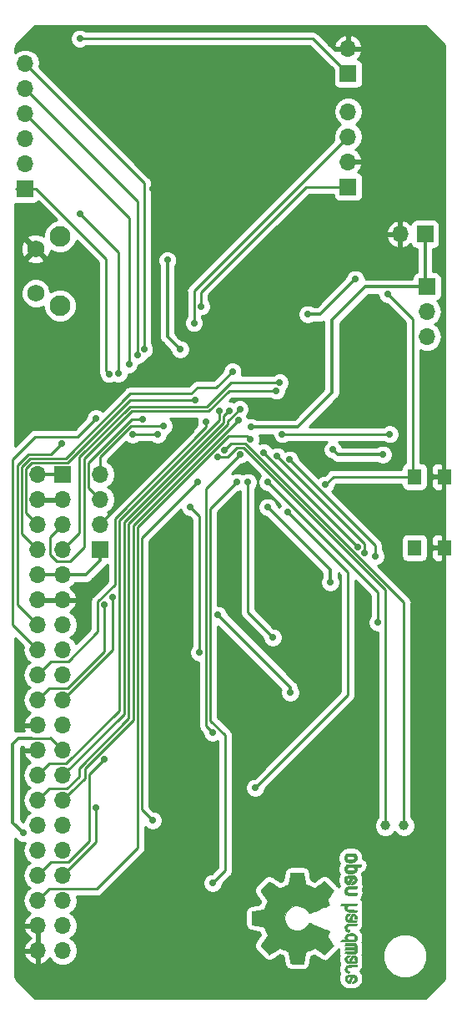
<source format=gbr>
G04 #@! TF.GenerationSoftware,KiCad,Pcbnew,5.0.0*
G04 #@! TF.CreationDate,2018-07-31T02:42:52+02:00*
G04 #@! TF.ProjectId,mokki-dev-board,6D6F6B6B692D6465762D626F6172642E,rev?*
G04 #@! TF.SameCoordinates,Original*
G04 #@! TF.FileFunction,Copper,L2,Bot,Signal*
G04 #@! TF.FilePolarity,Positive*
%FSLAX46Y46*%
G04 Gerber Fmt 4.6, Leading zero omitted, Abs format (unit mm)*
G04 Created by KiCad (PCBNEW 5.0.0) date Tue Jul 31 02:42:52 2018*
%MOMM*%
%LPD*%
G01*
G04 APERTURE LIST*
G04 #@! TA.AperFunction,EtchedComponent*
%ADD10C,0.010000*%
G04 #@! TD*
G04 #@! TA.AperFunction,ComponentPad*
%ADD11R,1.700000X1.700000*%
G04 #@! TD*
G04 #@! TA.AperFunction,ComponentPad*
%ADD12O,1.700000X1.700000*%
G04 #@! TD*
G04 #@! TA.AperFunction,ComponentPad*
%ADD13C,1.000000*%
G04 #@! TD*
G04 #@! TA.AperFunction,ComponentPad*
%ADD14C,2.100000*%
G04 #@! TD*
G04 #@! TA.AperFunction,ComponentPad*
%ADD15C,1.750000*%
G04 #@! TD*
G04 #@! TA.AperFunction,SMDPad,CuDef*
%ADD16R,1.400000X1.600000*%
G04 #@! TD*
G04 #@! TA.AperFunction,ViaPad*
%ADD17C,0.700000*%
G04 #@! TD*
G04 #@! TA.AperFunction,Conductor*
%ADD18C,0.350000*%
G04 #@! TD*
G04 #@! TA.AperFunction,Conductor*
%ADD19C,0.250000*%
G04 #@! TD*
G04 #@! TA.AperFunction,Conductor*
%ADD20C,0.254000*%
G04 #@! TD*
G04 APERTURE END LIST*
D10*
G04 #@! TO.C,REF\002A\002A*
G36*
X255033233Y-154551963D02*
X255034098Y-154709955D01*
X255036440Y-154824296D01*
X255040997Y-154902356D01*
X255048505Y-154951503D01*
X255059701Y-154979108D01*
X255075323Y-154992541D01*
X255096108Y-154999170D01*
X255098798Y-154999814D01*
X255147348Y-155009884D01*
X255243140Y-155028524D01*
X255375978Y-155053794D01*
X255535666Y-155083756D01*
X255712009Y-155116471D01*
X255718202Y-155117613D01*
X255891017Y-155150382D01*
X256043704Y-155181042D01*
X256167106Y-155207613D01*
X256252066Y-155228116D01*
X256289425Y-155240575D01*
X256290087Y-155241169D01*
X256308330Y-155277868D01*
X256338732Y-155353535D01*
X256374728Y-155451827D01*
X256374920Y-155452374D01*
X256421457Y-155576182D01*
X256480739Y-155722145D01*
X256540344Y-155859730D01*
X256543291Y-155866242D01*
X256645000Y-156090339D01*
X256306132Y-156586568D01*
X256202827Y-156738795D01*
X256110472Y-156876690D01*
X256034319Y-156992264D01*
X255979620Y-157077528D01*
X255951628Y-157124493D01*
X255949552Y-157128953D01*
X255958795Y-157163083D01*
X256003391Y-157226830D01*
X256085444Y-157322680D01*
X256207056Y-157453118D01*
X256336440Y-157586277D01*
X256463937Y-157714643D01*
X256580281Y-157829530D01*
X256678287Y-157924022D01*
X256750771Y-157991202D01*
X256790548Y-158024155D01*
X256792596Y-158025381D01*
X256819891Y-158029023D01*
X256864469Y-158015299D01*
X256932347Y-157980818D01*
X257029546Y-157922188D01*
X257162086Y-157836019D01*
X257332711Y-157721149D01*
X257482890Y-157619203D01*
X257617585Y-157528072D01*
X257728975Y-157453022D01*
X257809240Y-157399318D01*
X257850560Y-157372229D01*
X257853365Y-157370523D01*
X257892956Y-157373831D01*
X257969904Y-157398902D01*
X258069667Y-157440747D01*
X258101526Y-157455661D01*
X258243461Y-157520735D01*
X258404508Y-157590161D01*
X258543856Y-157646558D01*
X258647279Y-157687196D01*
X258725877Y-157719475D01*
X258766955Y-157738127D01*
X258770120Y-157740446D01*
X258775363Y-157774752D01*
X258789729Y-157855618D01*
X258811172Y-157972292D01*
X258837648Y-158114024D01*
X258867112Y-158270059D01*
X258897518Y-158429647D01*
X258926823Y-158582034D01*
X258952980Y-158716470D01*
X258973945Y-158822201D01*
X258987674Y-158888475D01*
X258991555Y-158904731D01*
X259001135Y-158921522D01*
X259022771Y-158934198D01*
X259063766Y-158943327D01*
X259131424Y-158949480D01*
X259233047Y-158953229D01*
X259375938Y-158955141D01*
X259567400Y-158955789D01*
X259645880Y-158955823D01*
X260284141Y-158955823D01*
X260314395Y-158802547D01*
X260330799Y-158717271D01*
X260354744Y-158590019D01*
X260383342Y-158436264D01*
X260413702Y-158271483D01*
X260422041Y-158225938D01*
X260451605Y-158073881D01*
X260480677Y-157941417D01*
X260506564Y-157839663D01*
X260526572Y-157779737D01*
X260532536Y-157769754D01*
X260574769Y-157745242D01*
X260656605Y-157710097D01*
X260761918Y-157671122D01*
X260784603Y-157663391D01*
X260925253Y-157612309D01*
X261083949Y-157548903D01*
X261226460Y-157486853D01*
X261227121Y-157486547D01*
X261450675Y-157383216D01*
X262450467Y-158062910D01*
X262887535Y-157626570D01*
X263017616Y-157494598D01*
X263132283Y-157374228D01*
X263225416Y-157272222D01*
X263290893Y-157195340D01*
X263322592Y-157150342D01*
X263324603Y-157143887D01*
X263308764Y-157105989D01*
X263264731Y-157028657D01*
X263197725Y-156920338D01*
X263112969Y-156789481D01*
X263018051Y-156648001D01*
X262921233Y-156504410D01*
X262836986Y-156376384D01*
X262770493Y-156272054D01*
X262726937Y-156199549D01*
X262711499Y-156167107D01*
X262724563Y-156127525D01*
X262758985Y-156052468D01*
X262807615Y-155957417D01*
X262813020Y-155947341D01*
X262877215Y-155819340D01*
X262908698Y-155731567D01*
X262909033Y-155676977D01*
X262879783Y-155648524D01*
X262879373Y-155648359D01*
X262844733Y-155634137D01*
X262762504Y-155600218D01*
X262639049Y-155549233D01*
X262480733Y-155483811D01*
X262293921Y-155406583D01*
X262084977Y-155320178D01*
X261882681Y-155236500D01*
X261659435Y-155144537D01*
X261452627Y-155060099D01*
X261268597Y-154985718D01*
X261113686Y-154923923D01*
X260994231Y-154877246D01*
X260916574Y-154848217D01*
X260887591Y-154839271D01*
X260854345Y-154861705D01*
X260801358Y-154920388D01*
X260742939Y-154998638D01*
X260558187Y-155221483D01*
X260346417Y-155395667D01*
X260112091Y-155519103D01*
X259859669Y-155589703D01*
X259593612Y-155605380D01*
X259470810Y-155593985D01*
X259216028Y-155531899D01*
X258991036Y-155424972D01*
X258798052Y-155279838D01*
X258639296Y-155103127D01*
X258516985Y-154901471D01*
X258433340Y-154681503D01*
X258390579Y-154449855D01*
X258390922Y-154213158D01*
X258436587Y-153978044D01*
X258529794Y-153751145D01*
X258672762Y-153539093D01*
X258753618Y-153450585D01*
X258961242Y-153280838D01*
X259188130Y-153162648D01*
X259427668Y-153095227D01*
X259673242Y-153077789D01*
X259918238Y-153109547D01*
X260156043Y-153189714D01*
X260380042Y-153317504D01*
X260583622Y-153492129D01*
X260742939Y-153687261D01*
X260803837Y-153768540D01*
X260856250Y-153825958D01*
X260887641Y-153846627D01*
X260921874Y-153835805D01*
X261003654Y-153805026D01*
X261126642Y-153756823D01*
X261284498Y-153693727D01*
X261470884Y-153618271D01*
X261679461Y-153532987D01*
X261882731Y-153449168D01*
X262106168Y-153356694D01*
X262313219Y-153271038D01*
X262497521Y-153194831D01*
X262652710Y-153130702D01*
X262772423Y-153081281D01*
X262850296Y-153049197D01*
X262879373Y-153037308D01*
X262908912Y-153009223D01*
X262908826Y-152954898D01*
X262877561Y-152867344D01*
X262813564Y-152739568D01*
X262813020Y-152738557D01*
X262763356Y-152642351D01*
X262727180Y-152564580D01*
X262711643Y-152520726D01*
X262711499Y-152518791D01*
X262727259Y-152485778D01*
X262771085Y-152412895D01*
X262837792Y-152308271D01*
X262922199Y-152180039D01*
X263018051Y-152037897D01*
X263115102Y-151893182D01*
X263199505Y-151762753D01*
X263266036Y-151655059D01*
X263309473Y-151578547D01*
X263324603Y-151542011D01*
X263304717Y-151508367D01*
X263249138Y-151440725D01*
X263163989Y-151345842D01*
X263055388Y-151230479D01*
X262929456Y-151101394D01*
X262887384Y-151059178D01*
X262450166Y-150622688D01*
X261962575Y-150954926D01*
X261812840Y-151055895D01*
X261678455Y-151144511D01*
X261567204Y-151215803D01*
X261486874Y-151264799D01*
X261445249Y-151286527D01*
X261442288Y-151287164D01*
X261403053Y-151275709D01*
X261324130Y-151244898D01*
X261218744Y-151200065D01*
X261148189Y-151168596D01*
X261013111Y-151109757D01*
X260876644Y-151054345D01*
X260761338Y-151011385D01*
X260726212Y-150999715D01*
X260632409Y-150966560D01*
X260559929Y-150934150D01*
X260532536Y-150916348D01*
X260515771Y-150877063D01*
X260492005Y-150791323D01*
X260463932Y-150670252D01*
X260434244Y-150524976D01*
X260422041Y-150459961D01*
X260391703Y-150294862D01*
X260362328Y-150136501D01*
X260336804Y-150000353D01*
X260318020Y-149901892D01*
X260314395Y-149883351D01*
X260284141Y-149730076D01*
X259645880Y-149730076D01*
X259436005Y-149730420D01*
X259277215Y-149731833D01*
X259162208Y-149734885D01*
X259083681Y-149740146D01*
X259034331Y-149748186D01*
X259006854Y-149759576D01*
X258993948Y-149774886D01*
X258991555Y-149781167D01*
X258983068Y-149819053D01*
X258966135Y-149902754D01*
X258942801Y-150021516D01*
X258915110Y-150164588D01*
X258885108Y-150321217D01*
X258854839Y-150480652D01*
X258826350Y-150632140D01*
X258801684Y-150764930D01*
X258782886Y-150868268D01*
X258772002Y-150931404D01*
X258770120Y-150945452D01*
X258744939Y-150958179D01*
X258677857Y-150986349D01*
X258581568Y-151024697D01*
X258543856Y-151039340D01*
X258398156Y-151098401D01*
X258237186Y-151167949D01*
X258101526Y-151230237D01*
X257997796Y-151276070D01*
X257912561Y-151306562D01*
X257860361Y-151316741D01*
X257853365Y-151315118D01*
X257820337Y-151293606D01*
X257746878Y-151244484D01*
X257640812Y-151173026D01*
X257509961Y-151084504D01*
X257362147Y-150984190D01*
X257332969Y-150964355D01*
X257160098Y-150847961D01*
X257028461Y-150762401D01*
X256931996Y-150704265D01*
X256864643Y-150670141D01*
X256820341Y-150656618D01*
X256793029Y-150660285D01*
X256792855Y-150660379D01*
X256756981Y-150689242D01*
X256687626Y-150753082D01*
X256591980Y-150844980D01*
X256477234Y-150958016D01*
X256350576Y-151085270D01*
X256336440Y-151099621D01*
X256181138Y-151259992D01*
X256067105Y-151383754D01*
X255992237Y-151473394D01*
X255954431Y-151531397D01*
X255949552Y-151556945D01*
X255970838Y-151594231D01*
X256020008Y-151671606D01*
X256091810Y-151781082D01*
X256180990Y-151914669D01*
X256282298Y-152064379D01*
X256306132Y-152099331D01*
X256645000Y-152595559D01*
X256543291Y-152819656D01*
X256484018Y-152955938D01*
X256424405Y-153102225D01*
X256376875Y-153227984D01*
X256374920Y-153233524D01*
X256338912Y-153331892D01*
X256308464Y-153407720D01*
X256290140Y-153444667D01*
X256290087Y-153444729D01*
X256256964Y-153456453D01*
X256175502Y-153476381D01*
X256054860Y-153502536D01*
X255904194Y-153532939D01*
X255732663Y-153565612D01*
X255718202Y-153568285D01*
X255541470Y-153601059D01*
X255381045Y-153631147D01*
X255247123Y-153656610D01*
X255149898Y-153675508D01*
X255099567Y-153685902D01*
X255098798Y-153686084D01*
X255077388Y-153692410D01*
X255061223Y-153704710D01*
X255049566Y-153730355D01*
X255041680Y-153776714D01*
X255036828Y-153851157D01*
X255034274Y-153961054D01*
X255033280Y-154113774D01*
X255033109Y-154316687D01*
X255033109Y-154342949D01*
X255033233Y-154551963D01*
X255033233Y-154551963D01*
G37*
X255033233Y-154551963D02*
X255034098Y-154709955D01*
X255036440Y-154824296D01*
X255040997Y-154902356D01*
X255048505Y-154951503D01*
X255059701Y-154979108D01*
X255075323Y-154992541D01*
X255096108Y-154999170D01*
X255098798Y-154999814D01*
X255147348Y-155009884D01*
X255243140Y-155028524D01*
X255375978Y-155053794D01*
X255535666Y-155083756D01*
X255712009Y-155116471D01*
X255718202Y-155117613D01*
X255891017Y-155150382D01*
X256043704Y-155181042D01*
X256167106Y-155207613D01*
X256252066Y-155228116D01*
X256289425Y-155240575D01*
X256290087Y-155241169D01*
X256308330Y-155277868D01*
X256338732Y-155353535D01*
X256374728Y-155451827D01*
X256374920Y-155452374D01*
X256421457Y-155576182D01*
X256480739Y-155722145D01*
X256540344Y-155859730D01*
X256543291Y-155866242D01*
X256645000Y-156090339D01*
X256306132Y-156586568D01*
X256202827Y-156738795D01*
X256110472Y-156876690D01*
X256034319Y-156992264D01*
X255979620Y-157077528D01*
X255951628Y-157124493D01*
X255949552Y-157128953D01*
X255958795Y-157163083D01*
X256003391Y-157226830D01*
X256085444Y-157322680D01*
X256207056Y-157453118D01*
X256336440Y-157586277D01*
X256463937Y-157714643D01*
X256580281Y-157829530D01*
X256678287Y-157924022D01*
X256750771Y-157991202D01*
X256790548Y-158024155D01*
X256792596Y-158025381D01*
X256819891Y-158029023D01*
X256864469Y-158015299D01*
X256932347Y-157980818D01*
X257029546Y-157922188D01*
X257162086Y-157836019D01*
X257332711Y-157721149D01*
X257482890Y-157619203D01*
X257617585Y-157528072D01*
X257728975Y-157453022D01*
X257809240Y-157399318D01*
X257850560Y-157372229D01*
X257853365Y-157370523D01*
X257892956Y-157373831D01*
X257969904Y-157398902D01*
X258069667Y-157440747D01*
X258101526Y-157455661D01*
X258243461Y-157520735D01*
X258404508Y-157590161D01*
X258543856Y-157646558D01*
X258647279Y-157687196D01*
X258725877Y-157719475D01*
X258766955Y-157738127D01*
X258770120Y-157740446D01*
X258775363Y-157774752D01*
X258789729Y-157855618D01*
X258811172Y-157972292D01*
X258837648Y-158114024D01*
X258867112Y-158270059D01*
X258897518Y-158429647D01*
X258926823Y-158582034D01*
X258952980Y-158716470D01*
X258973945Y-158822201D01*
X258987674Y-158888475D01*
X258991555Y-158904731D01*
X259001135Y-158921522D01*
X259022771Y-158934198D01*
X259063766Y-158943327D01*
X259131424Y-158949480D01*
X259233047Y-158953229D01*
X259375938Y-158955141D01*
X259567400Y-158955789D01*
X259645880Y-158955823D01*
X260284141Y-158955823D01*
X260314395Y-158802547D01*
X260330799Y-158717271D01*
X260354744Y-158590019D01*
X260383342Y-158436264D01*
X260413702Y-158271483D01*
X260422041Y-158225938D01*
X260451605Y-158073881D01*
X260480677Y-157941417D01*
X260506564Y-157839663D01*
X260526572Y-157779737D01*
X260532536Y-157769754D01*
X260574769Y-157745242D01*
X260656605Y-157710097D01*
X260761918Y-157671122D01*
X260784603Y-157663391D01*
X260925253Y-157612309D01*
X261083949Y-157548903D01*
X261226460Y-157486853D01*
X261227121Y-157486547D01*
X261450675Y-157383216D01*
X262450467Y-158062910D01*
X262887535Y-157626570D01*
X263017616Y-157494598D01*
X263132283Y-157374228D01*
X263225416Y-157272222D01*
X263290893Y-157195340D01*
X263322592Y-157150342D01*
X263324603Y-157143887D01*
X263308764Y-157105989D01*
X263264731Y-157028657D01*
X263197725Y-156920338D01*
X263112969Y-156789481D01*
X263018051Y-156648001D01*
X262921233Y-156504410D01*
X262836986Y-156376384D01*
X262770493Y-156272054D01*
X262726937Y-156199549D01*
X262711499Y-156167107D01*
X262724563Y-156127525D01*
X262758985Y-156052468D01*
X262807615Y-155957417D01*
X262813020Y-155947341D01*
X262877215Y-155819340D01*
X262908698Y-155731567D01*
X262909033Y-155676977D01*
X262879783Y-155648524D01*
X262879373Y-155648359D01*
X262844733Y-155634137D01*
X262762504Y-155600218D01*
X262639049Y-155549233D01*
X262480733Y-155483811D01*
X262293921Y-155406583D01*
X262084977Y-155320178D01*
X261882681Y-155236500D01*
X261659435Y-155144537D01*
X261452627Y-155060099D01*
X261268597Y-154985718D01*
X261113686Y-154923923D01*
X260994231Y-154877246D01*
X260916574Y-154848217D01*
X260887591Y-154839271D01*
X260854345Y-154861705D01*
X260801358Y-154920388D01*
X260742939Y-154998638D01*
X260558187Y-155221483D01*
X260346417Y-155395667D01*
X260112091Y-155519103D01*
X259859669Y-155589703D01*
X259593612Y-155605380D01*
X259470810Y-155593985D01*
X259216028Y-155531899D01*
X258991036Y-155424972D01*
X258798052Y-155279838D01*
X258639296Y-155103127D01*
X258516985Y-154901471D01*
X258433340Y-154681503D01*
X258390579Y-154449855D01*
X258390922Y-154213158D01*
X258436587Y-153978044D01*
X258529794Y-153751145D01*
X258672762Y-153539093D01*
X258753618Y-153450585D01*
X258961242Y-153280838D01*
X259188130Y-153162648D01*
X259427668Y-153095227D01*
X259673242Y-153077789D01*
X259918238Y-153109547D01*
X260156043Y-153189714D01*
X260380042Y-153317504D01*
X260583622Y-153492129D01*
X260742939Y-153687261D01*
X260803837Y-153768540D01*
X260856250Y-153825958D01*
X260887641Y-153846627D01*
X260921874Y-153835805D01*
X261003654Y-153805026D01*
X261126642Y-153756823D01*
X261284498Y-153693727D01*
X261470884Y-153618271D01*
X261679461Y-153532987D01*
X261882731Y-153449168D01*
X262106168Y-153356694D01*
X262313219Y-153271038D01*
X262497521Y-153194831D01*
X262652710Y-153130702D01*
X262772423Y-153081281D01*
X262850296Y-153049197D01*
X262879373Y-153037308D01*
X262908912Y-153009223D01*
X262908826Y-152954898D01*
X262877561Y-152867344D01*
X262813564Y-152739568D01*
X262813020Y-152738557D01*
X262763356Y-152642351D01*
X262727180Y-152564580D01*
X262711643Y-152520726D01*
X262711499Y-152518791D01*
X262727259Y-152485778D01*
X262771085Y-152412895D01*
X262837792Y-152308271D01*
X262922199Y-152180039D01*
X263018051Y-152037897D01*
X263115102Y-151893182D01*
X263199505Y-151762753D01*
X263266036Y-151655059D01*
X263309473Y-151578547D01*
X263324603Y-151542011D01*
X263304717Y-151508367D01*
X263249138Y-151440725D01*
X263163989Y-151345842D01*
X263055388Y-151230479D01*
X262929456Y-151101394D01*
X262887384Y-151059178D01*
X262450166Y-150622688D01*
X261962575Y-150954926D01*
X261812840Y-151055895D01*
X261678455Y-151144511D01*
X261567204Y-151215803D01*
X261486874Y-151264799D01*
X261445249Y-151286527D01*
X261442288Y-151287164D01*
X261403053Y-151275709D01*
X261324130Y-151244898D01*
X261218744Y-151200065D01*
X261148189Y-151168596D01*
X261013111Y-151109757D01*
X260876644Y-151054345D01*
X260761338Y-151011385D01*
X260726212Y-150999715D01*
X260632409Y-150966560D01*
X260559929Y-150934150D01*
X260532536Y-150916348D01*
X260515771Y-150877063D01*
X260492005Y-150791323D01*
X260463932Y-150670252D01*
X260434244Y-150524976D01*
X260422041Y-150459961D01*
X260391703Y-150294862D01*
X260362328Y-150136501D01*
X260336804Y-150000353D01*
X260318020Y-149901892D01*
X260314395Y-149883351D01*
X260284141Y-149730076D01*
X259645880Y-149730076D01*
X259436005Y-149730420D01*
X259277215Y-149731833D01*
X259162208Y-149734885D01*
X259083681Y-149740146D01*
X259034331Y-149748186D01*
X259006854Y-149759576D01*
X258993948Y-149774886D01*
X258991555Y-149781167D01*
X258983068Y-149819053D01*
X258966135Y-149902754D01*
X258942801Y-150021516D01*
X258915110Y-150164588D01*
X258885108Y-150321217D01*
X258854839Y-150480652D01*
X258826350Y-150632140D01*
X258801684Y-150764930D01*
X258782886Y-150868268D01*
X258772002Y-150931404D01*
X258770120Y-150945452D01*
X258744939Y-150958179D01*
X258677857Y-150986349D01*
X258581568Y-151024697D01*
X258543856Y-151039340D01*
X258398156Y-151098401D01*
X258237186Y-151167949D01*
X258101526Y-151230237D01*
X257997796Y-151276070D01*
X257912561Y-151306562D01*
X257860361Y-151316741D01*
X257853365Y-151315118D01*
X257820337Y-151293606D01*
X257746878Y-151244484D01*
X257640812Y-151173026D01*
X257509961Y-151084504D01*
X257362147Y-150984190D01*
X257332969Y-150964355D01*
X257160098Y-150847961D01*
X257028461Y-150762401D01*
X256931996Y-150704265D01*
X256864643Y-150670141D01*
X256820341Y-150656618D01*
X256793029Y-150660285D01*
X256792855Y-150660379D01*
X256756981Y-150689242D01*
X256687626Y-150753082D01*
X256591980Y-150844980D01*
X256477234Y-150958016D01*
X256350576Y-151085270D01*
X256336440Y-151099621D01*
X256181138Y-151259992D01*
X256067105Y-151383754D01*
X255992237Y-151473394D01*
X255954431Y-151531397D01*
X255949552Y-151556945D01*
X255970838Y-151594231D01*
X256020008Y-151671606D01*
X256091810Y-151781082D01*
X256180990Y-151914669D01*
X256282298Y-152064379D01*
X256306132Y-152099331D01*
X256645000Y-152595559D01*
X256543291Y-152819656D01*
X256484018Y-152955938D01*
X256424405Y-153102225D01*
X256376875Y-153227984D01*
X256374920Y-153233524D01*
X256338912Y-153331892D01*
X256308464Y-153407720D01*
X256290140Y-153444667D01*
X256290087Y-153444729D01*
X256256964Y-153456453D01*
X256175502Y-153476381D01*
X256054860Y-153502536D01*
X255904194Y-153532939D01*
X255732663Y-153565612D01*
X255718202Y-153568285D01*
X255541470Y-153601059D01*
X255381045Y-153631147D01*
X255247123Y-153656610D01*
X255149898Y-153675508D01*
X255099567Y-153685902D01*
X255098798Y-153686084D01*
X255077388Y-153692410D01*
X255061223Y-153704710D01*
X255049566Y-153730355D01*
X255041680Y-153776714D01*
X255036828Y-153851157D01*
X255034274Y-153961054D01*
X255033280Y-154113774D01*
X255033109Y-154316687D01*
X255033109Y-154342949D01*
X255033233Y-154551963D01*
G36*
X264536775Y-160686388D02*
X264612269Y-160801899D01*
X264679852Y-160857613D01*
X264802490Y-160901753D01*
X264899533Y-160905258D01*
X265029291Y-160897317D01*
X265160274Y-160598064D01*
X265227193Y-160452560D01*
X265281025Y-160357486D01*
X265327651Y-160308050D01*
X265372955Y-160299460D01*
X265422817Y-160326921D01*
X265455867Y-160357202D01*
X265508868Y-160445312D01*
X265512582Y-160541145D01*
X265471276Y-160629161D01*
X265389218Y-160693818D01*
X265360243Y-160705382D01*
X265269744Y-160760774D01*
X265231175Y-160824502D01*
X265198181Y-160911915D01*
X265323269Y-160911915D01*
X265408391Y-160904187D01*
X265480173Y-160873915D01*
X265562591Y-160810467D01*
X265573301Y-160801037D01*
X265646626Y-160730462D01*
X265685977Y-160669796D01*
X265704080Y-160593899D01*
X265710009Y-160530979D01*
X265711486Y-160418436D01*
X265692770Y-160338319D01*
X265664982Y-160288339D01*
X265603876Y-160209787D01*
X265537789Y-160155412D01*
X265454676Y-160121001D01*
X265342489Y-160102337D01*
X265189181Y-160095205D01*
X265111371Y-160094636D01*
X265018088Y-160096571D01*
X265018088Y-160272848D01*
X265068131Y-160274893D01*
X265076327Y-160279988D01*
X265065193Y-160313615D01*
X265035728Y-160385979D01*
X264993836Y-160482696D01*
X264984832Y-160502922D01*
X264922677Y-160625152D01*
X264868050Y-160692496D01*
X264816884Y-160707297D01*
X264765111Y-160671896D01*
X264742235Y-160642660D01*
X264696485Y-160537165D01*
X264704043Y-160438425D01*
X264759886Y-160355761D01*
X264858988Y-160298497D01*
X264937649Y-160280137D01*
X265018088Y-160272848D01*
X265018088Y-160096571D01*
X264929586Y-160098408D01*
X264795088Y-160112308D01*
X264697151Y-160139843D01*
X264625046Y-160184521D01*
X264568048Y-160249850D01*
X264549628Y-160278332D01*
X264501657Y-160407712D01*
X264498638Y-160549361D01*
X264536775Y-160686388D01*
X264536775Y-160686388D01*
G37*
X264536775Y-160686388D02*
X264612269Y-160801899D01*
X264679852Y-160857613D01*
X264802490Y-160901753D01*
X264899533Y-160905258D01*
X265029291Y-160897317D01*
X265160274Y-160598064D01*
X265227193Y-160452560D01*
X265281025Y-160357486D01*
X265327651Y-160308050D01*
X265372955Y-160299460D01*
X265422817Y-160326921D01*
X265455867Y-160357202D01*
X265508868Y-160445312D01*
X265512582Y-160541145D01*
X265471276Y-160629161D01*
X265389218Y-160693818D01*
X265360243Y-160705382D01*
X265269744Y-160760774D01*
X265231175Y-160824502D01*
X265198181Y-160911915D01*
X265323269Y-160911915D01*
X265408391Y-160904187D01*
X265480173Y-160873915D01*
X265562591Y-160810467D01*
X265573301Y-160801037D01*
X265646626Y-160730462D01*
X265685977Y-160669796D01*
X265704080Y-160593899D01*
X265710009Y-160530979D01*
X265711486Y-160418436D01*
X265692770Y-160338319D01*
X265664982Y-160288339D01*
X265603876Y-160209787D01*
X265537789Y-160155412D01*
X265454676Y-160121001D01*
X265342489Y-160102337D01*
X265189181Y-160095205D01*
X265111371Y-160094636D01*
X265018088Y-160096571D01*
X265018088Y-160272848D01*
X265068131Y-160274893D01*
X265076327Y-160279988D01*
X265065193Y-160313615D01*
X265035728Y-160385979D01*
X264993836Y-160482696D01*
X264984832Y-160502922D01*
X264922677Y-160625152D01*
X264868050Y-160692496D01*
X264816884Y-160707297D01*
X264765111Y-160671896D01*
X264742235Y-160642660D01*
X264696485Y-160537165D01*
X264704043Y-160438425D01*
X264759886Y-160355761D01*
X264858988Y-160298497D01*
X264937649Y-160280137D01*
X265018088Y-160272848D01*
X265018088Y-160096571D01*
X264929586Y-160098408D01*
X264795088Y-160112308D01*
X264697151Y-160139843D01*
X264625046Y-160184521D01*
X264568048Y-160249850D01*
X264549628Y-160278332D01*
X264501657Y-160407712D01*
X264498638Y-160549361D01*
X264536775Y-160686388D01*
G36*
X264520253Y-159678639D02*
X264535504Y-159713534D01*
X264601470Y-159796826D01*
X264696853Y-159868052D01*
X264798641Y-159912102D01*
X264848822Y-159919271D01*
X264918882Y-159895234D01*
X264955952Y-159842510D01*
X264978399Y-159785980D01*
X264982535Y-159760095D01*
X264952518Y-159747491D01*
X264887196Y-159722603D01*
X264857680Y-159711684D01*
X264755583Y-159650457D01*
X264704658Y-159561810D01*
X264706224Y-159448142D01*
X264708229Y-159439723D01*
X264737002Y-159379037D01*
X264793094Y-159334423D01*
X264883398Y-159303951D01*
X265014806Y-159285693D01*
X265194209Y-159277720D01*
X265289668Y-159276972D01*
X265440148Y-159276601D01*
X265542730Y-159274172D01*
X265607907Y-159267709D01*
X265646173Y-159255237D01*
X265668020Y-159234782D01*
X265683942Y-159204368D01*
X265684744Y-159202610D01*
X265709507Y-159144040D01*
X265718626Y-159115024D01*
X265691057Y-159110565D01*
X265614855Y-159106748D01*
X265499776Y-159103848D01*
X265355576Y-159102140D01*
X265250049Y-159101800D01*
X265045848Y-159103537D01*
X264890932Y-159110331D01*
X264776259Y-159124556D01*
X264692786Y-159148587D01*
X264631471Y-159184797D01*
X264583269Y-159235561D01*
X264549628Y-159285688D01*
X264504854Y-159406224D01*
X264494756Y-159546506D01*
X264520253Y-159678639D01*
X264520253Y-159678639D01*
G37*
X264520253Y-159678639D02*
X264535504Y-159713534D01*
X264601470Y-159796826D01*
X264696853Y-159868052D01*
X264798641Y-159912102D01*
X264848822Y-159919271D01*
X264918882Y-159895234D01*
X264955952Y-159842510D01*
X264978399Y-159785980D01*
X264982535Y-159760095D01*
X264952518Y-159747491D01*
X264887196Y-159722603D01*
X264857680Y-159711684D01*
X264755583Y-159650457D01*
X264704658Y-159561810D01*
X264706224Y-159448142D01*
X264708229Y-159439723D01*
X264737002Y-159379037D01*
X264793094Y-159334423D01*
X264883398Y-159303951D01*
X265014806Y-159285693D01*
X265194209Y-159277720D01*
X265289668Y-159276972D01*
X265440148Y-159276601D01*
X265542730Y-159274172D01*
X265607907Y-159267709D01*
X265646173Y-159255237D01*
X265668020Y-159234782D01*
X265683942Y-159204368D01*
X265684744Y-159202610D01*
X265709507Y-159144040D01*
X265718626Y-159115024D01*
X265691057Y-159110565D01*
X265614855Y-159106748D01*
X265499776Y-159103848D01*
X265355576Y-159102140D01*
X265250049Y-159101800D01*
X265045848Y-159103537D01*
X264890932Y-159110331D01*
X264776259Y-159124556D01*
X264692786Y-159148587D01*
X264631471Y-159184797D01*
X264583269Y-159235561D01*
X264549628Y-159285688D01*
X264504854Y-159406224D01*
X264494756Y-159546506D01*
X264520253Y-159678639D01*
G36*
X264515391Y-158657355D02*
X264553628Y-158741418D01*
X264599961Y-158807399D01*
X264651767Y-158855743D01*
X264718598Y-158889121D01*
X264810004Y-158910202D01*
X264935536Y-158921656D01*
X265104743Y-158926152D01*
X265216168Y-158926627D01*
X265650862Y-158926627D01*
X265684744Y-158852265D01*
X265709507Y-158793695D01*
X265718626Y-158764679D01*
X265691492Y-158759128D01*
X265618329Y-158754724D01*
X265511498Y-158752027D01*
X265426672Y-158751455D01*
X265304122Y-158748995D01*
X265206903Y-158742361D01*
X265147369Y-158732675D01*
X265134718Y-158724981D01*
X265147637Y-158673260D01*
X265180774Y-158592066D01*
X265225696Y-158498051D01*
X265273970Y-158407866D01*
X265317163Y-158338164D01*
X265346843Y-158305597D01*
X265347164Y-158305468D01*
X265402092Y-158308269D01*
X265454527Y-158333388D01*
X265497116Y-158377490D01*
X265511361Y-158441858D01*
X265509701Y-158496870D01*
X265508480Y-158574784D01*
X265526733Y-158615681D01*
X265574961Y-158640244D01*
X265584055Y-158643341D01*
X265652833Y-158653989D01*
X265694595Y-158625514D01*
X265714498Y-158551293D01*
X265718179Y-158471117D01*
X265690893Y-158326839D01*
X265651925Y-158252152D01*
X265560383Y-158159912D01*
X265448017Y-158110992D01*
X265329286Y-158106603D01*
X265218646Y-158147950D01*
X265149315Y-158210146D01*
X265110500Y-158272243D01*
X265061360Y-158369844D01*
X265011527Y-158483581D01*
X265003912Y-158502539D01*
X264948780Y-158627470D01*
X264900189Y-158699488D01*
X264851882Y-158722649D01*
X264797605Y-158701013D01*
X264755178Y-158663869D01*
X264702937Y-158576076D01*
X264699019Y-158479479D01*
X264739276Y-158390893D01*
X264819561Y-158327135D01*
X264840275Y-158318766D01*
X264916460Y-158270045D01*
X264973020Y-158198914D01*
X265019436Y-158109156D01*
X264887819Y-158109156D01*
X264807403Y-158114439D01*
X264744021Y-158137091D01*
X264676398Y-158187316D01*
X264624311Y-158235531D01*
X264550557Y-158310503D01*
X264510937Y-158368755D01*
X264495045Y-158431321D01*
X264492419Y-158502142D01*
X264515391Y-158657355D01*
X264515391Y-158657355D01*
G37*
X264515391Y-158657355D02*
X264553628Y-158741418D01*
X264599961Y-158807399D01*
X264651767Y-158855743D01*
X264718598Y-158889121D01*
X264810004Y-158910202D01*
X264935536Y-158921656D01*
X265104743Y-158926152D01*
X265216168Y-158926627D01*
X265650862Y-158926627D01*
X265684744Y-158852265D01*
X265709507Y-158793695D01*
X265718626Y-158764679D01*
X265691492Y-158759128D01*
X265618329Y-158754724D01*
X265511498Y-158752027D01*
X265426672Y-158751455D01*
X265304122Y-158748995D01*
X265206903Y-158742361D01*
X265147369Y-158732675D01*
X265134718Y-158724981D01*
X265147637Y-158673260D01*
X265180774Y-158592066D01*
X265225696Y-158498051D01*
X265273970Y-158407866D01*
X265317163Y-158338164D01*
X265346843Y-158305597D01*
X265347164Y-158305468D01*
X265402092Y-158308269D01*
X265454527Y-158333388D01*
X265497116Y-158377490D01*
X265511361Y-158441858D01*
X265509701Y-158496870D01*
X265508480Y-158574784D01*
X265526733Y-158615681D01*
X265574961Y-158640244D01*
X265584055Y-158643341D01*
X265652833Y-158653989D01*
X265694595Y-158625514D01*
X265714498Y-158551293D01*
X265718179Y-158471117D01*
X265690893Y-158326839D01*
X265651925Y-158252152D01*
X265560383Y-158159912D01*
X265448017Y-158110992D01*
X265329286Y-158106603D01*
X265218646Y-158147950D01*
X265149315Y-158210146D01*
X265110500Y-158272243D01*
X265061360Y-158369844D01*
X265011527Y-158483581D01*
X265003912Y-158502539D01*
X264948780Y-158627470D01*
X264900189Y-158699488D01*
X264851882Y-158722649D01*
X264797605Y-158701013D01*
X264755178Y-158663869D01*
X264702937Y-158576076D01*
X264699019Y-158479479D01*
X264739276Y-158390893D01*
X264819561Y-158327135D01*
X264840275Y-158318766D01*
X264916460Y-158270045D01*
X264973020Y-158198914D01*
X265019436Y-158109156D01*
X264887819Y-158109156D01*
X264807403Y-158114439D01*
X264744021Y-158137091D01*
X264676398Y-158187316D01*
X264624311Y-158235531D01*
X264550557Y-158310503D01*
X264510937Y-158368755D01*
X264495045Y-158431321D01*
X264492419Y-158502142D01*
X264515391Y-158657355D01*
G36*
X264520075Y-157923073D02*
X264596888Y-157927528D01*
X264713626Y-157931020D01*
X264861056Y-157933264D01*
X265015690Y-157933984D01*
X265538962Y-157933984D01*
X265631352Y-157841594D01*
X265688282Y-157777927D01*
X265711342Y-157722038D01*
X265709882Y-157645651D01*
X265706169Y-157615329D01*
X265695361Y-157520559D01*
X265689168Y-157442171D01*
X265688596Y-157423064D01*
X265692337Y-157358648D01*
X265701729Y-157266520D01*
X265706169Y-157230799D01*
X265713036Y-157143063D01*
X265698120Y-157084102D01*
X265652070Y-157025639D01*
X265631352Y-157004534D01*
X265538962Y-156912144D01*
X264560182Y-156912144D01*
X264526301Y-156986507D01*
X264501205Y-157050539D01*
X264492419Y-157088001D01*
X264520185Y-157097606D01*
X264597765Y-157106584D01*
X264716583Y-157114335D01*
X264868063Y-157120263D01*
X264996040Y-157123122D01*
X265499660Y-157131110D01*
X265509513Y-157200797D01*
X265502624Y-157264178D01*
X265480318Y-157295235D01*
X265438614Y-157303916D01*
X265349779Y-157311327D01*
X265225069Y-157316880D01*
X265075742Y-157319985D01*
X264998896Y-157320433D01*
X264556522Y-157320880D01*
X264524470Y-157412823D01*
X264502678Y-157477898D01*
X264492516Y-157513296D01*
X264492419Y-157514317D01*
X264520044Y-157517869D01*
X264596646Y-157521772D01*
X264712814Y-157525700D01*
X264859139Y-157529325D01*
X264996040Y-157531857D01*
X265499660Y-157539846D01*
X265499660Y-157715018D01*
X265040200Y-157723056D01*
X264580740Y-157731095D01*
X264536579Y-157816492D01*
X264506254Y-157879542D01*
X264492493Y-157916859D01*
X264492419Y-157917936D01*
X264520075Y-157923073D01*
X264520075Y-157923073D01*
G37*
X264520075Y-157923073D02*
X264596888Y-157927528D01*
X264713626Y-157931020D01*
X264861056Y-157933264D01*
X265015690Y-157933984D01*
X265538962Y-157933984D01*
X265631352Y-157841594D01*
X265688282Y-157777927D01*
X265711342Y-157722038D01*
X265709882Y-157645651D01*
X265706169Y-157615329D01*
X265695361Y-157520559D01*
X265689168Y-157442171D01*
X265688596Y-157423064D01*
X265692337Y-157358648D01*
X265701729Y-157266520D01*
X265706169Y-157230799D01*
X265713036Y-157143063D01*
X265698120Y-157084102D01*
X265652070Y-157025639D01*
X265631352Y-157004534D01*
X265538962Y-156912144D01*
X264560182Y-156912144D01*
X264526301Y-156986507D01*
X264501205Y-157050539D01*
X264492419Y-157088001D01*
X264520185Y-157097606D01*
X264597765Y-157106584D01*
X264716583Y-157114335D01*
X264868063Y-157120263D01*
X264996040Y-157123122D01*
X265499660Y-157131110D01*
X265509513Y-157200797D01*
X265502624Y-157264178D01*
X265480318Y-157295235D01*
X265438614Y-157303916D01*
X265349779Y-157311327D01*
X265225069Y-157316880D01*
X265075742Y-157319985D01*
X264998896Y-157320433D01*
X264556522Y-157320880D01*
X264524470Y-157412823D01*
X264502678Y-157477898D01*
X264492516Y-157513296D01*
X264492419Y-157514317D01*
X264520044Y-157517869D01*
X264596646Y-157521772D01*
X264712814Y-157525700D01*
X264859139Y-157529325D01*
X264996040Y-157531857D01*
X265499660Y-157539846D01*
X265499660Y-157715018D01*
X265040200Y-157723056D01*
X264580740Y-157731095D01*
X264536579Y-157816492D01*
X264506254Y-157879542D01*
X264492493Y-157916859D01*
X264492419Y-157917936D01*
X264520075Y-157923073D01*
G36*
X264734690Y-156736863D02*
X264952896Y-156736492D01*
X265120754Y-156735057D01*
X265246305Y-156731951D01*
X265337590Y-156726571D01*
X265402650Y-156718311D01*
X265449526Y-156706565D01*
X265486259Y-156690730D01*
X265507226Y-156678739D01*
X265620929Y-156579439D01*
X265692200Y-156453537D01*
X265717773Y-156314240D01*
X265694385Y-156174754D01*
X265652354Y-156091692D01*
X265579646Y-156004494D01*
X265490847Y-155945066D01*
X265374555Y-155909210D01*
X265219370Y-155892730D01*
X265105522Y-155890396D01*
X265097341Y-155890710D01*
X265097341Y-156094673D01*
X265227892Y-156095919D01*
X265314315Y-156101627D01*
X265370853Y-156114753D01*
X265411749Y-156138255D01*
X265442597Y-156166335D01*
X265502140Y-156260637D01*
X265507227Y-156361889D01*
X265457514Y-156457585D01*
X265450778Y-156465033D01*
X265415737Y-156496823D01*
X265374046Y-156516757D01*
X265311997Y-156527549D01*
X265215879Y-156531914D01*
X265109614Y-156532604D01*
X264976115Y-156531108D01*
X264887057Y-156524913D01*
X264828528Y-156511463D01*
X264786617Y-156488200D01*
X264764358Y-156469124D01*
X264708220Y-156380512D01*
X264701470Y-156278457D01*
X264744349Y-156181044D01*
X264760267Y-156162245D01*
X264795617Y-156130242D01*
X264837737Y-156110267D01*
X264900486Y-156099542D01*
X264997722Y-156095288D01*
X265097341Y-156094673D01*
X265097341Y-155890710D01*
X264922182Y-155897453D01*
X264784430Y-155921421D01*
X264680867Y-155966497D01*
X264600091Y-156036877D01*
X264558690Y-156091692D01*
X264513963Y-156191325D01*
X264493202Y-156306804D01*
X264498760Y-156414148D01*
X264521178Y-156474213D01*
X264527558Y-156497784D01*
X264503770Y-156513426D01*
X264440023Y-156524344D01*
X264342922Y-156532604D01*
X264234776Y-156541648D01*
X264169710Y-156554210D01*
X264132503Y-156577068D01*
X264107934Y-156617000D01*
X264097054Y-156642087D01*
X264057307Y-156736972D01*
X264734690Y-156736863D01*
X264734690Y-156736863D01*
G37*
X264734690Y-156736863D02*
X264952896Y-156736492D01*
X265120754Y-156735057D01*
X265246305Y-156731951D01*
X265337590Y-156726571D01*
X265402650Y-156718311D01*
X265449526Y-156706565D01*
X265486259Y-156690730D01*
X265507226Y-156678739D01*
X265620929Y-156579439D01*
X265692200Y-156453537D01*
X265717773Y-156314240D01*
X265694385Y-156174754D01*
X265652354Y-156091692D01*
X265579646Y-156004494D01*
X265490847Y-155945066D01*
X265374555Y-155909210D01*
X265219370Y-155892730D01*
X265105522Y-155890396D01*
X265097341Y-155890710D01*
X265097341Y-156094673D01*
X265227892Y-156095919D01*
X265314315Y-156101627D01*
X265370853Y-156114753D01*
X265411749Y-156138255D01*
X265442597Y-156166335D01*
X265502140Y-156260637D01*
X265507227Y-156361889D01*
X265457514Y-156457585D01*
X265450778Y-156465033D01*
X265415737Y-156496823D01*
X265374046Y-156516757D01*
X265311997Y-156527549D01*
X265215879Y-156531914D01*
X265109614Y-156532604D01*
X264976115Y-156531108D01*
X264887057Y-156524913D01*
X264828528Y-156511463D01*
X264786617Y-156488200D01*
X264764358Y-156469124D01*
X264708220Y-156380512D01*
X264701470Y-156278457D01*
X264744349Y-156181044D01*
X264760267Y-156162245D01*
X264795617Y-156130242D01*
X264837737Y-156110267D01*
X264900486Y-156099542D01*
X264997722Y-156095288D01*
X265097341Y-156094673D01*
X265097341Y-155890710D01*
X264922182Y-155897453D01*
X264784430Y-155921421D01*
X264680867Y-155966497D01*
X264600091Y-156036877D01*
X264558690Y-156091692D01*
X264513963Y-156191325D01*
X264493202Y-156306804D01*
X264498760Y-156414148D01*
X264521178Y-156474213D01*
X264527558Y-156497784D01*
X264503770Y-156513426D01*
X264440023Y-156524344D01*
X264342922Y-156532604D01*
X264234776Y-156541648D01*
X264169710Y-156554210D01*
X264132503Y-156577068D01*
X264107934Y-156617000D01*
X264097054Y-156642087D01*
X264057307Y-156736972D01*
X264734690Y-156736863D01*
G36*
X264502155Y-155408892D02*
X264551094Y-155541514D01*
X264637654Y-155648959D01*
X264698587Y-155690981D01*
X264810396Y-155736792D01*
X264891241Y-155735840D01*
X264945613Y-155687757D01*
X264954859Y-155669966D01*
X264983685Y-155593153D01*
X264976300Y-155553925D01*
X264927893Y-155540638D01*
X264901155Y-155539961D01*
X264802783Y-155515635D01*
X264733969Y-155452230D01*
X264700733Y-155364103D01*
X264709096Y-155265612D01*
X264752531Y-155185551D01*
X264777307Y-155158510D01*
X264807364Y-155139343D01*
X264852800Y-155126395D01*
X264923711Y-155118013D01*
X265030195Y-155112542D01*
X265182347Y-155108327D01*
X265230522Y-155107236D01*
X265395330Y-155103256D01*
X265511323Y-155098730D01*
X265588068Y-155091944D01*
X265635128Y-155081180D01*
X265662070Y-155064722D01*
X265678458Y-155040855D01*
X265685698Y-155025575D01*
X265710455Y-154960682D01*
X265718626Y-154922483D01*
X265691338Y-154909861D01*
X265608838Y-154902157D01*
X265470176Y-154899329D01*
X265274397Y-154901335D01*
X265244200Y-154901960D01*
X265065584Y-154906370D01*
X264935158Y-154911584D01*
X264842727Y-154919004D01*
X264778093Y-154930031D01*
X264731060Y-154946066D01*
X264691431Y-154968510D01*
X264674450Y-154980251D01*
X264599315Y-155047568D01*
X264540873Y-155122859D01*
X264535771Y-155132077D01*
X264495495Y-155267082D01*
X264502155Y-155408892D01*
X264502155Y-155408892D01*
G37*
X264502155Y-155408892D02*
X264551094Y-155541514D01*
X264637654Y-155648959D01*
X264698587Y-155690981D01*
X264810396Y-155736792D01*
X264891241Y-155735840D01*
X264945613Y-155687757D01*
X264954859Y-155669966D01*
X264983685Y-155593153D01*
X264976300Y-155553925D01*
X264927893Y-155540638D01*
X264901155Y-155539961D01*
X264802783Y-155515635D01*
X264733969Y-155452230D01*
X264700733Y-155364103D01*
X264709096Y-155265612D01*
X264752531Y-155185551D01*
X264777307Y-155158510D01*
X264807364Y-155139343D01*
X264852800Y-155126395D01*
X264923711Y-155118013D01*
X265030195Y-155112542D01*
X265182347Y-155108327D01*
X265230522Y-155107236D01*
X265395330Y-155103256D01*
X265511323Y-155098730D01*
X265588068Y-155091944D01*
X265635128Y-155081180D01*
X265662070Y-155064722D01*
X265678458Y-155040855D01*
X265685698Y-155025575D01*
X265710455Y-154960682D01*
X265718626Y-154922483D01*
X265691338Y-154909861D01*
X265608838Y-154902157D01*
X265470176Y-154899329D01*
X265274397Y-154901335D01*
X265244200Y-154901960D01*
X265065584Y-154906370D01*
X264935158Y-154911584D01*
X264842727Y-154919004D01*
X264778093Y-154930031D01*
X264731060Y-154946066D01*
X264691431Y-154968510D01*
X264674450Y-154980251D01*
X264599315Y-155047568D01*
X264540873Y-155122859D01*
X264535771Y-155132077D01*
X264495495Y-155267082D01*
X264502155Y-155408892D01*
G36*
X264504595Y-154422893D02*
X264547077Y-154537292D01*
X264547893Y-154538601D01*
X264599965Y-154609352D01*
X264660819Y-154661585D01*
X264740122Y-154698320D01*
X264847544Y-154722583D01*
X264992752Y-154737394D01*
X265185414Y-154745778D01*
X265212863Y-154746513D01*
X265626756Y-154757069D01*
X265672691Y-154668240D01*
X265703733Y-154603967D01*
X265718441Y-154565159D01*
X265718626Y-154563364D01*
X265691485Y-154556649D01*
X265618276Y-154551314D01*
X265511316Y-154548032D01*
X265424704Y-154547317D01*
X265284397Y-154547300D01*
X265196286Y-154540886D01*
X265154260Y-154518529D01*
X265152210Y-154470681D01*
X265184025Y-154387798D01*
X265242507Y-154262662D01*
X265291080Y-154170646D01*
X265333221Y-154123320D01*
X265379151Y-154109407D01*
X265381424Y-154109386D01*
X265460546Y-154132344D01*
X265503290Y-154200319D01*
X265509481Y-154304347D01*
X265508407Y-154379279D01*
X265529988Y-154418788D01*
X265581826Y-154443427D01*
X265647867Y-154457608D01*
X265685339Y-154437172D01*
X265690702Y-154429477D01*
X265712241Y-154357032D01*
X265715290Y-154255582D01*
X265701013Y-154151106D01*
X265674923Y-154077074D01*
X265588020Y-153974721D01*
X265467051Y-153916540D01*
X265372543Y-153905018D01*
X265287297Y-153913811D01*
X265217711Y-153945629D01*
X265155907Y-154008633D01*
X265094007Y-154110980D01*
X265024132Y-154260831D01*
X265020183Y-154269961D01*
X264957823Y-154404946D01*
X264906681Y-154488243D01*
X264860723Y-154523946D01*
X264813918Y-154516152D01*
X264760233Y-154468956D01*
X264747879Y-154454843D01*
X264699976Y-154360308D01*
X264701993Y-154262355D01*
X264748959Y-154177046D01*
X264835904Y-154120445D01*
X264852969Y-154115186D01*
X264935739Y-154063972D01*
X264975607Y-153998986D01*
X265015117Y-153905018D01*
X264912893Y-153905018D01*
X264764307Y-153933602D01*
X264628019Y-154018444D01*
X264582426Y-154062594D01*
X264523909Y-154162954D01*
X264497419Y-154290584D01*
X264504595Y-154422893D01*
X264504595Y-154422893D01*
G37*
X264504595Y-154422893D02*
X264547077Y-154537292D01*
X264547893Y-154538601D01*
X264599965Y-154609352D01*
X264660819Y-154661585D01*
X264740122Y-154698320D01*
X264847544Y-154722583D01*
X264992752Y-154737394D01*
X265185414Y-154745778D01*
X265212863Y-154746513D01*
X265626756Y-154757069D01*
X265672691Y-154668240D01*
X265703733Y-154603967D01*
X265718441Y-154565159D01*
X265718626Y-154563364D01*
X265691485Y-154556649D01*
X265618276Y-154551314D01*
X265511316Y-154548032D01*
X265424704Y-154547317D01*
X265284397Y-154547300D01*
X265196286Y-154540886D01*
X265154260Y-154518529D01*
X265152210Y-154470681D01*
X265184025Y-154387798D01*
X265242507Y-154262662D01*
X265291080Y-154170646D01*
X265333221Y-154123320D01*
X265379151Y-154109407D01*
X265381424Y-154109386D01*
X265460546Y-154132344D01*
X265503290Y-154200319D01*
X265509481Y-154304347D01*
X265508407Y-154379279D01*
X265529988Y-154418788D01*
X265581826Y-154443427D01*
X265647867Y-154457608D01*
X265685339Y-154437172D01*
X265690702Y-154429477D01*
X265712241Y-154357032D01*
X265715290Y-154255582D01*
X265701013Y-154151106D01*
X265674923Y-154077074D01*
X265588020Y-153974721D01*
X265467051Y-153916540D01*
X265372543Y-153905018D01*
X265287297Y-153913811D01*
X265217711Y-153945629D01*
X265155907Y-154008633D01*
X265094007Y-154110980D01*
X265024132Y-154260831D01*
X265020183Y-154269961D01*
X264957823Y-154404946D01*
X264906681Y-154488243D01*
X264860723Y-154523946D01*
X264813918Y-154516152D01*
X264760233Y-154468956D01*
X264747879Y-154454843D01*
X264699976Y-154360308D01*
X264701993Y-154262355D01*
X264748959Y-154177046D01*
X264835904Y-154120445D01*
X264852969Y-154115186D01*
X264935739Y-154063972D01*
X264975607Y-153998986D01*
X265015117Y-153905018D01*
X264912893Y-153905018D01*
X264764307Y-153933602D01*
X264628019Y-154018444D01*
X264582426Y-154062594D01*
X264523909Y-154162954D01*
X264497419Y-154290584D01*
X264504595Y-154422893D01*
G36*
X264304092Y-153087547D02*
X264423423Y-153096103D01*
X264493741Y-153105930D01*
X264524414Y-153119548D01*
X264524806Y-153139476D01*
X264521145Y-153145938D01*
X264494633Y-153231889D01*
X264496181Y-153343694D01*
X264523434Y-153457363D01*
X264558690Y-153528459D01*
X264615013Y-153601354D01*
X264678754Y-153654642D01*
X264759745Y-153691224D01*
X264867821Y-153713999D01*
X265012815Y-153725868D01*
X265204561Y-153729731D01*
X265241344Y-153729800D01*
X265654523Y-153729846D01*
X265686574Y-153637903D01*
X265708379Y-153572601D01*
X265718532Y-153536773D01*
X265718626Y-153535719D01*
X265691095Y-153532191D01*
X265615158Y-153529188D01*
X265500800Y-153526939D01*
X265358004Y-153525673D01*
X265271186Y-153525478D01*
X265100008Y-153525072D01*
X264977323Y-153522981D01*
X264893235Y-153517896D01*
X264837849Y-153508509D01*
X264801267Y-153493510D01*
X264773594Y-153471591D01*
X264760267Y-153457906D01*
X264706563Y-153363898D01*
X264702542Y-153261313D01*
X264747960Y-153168239D01*
X264764358Y-153151027D01*
X264795192Y-153125781D01*
X264831766Y-153108269D01*
X264884650Y-153097091D01*
X264964412Y-153090845D01*
X265081620Y-153088131D01*
X265243226Y-153087547D01*
X265654523Y-153087547D01*
X265686574Y-152995604D01*
X265708379Y-152930302D01*
X265718532Y-152894474D01*
X265718626Y-152893420D01*
X265690683Y-152890724D01*
X265611865Y-152888294D01*
X265489688Y-152886227D01*
X265331667Y-152884620D01*
X265145318Y-152883572D01*
X264938155Y-152883180D01*
X264928941Y-152883179D01*
X264139255Y-152883179D01*
X264099232Y-152978064D01*
X264059208Y-153072949D01*
X264304092Y-153087547D01*
X264304092Y-153087547D01*
G37*
X264304092Y-153087547D02*
X264423423Y-153096103D01*
X264493741Y-153105930D01*
X264524414Y-153119548D01*
X264524806Y-153139476D01*
X264521145Y-153145938D01*
X264494633Y-153231889D01*
X264496181Y-153343694D01*
X264523434Y-153457363D01*
X264558690Y-153528459D01*
X264615013Y-153601354D01*
X264678754Y-153654642D01*
X264759745Y-153691224D01*
X264867821Y-153713999D01*
X265012815Y-153725868D01*
X265204561Y-153729731D01*
X265241344Y-153729800D01*
X265654523Y-153729846D01*
X265686574Y-153637903D01*
X265708379Y-153572601D01*
X265718532Y-153536773D01*
X265718626Y-153535719D01*
X265691095Y-153532191D01*
X265615158Y-153529188D01*
X265500800Y-153526939D01*
X265358004Y-153525673D01*
X265271186Y-153525478D01*
X265100008Y-153525072D01*
X264977323Y-153522981D01*
X264893235Y-153517896D01*
X264837849Y-153508509D01*
X264801267Y-153493510D01*
X264773594Y-153471591D01*
X264760267Y-153457906D01*
X264706563Y-153363898D01*
X264702542Y-153261313D01*
X264747960Y-153168239D01*
X264764358Y-153151027D01*
X264795192Y-153125781D01*
X264831766Y-153108269D01*
X264884650Y-153097091D01*
X264964412Y-153090845D01*
X265081620Y-153088131D01*
X265243226Y-153087547D01*
X265654523Y-153087547D01*
X265686574Y-152995604D01*
X265708379Y-152930302D01*
X265718532Y-152894474D01*
X265718626Y-152893420D01*
X265690683Y-152890724D01*
X265611865Y-152888294D01*
X265489688Y-152886227D01*
X265331667Y-152884620D01*
X265145318Y-152883572D01*
X264938155Y-152883180D01*
X264928941Y-152883179D01*
X264139255Y-152883179D01*
X264099232Y-152978064D01*
X264059208Y-153072949D01*
X264304092Y-153087547D01*
G36*
X264464911Y-150658501D02*
X264542346Y-150773607D01*
X264654184Y-150862560D01*
X264796500Y-150915698D01*
X264901250Y-150926446D01*
X264944961Y-150925225D01*
X264978429Y-150915005D01*
X265008414Y-150886910D01*
X265041675Y-150832065D01*
X265084973Y-150741594D01*
X265145068Y-150606621D01*
X265145369Y-150605938D01*
X265202272Y-150481700D01*
X265252800Y-150379822D01*
X265291515Y-150310716D01*
X265312975Y-150284795D01*
X265313148Y-150284788D01*
X265359879Y-150307634D01*
X265411389Y-150361058D01*
X265448496Y-150422391D01*
X265455867Y-150453464D01*
X265430373Y-150538238D01*
X265366526Y-150611242D01*
X265296329Y-150646862D01*
X265244578Y-150681129D01*
X265185644Y-150748252D01*
X265134731Y-150827157D01*
X265107044Y-150896770D01*
X265105522Y-150911326D01*
X265130556Y-150927712D01*
X265194546Y-150928699D01*
X265280828Y-150916657D01*
X265372736Y-150893956D01*
X265453604Y-150862963D01*
X265456744Y-150861397D01*
X265586969Y-150768130D01*
X265675546Y-150647253D01*
X265719021Y-150509976D01*
X265713941Y-150367509D01*
X265656851Y-150231061D01*
X265652837Y-150224994D01*
X265555561Y-150117659D01*
X265428644Y-150047081D01*
X265261761Y-150008023D01*
X265214874Y-150002781D01*
X264993564Y-149993497D01*
X264890359Y-150004627D01*
X264890359Y-150284788D01*
X264954738Y-150288428D01*
X264973526Y-150308338D01*
X264959470Y-150357975D01*
X264926244Y-150436216D01*
X264884594Y-150523675D01*
X264883491Y-150525848D01*
X264844500Y-150599979D01*
X264818479Y-150629730D01*
X264791200Y-150622394D01*
X264755356Y-150591502D01*
X264703486Y-150512909D01*
X264699674Y-150428272D01*
X264737424Y-150352352D01*
X264810236Y-150299914D01*
X264890359Y-150284788D01*
X264890359Y-150004627D01*
X264816496Y-150012593D01*
X264676064Y-150061583D01*
X264577682Y-150129785D01*
X264478265Y-150252884D01*
X264428946Y-150388477D01*
X264425803Y-150526904D01*
X264464911Y-150658501D01*
X264464911Y-150658501D01*
G37*
X264464911Y-150658501D02*
X264542346Y-150773607D01*
X264654184Y-150862560D01*
X264796500Y-150915698D01*
X264901250Y-150926446D01*
X264944961Y-150925225D01*
X264978429Y-150915005D01*
X265008414Y-150886910D01*
X265041675Y-150832065D01*
X265084973Y-150741594D01*
X265145068Y-150606621D01*
X265145369Y-150605938D01*
X265202272Y-150481700D01*
X265252800Y-150379822D01*
X265291515Y-150310716D01*
X265312975Y-150284795D01*
X265313148Y-150284788D01*
X265359879Y-150307634D01*
X265411389Y-150361058D01*
X265448496Y-150422391D01*
X265455867Y-150453464D01*
X265430373Y-150538238D01*
X265366526Y-150611242D01*
X265296329Y-150646862D01*
X265244578Y-150681129D01*
X265185644Y-150748252D01*
X265134731Y-150827157D01*
X265107044Y-150896770D01*
X265105522Y-150911326D01*
X265130556Y-150927712D01*
X265194546Y-150928699D01*
X265280828Y-150916657D01*
X265372736Y-150893956D01*
X265453604Y-150862963D01*
X265456744Y-150861397D01*
X265586969Y-150768130D01*
X265675546Y-150647253D01*
X265719021Y-150509976D01*
X265713941Y-150367509D01*
X265656851Y-150231061D01*
X265652837Y-150224994D01*
X265555561Y-150117659D01*
X265428644Y-150047081D01*
X265261761Y-150008023D01*
X265214874Y-150002781D01*
X264993564Y-149993497D01*
X264890359Y-150004627D01*
X264890359Y-150284788D01*
X264954738Y-150288428D01*
X264973526Y-150308338D01*
X264959470Y-150357975D01*
X264926244Y-150436216D01*
X264884594Y-150523675D01*
X264883491Y-150525848D01*
X264844500Y-150599979D01*
X264818479Y-150629730D01*
X264791200Y-150622394D01*
X264755356Y-150591502D01*
X264703486Y-150512909D01*
X264699674Y-150428272D01*
X264737424Y-150352352D01*
X264810236Y-150299914D01*
X264890359Y-150284788D01*
X264890359Y-150004627D01*
X264816496Y-150012593D01*
X264676064Y-150061583D01*
X264577682Y-150129785D01*
X264478265Y-150252884D01*
X264428946Y-150388477D01*
X264425803Y-150526904D01*
X264464911Y-150658501D01*
G36*
X264446250Y-148391170D02*
X264518203Y-148528010D01*
X264634001Y-148629000D01*
X264708448Y-148664874D01*
X264820227Y-148692788D01*
X264961462Y-148707078D01*
X265115606Y-148708433D01*
X265266114Y-148697544D01*
X265396440Y-148675102D01*
X265490038Y-148641799D01*
X265506157Y-148631564D01*
X265626484Y-148510331D01*
X265698552Y-148366336D01*
X265719643Y-148210088D01*
X265687037Y-148052097D01*
X265667488Y-148008129D01*
X265607247Y-147922505D01*
X265527370Y-147847357D01*
X265517239Y-147840255D01*
X265468416Y-147811388D01*
X265416225Y-147792306D01*
X265347520Y-147781033D01*
X265249153Y-147775594D01*
X265107979Y-147774011D01*
X265076327Y-147773984D01*
X265066254Y-147774056D01*
X265066254Y-148065938D01*
X265199491Y-148067636D01*
X265287909Y-148074321D01*
X265345020Y-148088374D01*
X265384337Y-148112178D01*
X265397476Y-148124328D01*
X265447407Y-148194185D01*
X265445130Y-148262008D01*
X265401819Y-148330584D01*
X265355581Y-148371484D01*
X265288092Y-148395707D01*
X265181668Y-148409310D01*
X265169255Y-148410243D01*
X264976382Y-148412565D01*
X264833135Y-148388299D01*
X264740395Y-148337773D01*
X264699042Y-148261317D01*
X264696787Y-148234025D01*
X264708128Y-148162360D01*
X264747419Y-148113339D01*
X264822561Y-148083367D01*
X264941457Y-148068848D01*
X265066254Y-148065938D01*
X265066254Y-147774056D01*
X264925894Y-147775071D01*
X264820784Y-147779637D01*
X264747949Y-147789637D01*
X264694343Y-147807028D01*
X264646916Y-147833765D01*
X264638099Y-147839673D01*
X264519242Y-147938981D01*
X264450243Y-148047191D01*
X264422854Y-148178930D01*
X264421516Y-148223666D01*
X264446250Y-148391170D01*
X264446250Y-148391170D01*
G37*
X264446250Y-148391170D02*
X264518203Y-148528010D01*
X264634001Y-148629000D01*
X264708448Y-148664874D01*
X264820227Y-148692788D01*
X264961462Y-148707078D01*
X265115606Y-148708433D01*
X265266114Y-148697544D01*
X265396440Y-148675102D01*
X265490038Y-148641799D01*
X265506157Y-148631564D01*
X265626484Y-148510331D01*
X265698552Y-148366336D01*
X265719643Y-148210088D01*
X265687037Y-148052097D01*
X265667488Y-148008129D01*
X265607247Y-147922505D01*
X265527370Y-147847357D01*
X265517239Y-147840255D01*
X265468416Y-147811388D01*
X265416225Y-147792306D01*
X265347520Y-147781033D01*
X265249153Y-147775594D01*
X265107979Y-147774011D01*
X265076327Y-147773984D01*
X265066254Y-147774056D01*
X265066254Y-148065938D01*
X265199491Y-148067636D01*
X265287909Y-148074321D01*
X265345020Y-148088374D01*
X265384337Y-148112178D01*
X265397476Y-148124328D01*
X265447407Y-148194185D01*
X265445130Y-148262008D01*
X265401819Y-148330584D01*
X265355581Y-148371484D01*
X265288092Y-148395707D01*
X265181668Y-148409310D01*
X265169255Y-148410243D01*
X264976382Y-148412565D01*
X264833135Y-148388299D01*
X264740395Y-148337773D01*
X264699042Y-148261317D01*
X264696787Y-148234025D01*
X264708128Y-148162360D01*
X264747419Y-148113339D01*
X264822561Y-148083367D01*
X264941457Y-148068848D01*
X265066254Y-148065938D01*
X265066254Y-147774056D01*
X264925894Y-147775071D01*
X264820784Y-147779637D01*
X264747949Y-147789637D01*
X264694343Y-147807028D01*
X264646916Y-147833765D01*
X264638099Y-147839673D01*
X264519242Y-147938981D01*
X264450243Y-148047191D01*
X264422854Y-148178930D01*
X264421516Y-148223666D01*
X264446250Y-148391170D01*
G36*
X264457954Y-151760378D02*
X264512149Y-151854072D01*
X264565942Y-151919213D01*
X264622301Y-151966856D01*
X264691222Y-151999677D01*
X264782703Y-152020355D01*
X264906741Y-152031569D01*
X265073333Y-152035998D01*
X265193086Y-152036512D01*
X265633894Y-152036512D01*
X265689518Y-151912432D01*
X265745142Y-151788351D01*
X265262330Y-151773754D01*
X265082014Y-151767722D01*
X264951136Y-151761394D01*
X264860746Y-151753555D01*
X264801899Y-151742986D01*
X264765648Y-151728472D01*
X264743045Y-151708797D01*
X264738152Y-151702484D01*
X264699941Y-151606837D01*
X264715062Y-151510156D01*
X264755178Y-151452604D01*
X264783605Y-151429194D01*
X264820907Y-151412988D01*
X264877458Y-151402690D01*
X264963629Y-151396998D01*
X265089793Y-151394613D01*
X265221277Y-151394213D01*
X265386234Y-151394135D01*
X265502996Y-151391310D01*
X265581745Y-151381856D01*
X265632666Y-151361889D01*
X265665941Y-151327525D01*
X265691755Y-151274881D01*
X265718579Y-151204566D01*
X265747777Y-151127769D01*
X265229581Y-151136911D01*
X265042774Y-151140592D01*
X264904725Y-151144899D01*
X264805803Y-151151072D01*
X264736380Y-151160351D01*
X264686825Y-151173976D01*
X264647508Y-151193188D01*
X264612819Y-151216351D01*
X264502005Y-151328101D01*
X264437924Y-151464462D01*
X264422574Y-151612774D01*
X264457954Y-151760378D01*
X264457954Y-151760378D01*
G37*
X264457954Y-151760378D02*
X264512149Y-151854072D01*
X264565942Y-151919213D01*
X264622301Y-151966856D01*
X264691222Y-151999677D01*
X264782703Y-152020355D01*
X264906741Y-152031569D01*
X265073333Y-152035998D01*
X265193086Y-152036512D01*
X265633894Y-152036512D01*
X265689518Y-151912432D01*
X265745142Y-151788351D01*
X265262330Y-151773754D01*
X265082014Y-151767722D01*
X264951136Y-151761394D01*
X264860746Y-151753555D01*
X264801899Y-151742986D01*
X264765648Y-151728472D01*
X264743045Y-151708797D01*
X264738152Y-151702484D01*
X264699941Y-151606837D01*
X264715062Y-151510156D01*
X264755178Y-151452604D01*
X264783605Y-151429194D01*
X264820907Y-151412988D01*
X264877458Y-151402690D01*
X264963629Y-151396998D01*
X265089793Y-151394613D01*
X265221277Y-151394213D01*
X265386234Y-151394135D01*
X265502996Y-151391310D01*
X265581745Y-151381856D01*
X265632666Y-151361889D01*
X265665941Y-151327525D01*
X265691755Y-151274881D01*
X265718579Y-151204566D01*
X265747777Y-151127769D01*
X265229581Y-151136911D01*
X265042774Y-151140592D01*
X264904725Y-151144899D01*
X264805803Y-151151072D01*
X264736380Y-151160351D01*
X264686825Y-151173976D01*
X264647508Y-151193188D01*
X264612819Y-151216351D01*
X264502005Y-151328101D01*
X264437924Y-151464462D01*
X264422574Y-151612774D01*
X264457954Y-151760378D01*
G36*
X264442138Y-149514849D02*
X264497757Y-149626399D01*
X264600166Y-149724857D01*
X264638099Y-149751972D01*
X264687735Y-149781511D01*
X264741647Y-149800677D01*
X264813599Y-149811642D01*
X264917357Y-149816578D01*
X265054336Y-149817662D01*
X265242050Y-149812767D01*
X265382993Y-149795753D01*
X265488143Y-149763126D01*
X265568478Y-149711391D01*
X265634976Y-149637053D01*
X265638913Y-149631591D01*
X265679188Y-149558329D01*
X265699115Y-149470109D01*
X265704028Y-149357911D01*
X265704028Y-149175516D01*
X265881092Y-149175440D01*
X265979705Y-149173742D01*
X266037549Y-149163399D01*
X266072241Y-149136371D01*
X266101399Y-149084617D01*
X266107356Y-149072188D01*
X266135274Y-149014026D01*
X266152907Y-148968993D01*
X266154429Y-148935508D01*
X266134016Y-148911987D01*
X266085842Y-148896849D01*
X266004081Y-148888512D01*
X265882907Y-148885393D01*
X265716495Y-148885909D01*
X265499020Y-148888478D01*
X265433971Y-148889281D01*
X265209737Y-148892171D01*
X265063056Y-148894761D01*
X265063056Y-149175363D01*
X265187561Y-149176940D01*
X265269022Y-149183949D01*
X265322750Y-149199807D01*
X265364058Y-149227930D01*
X265384206Y-149247024D01*
X265443156Y-149325084D01*
X265447955Y-149394196D01*
X265399273Y-149465509D01*
X265397476Y-149467317D01*
X265359853Y-149496332D01*
X265308719Y-149513982D01*
X265229973Y-149522885D01*
X265109511Y-149525658D01*
X265082823Y-149525708D01*
X264916818Y-149519007D01*
X264801740Y-149497197D01*
X264731489Y-149457714D01*
X264699964Y-149397993D01*
X264696787Y-149363477D01*
X264711695Y-149281560D01*
X264760783Y-149225370D01*
X264850597Y-149191547D01*
X264987680Y-149176729D01*
X265063056Y-149175363D01*
X265063056Y-148894761D01*
X265036187Y-148895236D01*
X264905617Y-148899196D01*
X264810322Y-148904775D01*
X264742599Y-148912695D01*
X264694742Y-148923680D01*
X264659048Y-148938450D01*
X264627813Y-148957731D01*
X264616059Y-148965998D01*
X264505032Y-149075661D01*
X264442082Y-149214314D01*
X264424532Y-149374703D01*
X264442138Y-149514849D01*
X264442138Y-149514849D01*
G37*
X264442138Y-149514849D02*
X264497757Y-149626399D01*
X264600166Y-149724857D01*
X264638099Y-149751972D01*
X264687735Y-149781511D01*
X264741647Y-149800677D01*
X264813599Y-149811642D01*
X264917357Y-149816578D01*
X265054336Y-149817662D01*
X265242050Y-149812767D01*
X265382993Y-149795753D01*
X265488143Y-149763126D01*
X265568478Y-149711391D01*
X265634976Y-149637053D01*
X265638913Y-149631591D01*
X265679188Y-149558329D01*
X265699115Y-149470109D01*
X265704028Y-149357911D01*
X265704028Y-149175516D01*
X265881092Y-149175440D01*
X265979705Y-149173742D01*
X266037549Y-149163399D01*
X266072241Y-149136371D01*
X266101399Y-149084617D01*
X266107356Y-149072188D01*
X266135274Y-149014026D01*
X266152907Y-148968993D01*
X266154429Y-148935508D01*
X266134016Y-148911987D01*
X266085842Y-148896849D01*
X266004081Y-148888512D01*
X265882907Y-148885393D01*
X265716495Y-148885909D01*
X265499020Y-148888478D01*
X265433971Y-148889281D01*
X265209737Y-148892171D01*
X265063056Y-148894761D01*
X265063056Y-149175363D01*
X265187561Y-149176940D01*
X265269022Y-149183949D01*
X265322750Y-149199807D01*
X265364058Y-149227930D01*
X265384206Y-149247024D01*
X265443156Y-149325084D01*
X265447955Y-149394196D01*
X265399273Y-149465509D01*
X265397476Y-149467317D01*
X265359853Y-149496332D01*
X265308719Y-149513982D01*
X265229973Y-149522885D01*
X265109511Y-149525658D01*
X265082823Y-149525708D01*
X264916818Y-149519007D01*
X264801740Y-149497197D01*
X264731489Y-149457714D01*
X264699964Y-149397993D01*
X264696787Y-149363477D01*
X264711695Y-149281560D01*
X264760783Y-149225370D01*
X264850597Y-149191547D01*
X264987680Y-149176729D01*
X265063056Y-149175363D01*
X265063056Y-148894761D01*
X265036187Y-148895236D01*
X264905617Y-148899196D01*
X264810322Y-148904775D01*
X264742599Y-148912695D01*
X264694742Y-148923680D01*
X264659048Y-148938450D01*
X264627813Y-148957731D01*
X264616059Y-148965998D01*
X264505032Y-149075661D01*
X264442082Y-149214314D01*
X264424532Y-149374703D01*
X264442138Y-149514849D01*
G04 #@! TD*
D11*
G04 #@! TO.P,J5,1*
G04 #@! TO.N,/USART5_TX*
X264829235Y-68744949D03*
D12*
G04 #@! TO.P,J5,2*
G04 #@! TO.N,GND*
X264829235Y-66204949D03*
G04 #@! TD*
D11*
G04 #@! TO.P,J2,1*
G04 #@! TO.N,/SWD_CLK*
X264829235Y-80210949D03*
D12*
G04 #@! TO.P,J2,2*
G04 #@! TO.N,GND*
X264829235Y-77670949D03*
G04 #@! TO.P,J2,3*
G04 #@! TO.N,/SWD_IO*
X264829235Y-75130949D03*
G04 #@! TO.P,J2,4*
G04 #@! TO.N,/NRST*
X264829235Y-72590949D03*
G04 #@! TD*
D11*
G04 #@! TO.P,J6,1*
G04 #@! TO.N,VCC*
X235840235Y-109384949D03*
D12*
G04 #@! TO.P,J6,2*
X233300235Y-109384949D03*
G04 #@! TO.P,J6,3*
G04 #@! TO.N,GND*
X235840235Y-111924949D03*
G04 #@! TO.P,J6,4*
X233300235Y-111924949D03*
G04 #@! TO.P,J6,5*
G04 #@! TO.N,/I2C2_SCL*
X235840235Y-114464949D03*
G04 #@! TO.P,J6,6*
G04 #@! TO.N,/USART1_RX*
X233300235Y-114464949D03*
G04 #@! TO.P,J6,7*
G04 #@! TO.N,/I2C2_SDA*
X235840235Y-117004949D03*
G04 #@! TO.P,J6,8*
G04 #@! TO.N,/USART1_TX*
X233300235Y-117004949D03*
G04 #@! TO.P,J6,9*
G04 #@! TO.N,VCC*
X235840235Y-119544949D03*
G04 #@! TO.P,J6,10*
X233300235Y-119544949D03*
G04 #@! TO.P,J6,11*
G04 #@! TO.N,GND*
X235840235Y-122084949D03*
G04 #@! TO.P,J6,12*
X233300235Y-122084949D03*
G04 #@! TO.P,J6,13*
G04 #@! TO.N,/SPI1_SCK*
X235840235Y-124624949D03*
G04 #@! TO.P,J6,14*
G04 #@! TO.N,/SPI3_SCK*
X233300235Y-124624949D03*
G04 #@! TO.P,J6,15*
G04 #@! TO.N,/SPI1_MISO*
X235840235Y-127164949D03*
G04 #@! TO.P,J6,16*
G04 #@! TO.N,/SPI3_MISO*
X233300235Y-127164949D03*
G04 #@! TO.P,J6,17*
G04 #@! TO.N,/SPI1_MOSI*
X235840235Y-129704949D03*
G04 #@! TO.P,J6,18*
G04 #@! TO.N,/SPI3_MOSI*
X233300235Y-129704949D03*
G04 #@! TO.P,J6,19*
G04 #@! TO.N,/USART2_TX*
X235840235Y-132244949D03*
G04 #@! TO.P,J6,20*
G04 #@! TO.N,/USART2_RX*
X233300235Y-132244949D03*
G04 #@! TO.P,J6,21*
G04 #@! TO.N,VCC*
X235840235Y-134784949D03*
G04 #@! TO.P,J6,22*
G04 #@! TO.N,GND*
X233300235Y-134784949D03*
G04 #@! TO.P,J6,23*
G04 #@! TO.N,VCC*
X235840235Y-137324949D03*
G04 #@! TO.P,J6,24*
G04 #@! TO.N,GND*
X233300235Y-137324949D03*
G04 #@! TO.P,J6,25*
G04 #@! TO.N,/GPIO_PC8_T*
X235840235Y-139864949D03*
G04 #@! TO.P,J6,26*
G04 #@! TO.N,/GPIO_PC9_T*
X233300235Y-139864949D03*
G04 #@! TO.P,J6,27*
G04 #@! TO.N,/GPIO_PC6_T*
X235840235Y-142404949D03*
G04 #@! TO.P,J6,28*
G04 #@! TO.N,/GPIO_PC7_T*
X233300235Y-142404949D03*
G04 #@! TO.P,J6,29*
G04 #@! TO.N,/GPIO_PB9_T*
X235840235Y-144944949D03*
G04 #@! TO.P,J6,30*
G04 #@! TO.N,/GPIO_PB8_T*
X233300235Y-144944949D03*
G04 #@! TO.P,J6,31*
G04 #@! TO.N,/GPIO_PB1_AT*
X235840235Y-147484949D03*
G04 #@! TO.P,J6,32*
G04 #@! TO.N,/GPIO_PC5_A*
X233300235Y-147484949D03*
G04 #@! TO.P,J6,33*
G04 #@! TO.N,/GPIO_PB0_AT*
X235840235Y-150024949D03*
G04 #@! TO.P,J6,34*
G04 #@! TO.N,/GPIO_PC4_A*
X233300235Y-150024949D03*
G04 #@! TO.P,J6,35*
G04 #@! TO.N,/GPIO_PA1_AT*
X235840235Y-152564949D03*
G04 #@! TO.P,J6,36*
G04 #@! TO.N,/GPIO_PC3_A*
X233300235Y-152564949D03*
G04 #@! TO.P,J6,37*
G04 #@! TO.N,VCC*
X235840235Y-155104949D03*
G04 #@! TO.P,J6,38*
G04 #@! TO.N,GND*
X233300235Y-155104949D03*
G04 #@! TO.P,J6,39*
G04 #@! TO.N,VCC*
X235840235Y-157644949D03*
G04 #@! TO.P,J6,40*
G04 #@! TO.N,GND*
X233300235Y-157644949D03*
G04 #@! TD*
D13*
G04 #@! TO.P,Y2,2*
G04 #@! TO.N,Net-(C4-Pad1)*
X268607466Y-144962516D03*
G04 #@! TO.P,Y2,1*
G04 #@! TO.N,Net-(C2-Pad1)*
X270507466Y-144962516D03*
G04 #@! TD*
D12*
G04 #@! TO.P,J3,4*
G04 #@! TO.N,/I2C1_SDA*
X239650235Y-109384949D03*
G04 #@! TO.P,J3,3*
G04 #@! TO.N,/I2C1_SCL*
X239650235Y-111924949D03*
G04 #@! TO.P,J3,2*
G04 #@! TO.N,GND*
X239650235Y-114464949D03*
D11*
G04 #@! TO.P,J3,1*
G04 #@! TO.N,VCC*
X239650235Y-117004949D03*
G04 #@! TD*
D12*
G04 #@! TO.P,SW1,3*
G04 #@! TO.N,N/C*
X272829235Y-95414949D03*
G04 #@! TO.P,SW1,2*
G04 #@! TO.N,VCC*
X272829235Y-92874949D03*
D11*
G04 #@! TO.P,SW1,1*
G04 #@! TO.N,+BATT*
X272829235Y-90334949D03*
G04 #@! TD*
D14*
G04 #@! TO.P,SW6,*
G04 #@! TO.N,*
X235586235Y-92264949D03*
D15*
G04 #@! TO.P,SW6,1*
G04 #@! TO.N,/GPIO_PA8*
X233096235Y-91014949D03*
G04 #@! TO.P,SW6,2*
G04 #@! TO.N,GND*
X233096235Y-86514949D03*
D14*
G04 #@! TO.P,SW6,*
G04 #@! TO.N,*
X235586235Y-85254949D03*
G04 #@! TD*
D11*
G04 #@! TO.P,BT1,1*
G04 #@! TO.N,+BATT*
X272644835Y-85000949D03*
D12*
G04 #@! TO.P,BT1,2*
G04 #@! TO.N,GND*
X270104835Y-85000949D03*
G04 #@! TD*
D16*
G04 #@! TO.P,SW2,1*
G04 #@! TO.N,/NRST*
X271580235Y-116794949D03*
X271580235Y-109594949D03*
G04 #@! TO.P,SW2,2*
G04 #@! TO.N,GND*
X274580235Y-116794949D03*
X274580235Y-109594949D03*
G04 #@! TD*
D11*
G04 #@! TO.P,J4,1*
G04 #@! TO.N,/GPIO_PD2*
X232030235Y-80428949D03*
D12*
G04 #@! TO.P,J4,2*
G04 #@! TO.N,VCC*
X232030235Y-77888949D03*
G04 #@! TO.P,J4,3*
G04 #@! TO.N,GND*
X232030235Y-75348949D03*
G04 #@! TO.P,J4,4*
G04 #@! TO.N,/UART4_RX*
X232030235Y-72808949D03*
G04 #@! TO.P,J4,5*
G04 #@! TO.N,/UART4_TX*
X232030235Y-70268949D03*
G04 #@! TO.P,J4,6*
G04 #@! TO.N,/GPIO_PA15*
X232030235Y-67728949D03*
G04 #@! TD*
D17*
G04 #@! TO.N,+BATT*
X254941035Y-104558949D03*
G04 #@! TO.N,GND*
X268352235Y-96938949D03*
X247778235Y-95414949D03*
X266574235Y-147992949D03*
X272508466Y-147992949D03*
X249048235Y-153809549D03*
X252096235Y-119544949D03*
X244984235Y-106590949D03*
X271628835Y-125310749D03*
X262510235Y-108114949D03*
X249048235Y-104050949D03*
X262002235Y-100240949D03*
X255652235Y-112178949D03*
X245238235Y-116496949D03*
X249048235Y-138594949D03*
X260224235Y-142658949D03*
X254128235Y-88810949D03*
X244984235Y-80428949D03*
X270384235Y-97192949D03*
X272416235Y-97954949D03*
X231522235Y-104304949D03*
X233285083Y-100023438D03*
G04 #@! TO.N,Net-(C2-Pad1)*
X252274035Y-106895749D03*
G04 #@! TO.N,Net-(C4-Pad1)*
X251588235Y-107606949D03*
G04 #@! TO.N,VCC*
X268352235Y-107352949D03*
X263272235Y-106844949D03*
X231830235Y-145706949D03*
X260732235Y-93128949D03*
X265558235Y-89572949D03*
X263018235Y-120306949D03*
X256668235Y-112686949D03*
X246480235Y-87644949D03*
X247778235Y-96684949D03*
X251588235Y-123608949D03*
X258954235Y-131482949D03*
G04 #@! TO.N,/NRST*
X268860235Y-91096949D03*
X262510235Y-110400949D03*
G04 #@! TO.N,/SWD_CLK*
X249886435Y-92341549D03*
G04 #@! TO.N,/SWD_IO*
X249175235Y-94017949D03*
G04 #@! TO.N,/I2C1_SCL*
X243968235Y-103784949D03*
G04 #@! TO.N,/I2C1_SDA*
X246096533Y-104459949D03*
G04 #@! TO.N,/GPIO_PD2*
X240580235Y-99194949D03*
G04 #@! TO.N,/UART4_RX*
X242580235Y-98194949D03*
G04 #@! TO.N,/UART4_TX*
X243432533Y-97297247D03*
G04 #@! TO.N,/GPIO_PA15*
X244107533Y-96684370D03*
G04 #@! TO.N,/USART5_TX*
X241507534Y-99167653D03*
X237580235Y-82944949D03*
X237590235Y-65188949D03*
G04 #@! TO.N,/I2C2_SCL*
X257545235Y-100893695D03*
G04 #@! TO.N,/USART1_RX*
X249281855Y-101819939D03*
G04 #@! TO.N,/I2C2_SDA*
X257869179Y-100054015D03*
G04 #@! TO.N,/USART1_TX*
X253080235Y-98944949D03*
G04 #@! TO.N,/SPI3_SCK*
X235764035Y-106209949D03*
G04 #@! TO.N,/SPI3_MISO*
X239225833Y-103702747D03*
G04 #@! TO.N,/SPI3_MOSI*
X250419835Y-104025549D03*
G04 #@! TO.N,/USART2_TX*
X240894835Y-121780149D03*
G04 #@! TO.N,/USART2_RX*
X240107435Y-122542149D03*
G04 #@! TO.N,/GPIO_PC8_T*
X252729140Y-102905854D03*
G04 #@! TO.N,/GPIO_PC9_T*
X251721639Y-102914353D03*
G04 #@! TO.N,/GPIO_PC6_T*
X253696435Y-103847749D03*
G04 #@! TO.N,/GPIO_PC7_T*
X253833112Y-102756477D03*
G04 #@! TO.N,/GPIO_PB9_T*
X249730234Y-127418949D03*
X248794235Y-112686949D03*
G04 #@! TO.N,/GPIO_PB8_T*
X245492235Y-105320949D03*
X242952235Y-105320949D03*
G04 #@! TO.N,/GPIO_PB0_AT*
X239216437Y-143154151D03*
G04 #@! TO.N,/GPIO_PC4_A*
X240053937Y-138236651D03*
G04 #@! TO.N,/GPIO_PA1_AT*
X255398235Y-141134949D03*
X258700235Y-113194949D03*
G04 #@! TO.N,/GPIO_PC3_A*
X254917799Y-105806505D03*
G04 #@! TO.N,/DAC*
X258141435Y-105295549D03*
X269038035Y-105295549D03*
G04 #@! TO.N,/GPIO_PB13*
X258892434Y-107871950D03*
X267590235Y-117665349D03*
G04 #@! TO.N,/GPIO_PB14*
X257589636Y-107523748D03*
X266492971Y-117335149D03*
G04 #@! TO.N,/GPIO_PB15*
X265817971Y-116706678D03*
X256260471Y-107149178D03*
G04 #@! TO.N,/GPIO_PC13*
X244984235Y-144436949D03*
X249556235Y-110146949D03*
G04 #@! TO.N,/GPIO_PA0*
X256668235Y-110146949D03*
X267844235Y-124370949D03*
G04 #@! TO.N,/GPIO_PC0*
X253545235Y-110146949D03*
X251080235Y-150786949D03*
G04 #@! TO.N,/GPIO_PC1*
X253874235Y-107352949D03*
X251080235Y-135546949D03*
G04 #@! TO.N,/GPIO_PC2*
X254636235Y-110146949D03*
X257176235Y-125894949D03*
G04 #@! TD*
D18*
G04 #@! TO.N,+BATT*
X272670235Y-90175949D02*
X272829235Y-90334949D01*
X272644835Y-90150549D02*
X272829235Y-90334949D01*
X272644835Y-85000949D02*
X272644835Y-90150549D01*
X259716235Y-104558949D02*
X263185236Y-101072950D01*
X254941035Y-104558949D02*
X259716235Y-104558949D01*
X263185236Y-101072950D02*
X263185236Y-93723948D01*
X266574235Y-90334949D02*
X272829235Y-90334949D01*
X263185236Y-93723948D02*
X266574235Y-90334949D01*
G04 #@! TO.N,GND*
X235840235Y-111924949D02*
X233300235Y-111924949D01*
X249048235Y-105066949D02*
X249048235Y-104050949D01*
X239650235Y-114464949D02*
X249048235Y-105066949D01*
D19*
G04 #@! TO.N,Net-(C2-Pad1)*
X270507466Y-122350768D02*
X270507466Y-144255410D01*
X270507466Y-144255410D02*
X270507466Y-144962516D01*
X254384636Y-106227938D02*
X270507466Y-122350768D01*
X252941846Y-106227938D02*
X254384636Y-106227938D01*
X252274035Y-106895749D02*
X252941846Y-106227938D01*
G04 #@! TO.N,Net-(C4-Pad1)*
X251588235Y-107606949D02*
X252604235Y-107606949D01*
X268607466Y-144255410D02*
X268607466Y-144962516D01*
X268607466Y-121087178D02*
X268607466Y-144255410D01*
X252604235Y-107606949D02*
X253550234Y-106677948D01*
X253550234Y-106677948D02*
X254198236Y-106677948D01*
X254198236Y-106677948D02*
X268607466Y-121087178D01*
D18*
G04 #@! TO.N,VCC*
X263780235Y-107352949D02*
X268352235Y-107352949D01*
X263272235Y-106844949D02*
X263780235Y-107352949D01*
D19*
X234665234Y-136149948D02*
X232736234Y-136149948D01*
D18*
X235840235Y-137324949D02*
X234665234Y-136149948D01*
X262002235Y-93128949D02*
X265558235Y-89572949D01*
X260732235Y-93128949D02*
X262002235Y-93128949D01*
X233300235Y-109384949D02*
X235840235Y-109384949D01*
X239650235Y-118104949D02*
X239650235Y-117004949D01*
X238210235Y-119544949D02*
X239650235Y-118104949D01*
X235840235Y-119544949D02*
X238210235Y-119544949D01*
X234638154Y-119544949D02*
X233300235Y-119544949D01*
X235840235Y-119544949D02*
X234638154Y-119544949D01*
X231386596Y-136149948D02*
X230780245Y-136756299D01*
X232736234Y-136149948D02*
X231386596Y-136149948D01*
X230780245Y-144656959D02*
X231830235Y-145706949D01*
X230780245Y-136756299D02*
X230780245Y-144656959D01*
X263018235Y-119036949D02*
X263018235Y-120306949D01*
X256668235Y-112686949D02*
X263018235Y-119036949D01*
X258954235Y-130974949D02*
X251588235Y-123608949D01*
X258954235Y-131482949D02*
X258954235Y-130974949D01*
X246480235Y-95386949D02*
X246480235Y-87644949D01*
X247778235Y-96684949D02*
X246480235Y-95386949D01*
D19*
G04 #@! TO.N,/NRST*
X271424235Y-93660949D02*
X271424235Y-109594949D01*
X268860235Y-91096949D02*
X271424235Y-93660949D01*
X263316235Y-109594949D02*
X271424235Y-109594949D01*
X262510235Y-110400949D02*
X263316235Y-109594949D01*
G04 #@! TO.N,/SWD_CLK*
X264829235Y-80649949D02*
X264829235Y-80210949D01*
X263729235Y-80210949D02*
X264829235Y-80210949D01*
X249886435Y-90874747D02*
X260550233Y-80210949D01*
X260550233Y-80210949D02*
X263729235Y-80210949D01*
X249886435Y-92341549D02*
X249886435Y-90874747D01*
G04 #@! TO.N,/SWD_IO*
X249175235Y-90784949D02*
X264829235Y-75130949D01*
X249175235Y-94017949D02*
X249175235Y-90784949D01*
G04 #@! TO.N,/I2C1_SCL*
X238800236Y-111074950D02*
X239650235Y-111924949D01*
X238467455Y-110742169D02*
X238800236Y-111074950D01*
X238467455Y-108170317D02*
X238467455Y-110742169D01*
X242852823Y-103784949D02*
X238467455Y-108170317D01*
X243968235Y-103784949D02*
X242852823Y-103784949D01*
G04 #@! TO.N,/I2C1_SDA*
X239650235Y-108182868D02*
X239650235Y-109384949D01*
X242814233Y-104459949D02*
X239650235Y-107623947D01*
X239650235Y-107623947D02*
X239650235Y-108182868D01*
X246096533Y-104459949D02*
X242814233Y-104459949D01*
G04 #@! TO.N,/GPIO_PD2*
X232180235Y-80428949D02*
X231080235Y-80428949D01*
X240230236Y-87528950D02*
X233130235Y-80428949D01*
X233130235Y-80428949D02*
X232030235Y-80428949D01*
X240230236Y-98844950D02*
X240230236Y-87528950D01*
X240580235Y-99194949D02*
X240230236Y-98844950D01*
G04 #@! TO.N,/UART4_RX*
X242580235Y-83358949D02*
X232030235Y-72808949D01*
X242580235Y-98194949D02*
X242580235Y-83358949D01*
G04 #@! TO.N,/UART4_TX*
X243432533Y-81671247D02*
X232030235Y-70268949D01*
X243432533Y-97297247D02*
X243432533Y-81671247D01*
G04 #@! TO.N,/GPIO_PA15*
X244107533Y-79806247D02*
X232030235Y-67728949D01*
X244107533Y-96684370D02*
X244107533Y-79806247D01*
G04 #@! TO.N,/USART5_TX*
X241507534Y-86872248D02*
X237580235Y-82944949D01*
X241507534Y-99167653D02*
X241507534Y-86872248D01*
X261212235Y-65188949D02*
X264829235Y-68744949D01*
X237590235Y-65188949D02*
X261212235Y-65188949D01*
G04 #@! TO.N,/I2C2_SCL*
X235276234Y-118179950D02*
X234570235Y-117473951D01*
X236594234Y-118179950D02*
X235276234Y-118179950D01*
X238017445Y-116756739D02*
X236594234Y-118179950D01*
X238017445Y-107791939D02*
X238017445Y-116756739D01*
X234570235Y-115734949D02*
X235840235Y-114464949D01*
X234570235Y-117473951D02*
X234570235Y-115734949D01*
X238017445Y-107791939D02*
X242864435Y-102944949D01*
X257050261Y-100893695D02*
X257545235Y-100893695D01*
X252743295Y-100893695D02*
X257050261Y-100893695D01*
X250692041Y-102944949D02*
X252743295Y-100893695D01*
X242864435Y-102944949D02*
X250692041Y-102944949D01*
G04 #@! TO.N,/USART1_RX*
X233300235Y-114464949D02*
X232125234Y-113289948D01*
X232125234Y-113289948D02*
X232125234Y-108820948D01*
X232125234Y-108820948D02*
X232736234Y-108209948D01*
X232736234Y-108209948D02*
X236326616Y-108209948D01*
X242716625Y-101819939D02*
X236326616Y-108209948D01*
X249281855Y-101819939D02*
X242716625Y-101819939D01*
G04 #@! TO.N,/I2C2_SDA*
X237567435Y-115277749D02*
X235840235Y-117004949D01*
X237567435Y-107605539D02*
X237567435Y-115277749D01*
X237567435Y-107605539D02*
X242678035Y-102494939D01*
X257374205Y-100054015D02*
X257869179Y-100054015D01*
X250505641Y-102494939D02*
X252946565Y-100054015D01*
X252946565Y-100054015D02*
X257374205Y-100054015D01*
X242678035Y-102494939D02*
X250505641Y-102494939D01*
G04 #@! TO.N,/USART1_TX*
X232549833Y-107759939D02*
X231674635Y-108635137D01*
X236140216Y-107759938D02*
X232549833Y-107759939D01*
X231674635Y-115379349D02*
X233300235Y-117004949D01*
X231674635Y-108635137D02*
X231674635Y-115379349D01*
X242705205Y-101194949D02*
X236140216Y-107759938D01*
X249529103Y-100573689D02*
X251451495Y-100573689D01*
X248907843Y-101194949D02*
X249529103Y-100573689D01*
X242705205Y-101194949D02*
X248907843Y-101194949D01*
X253080235Y-98944949D02*
X251451495Y-100573689D01*
G04 #@! TO.N,/SPI3_SCK*
X232450236Y-123774950D02*
X233300235Y-124624949D01*
X231224625Y-122549339D02*
X232450236Y-123774950D01*
X231224625Y-108448737D02*
X231224625Y-122549339D01*
X232363432Y-107309930D02*
X231224625Y-108448737D01*
X234664054Y-107309930D02*
X232363432Y-107309930D01*
X235764035Y-106209949D02*
X234664054Y-107309930D01*
G04 #@! TO.N,/SPI3_MISO*
X237393632Y-105534948D02*
X233060836Y-105534948D01*
X239225833Y-103702747D02*
X237393632Y-105534948D01*
X232450236Y-126314950D02*
X233300235Y-127164949D01*
X230774615Y-124639329D02*
X232450236Y-126314950D01*
X230774615Y-107821169D02*
X230774615Y-124639329D01*
X233060836Y-105534948D02*
X230774615Y-107821169D01*
G04 #@! TO.N,/SPI3_MOSI*
X233300235Y-129704949D02*
X234665234Y-128339950D01*
X239432434Y-122243548D02*
X241140433Y-120535549D01*
X234665234Y-128339950D02*
X236404236Y-128339950D01*
X236404236Y-128339950D02*
X239432434Y-125311752D01*
X239432434Y-125311752D02*
X239432434Y-122243548D01*
X241140433Y-113848299D02*
X241156026Y-113832706D01*
X241140433Y-120535549D02*
X241140433Y-113848299D01*
X250419835Y-104568897D02*
X250419835Y-104025549D01*
X241156026Y-113832706D02*
X250419835Y-104568897D01*
G04 #@! TO.N,/USART2_TX*
X240894835Y-127190349D02*
X235840235Y-132244949D01*
X240894835Y-121780149D02*
X240894835Y-127190349D01*
G04 #@! TO.N,/USART2_RX*
X234150234Y-131394950D02*
X233300235Y-132244949D01*
X234475236Y-131069948D02*
X234150234Y-131394950D01*
X236329436Y-131069948D02*
X234475236Y-131069948D01*
X240107435Y-127291949D02*
X236329436Y-131069948D01*
X240107435Y-122542149D02*
X240107435Y-127291949D01*
G04 #@! TO.N,/GPIO_PC8_T*
X252172435Y-104089117D02*
X242063235Y-114198317D01*
X242063235Y-133641949D02*
X235840235Y-139864949D01*
X242063235Y-114198317D02*
X242063235Y-133641949D01*
X252172435Y-103418152D02*
X252684733Y-102905854D01*
X252684733Y-102905854D02*
X252729140Y-102905854D01*
X252172435Y-104089117D02*
X252172435Y-103418152D01*
G04 #@! TO.N,/GPIO_PC9_T*
X251715235Y-103909907D02*
X241606035Y-114019107D01*
X234475236Y-138689948D02*
X234150234Y-139014950D01*
X236214238Y-138689948D02*
X234475236Y-138689948D01*
X241606035Y-133298151D02*
X236214238Y-138689948D01*
X234150234Y-139014950D02*
X233300235Y-139864949D01*
X241606035Y-114019107D02*
X241606035Y-133298151D01*
X251715235Y-102920757D02*
X251721639Y-102914353D01*
X251715235Y-103909907D02*
X251715235Y-102920757D01*
G04 #@! TO.N,/GPIO_PC6_T*
X236690234Y-141554950D02*
X235840235Y-142404949D01*
X238091426Y-140153758D02*
X236690234Y-141554950D01*
X243003035Y-134288551D02*
X238091426Y-139200160D01*
X253199234Y-104335138D02*
X243003035Y-114531337D01*
X238091426Y-139200160D02*
X238091426Y-140153758D01*
X243003035Y-114531337D02*
X243003035Y-134288551D01*
X253209046Y-104335138D02*
X253696435Y-103847749D01*
X253199234Y-104335138D02*
X253209046Y-104335138D01*
G04 #@! TO.N,/GPIO_PC7_T*
X252636724Y-104261238D02*
X242520435Y-114377527D01*
X242520435Y-114377527D02*
X242520435Y-134134741D01*
X234150234Y-141554950D02*
X233300235Y-142404949D01*
X234475236Y-141229948D02*
X234150234Y-141554950D01*
X236278636Y-141229948D02*
X234475236Y-141229948D01*
X237516635Y-139991949D02*
X236278636Y-141229948D01*
X237516635Y-139138541D02*
X237516635Y-139991949D01*
X242520435Y-134134741D02*
X237516635Y-139138541D01*
X252636724Y-103952865D02*
X253833112Y-102756477D01*
X252636724Y-104261238D02*
X252636724Y-103952865D01*
G04 #@! TO.N,/GPIO_PB9_T*
X249730234Y-113622948D02*
X248794235Y-112686949D01*
X249730234Y-127418949D02*
X249730234Y-113622948D01*
G04 #@! TO.N,/GPIO_PB8_T*
X245492235Y-105320949D02*
X242952235Y-105320949D01*
G04 #@! TO.N,/GPIO_PB0_AT*
X239216437Y-146648747D02*
X235840235Y-150024949D01*
X239216437Y-143154151D02*
X239216437Y-146648747D01*
G04 #@! TO.N,/GPIO_PC4_A*
X238541436Y-146522750D02*
X238541436Y-139749152D01*
X233300235Y-150024949D02*
X234665234Y-148659950D01*
X234665234Y-148659950D02*
X236404236Y-148659950D01*
X238541436Y-139749152D02*
X240053937Y-138236651D01*
X236404236Y-148659950D02*
X238541436Y-146522750D01*
G04 #@! TO.N,/GPIO_PA1_AT*
X255398235Y-141134949D02*
X255748234Y-140784950D01*
X255748234Y-140784950D02*
X264796235Y-131736949D01*
X264796235Y-119290949D02*
X258700235Y-113194949D01*
X264796235Y-131736949D02*
X264796235Y-119290949D01*
G04 #@! TO.N,/GPIO_PC3_A*
X234150234Y-151714950D02*
X233300235Y-152564949D01*
X234475236Y-151389948D02*
X234150234Y-151714950D01*
X239301236Y-151389948D02*
X234475236Y-151389948D01*
X243460235Y-147230949D02*
X239301236Y-151389948D01*
X243460235Y-114710547D02*
X243460235Y-115252349D01*
X252714276Y-105456506D02*
X243460235Y-114710547D01*
X254917799Y-105806505D02*
X254567800Y-105456506D01*
X254567800Y-105456506D02*
X252714276Y-105456506D01*
X243460235Y-115252349D02*
X243460235Y-147230949D01*
G04 #@! TO.N,/DAC*
X258141435Y-105295549D02*
X269038035Y-105295549D01*
G04 #@! TO.N,/GPIO_PB13*
X258892434Y-107871950D02*
X267590235Y-116569751D01*
X267590235Y-116569751D02*
X267590235Y-117665349D01*
G04 #@! TO.N,/GPIO_PB14*
X257589636Y-107523748D02*
X266492971Y-116427083D01*
X266492971Y-116427083D02*
X266492971Y-117335149D01*
G04 #@! TO.N,/GPIO_PB15*
X256260471Y-107149178D02*
X265817971Y-116706678D01*
G04 #@! TO.N,/GPIO_PC13*
X249556235Y-110146949D02*
X243910245Y-115792939D01*
X243910245Y-143362959D02*
X244984235Y-144436949D01*
X243910245Y-115792939D02*
X243910245Y-143362959D01*
G04 #@! TO.N,/GPIO_PA0*
X267844235Y-121322949D02*
X267844235Y-121576949D01*
X256668235Y-110146949D02*
X267844235Y-121322949D01*
X267844235Y-121576949D02*
X267844235Y-124370949D01*
G04 #@! TO.N,/GPIO_PC0*
X252350235Y-149516949D02*
X251430234Y-150436950D01*
X253545235Y-110146949D02*
X250855244Y-112836940D01*
X251430234Y-150436950D02*
X251080235Y-150786949D01*
X250855244Y-112836940D02*
X250855244Y-134322956D01*
X250855244Y-134322956D02*
X252350235Y-135800949D01*
X252350235Y-135800949D02*
X252350235Y-149516949D01*
G04 #@! TO.N,/GPIO_PC1*
X250405234Y-110821950D02*
X250405234Y-134871948D01*
X250405234Y-134871948D02*
X251080235Y-135546949D01*
X253874235Y-107352949D02*
X250405234Y-110821950D01*
G04 #@! TO.N,/GPIO_PC2*
X254636235Y-123354949D02*
X257176235Y-125894949D01*
X254636235Y-110146949D02*
X254636235Y-123354949D01*
G04 #@! TD*
D20*
G04 #@! TO.N,GND*
G36*
X272653077Y-63947397D02*
X274589660Y-65883980D01*
X274620235Y-66226567D01*
X274620236Y-160153693D01*
X274577787Y-160517791D01*
X272641204Y-162454374D01*
X272298617Y-162484949D01*
X233371483Y-162484949D01*
X233007393Y-162442501D01*
X231070810Y-160505918D01*
X231040235Y-160163331D01*
X231040235Y-158001839D01*
X231858759Y-158001839D01*
X232028590Y-158411873D01*
X232418877Y-158840132D01*
X232943343Y-159086435D01*
X233173235Y-158965768D01*
X233173235Y-157771949D01*
X231980080Y-157771949D01*
X231858759Y-158001839D01*
X231040235Y-158001839D01*
X231040235Y-155461839D01*
X231858759Y-155461839D01*
X232028590Y-155871873D01*
X232418877Y-156300132D01*
X232578189Y-156374949D01*
X232418877Y-156449766D01*
X232028590Y-156878025D01*
X231858759Y-157288059D01*
X231980080Y-157517949D01*
X233173235Y-157517949D01*
X233173235Y-155231949D01*
X231980080Y-155231949D01*
X231858759Y-155461839D01*
X231040235Y-155461839D01*
X231040235Y-146309949D01*
X231272277Y-146541991D01*
X231634306Y-146691949D01*
X232026164Y-146691949D01*
X232050973Y-146681673D01*
X231901396Y-146905531D01*
X231786143Y-147484949D01*
X231901396Y-148064367D01*
X232229610Y-148555574D01*
X232527996Y-148754949D01*
X232229610Y-148954324D01*
X231901396Y-149445531D01*
X231786143Y-150024949D01*
X231901396Y-150604367D01*
X232229610Y-151095574D01*
X232527996Y-151294949D01*
X232229610Y-151494324D01*
X231901396Y-151985531D01*
X231786143Y-152564949D01*
X231901396Y-153144367D01*
X232229610Y-153635574D01*
X232548713Y-153848792D01*
X232418877Y-153909766D01*
X232028590Y-154338025D01*
X231858759Y-154748059D01*
X231980080Y-154977949D01*
X233173235Y-154977949D01*
X233173235Y-154957949D01*
X233427235Y-154957949D01*
X233427235Y-154977949D01*
X233447235Y-154977949D01*
X233447235Y-155231949D01*
X233427235Y-155231949D01*
X233427235Y-157517949D01*
X233447235Y-157517949D01*
X233447235Y-157771949D01*
X233427235Y-157771949D01*
X233427235Y-158965768D01*
X233657127Y-159086435D01*
X234181593Y-158840132D01*
X234568882Y-158415163D01*
X234769610Y-158715574D01*
X235260817Y-159043788D01*
X235693979Y-159129949D01*
X235986491Y-159129949D01*
X236419653Y-159043788D01*
X236910860Y-158715574D01*
X237239074Y-158224367D01*
X237354327Y-157644949D01*
X237239074Y-157065531D01*
X236910860Y-156574324D01*
X236612474Y-156374949D01*
X236910860Y-156175574D01*
X237239074Y-155684367D01*
X237354327Y-155104949D01*
X237239074Y-154525531D01*
X237099169Y-154316148D01*
X254393109Y-154316148D01*
X254393162Y-154316418D01*
X254393109Y-154316687D01*
X254393109Y-154342949D01*
X254393147Y-154343139D01*
X254393109Y-154343329D01*
X254393233Y-154552343D01*
X254393545Y-154553905D01*
X254393243Y-154555467D01*
X254394108Y-154713459D01*
X254395088Y-154718247D01*
X254394232Y-154723061D01*
X254396574Y-154837402D01*
X254399220Y-154849414D01*
X254397528Y-154861595D01*
X254402085Y-154939655D01*
X254409687Y-154968859D01*
X254408337Y-154999005D01*
X254415845Y-155048152D01*
X254441368Y-155118521D01*
X254455428Y-155192043D01*
X254466624Y-155219648D01*
X254481316Y-155241992D01*
X254488489Y-155267755D01*
X254549472Y-155345645D01*
X254603819Y-155428298D01*
X254625944Y-155443319D01*
X254642430Y-155464376D01*
X254658052Y-155477809D01*
X254660541Y-155479214D01*
X254662323Y-155481449D01*
X254713242Y-155509603D01*
X254720256Y-155517181D01*
X254733017Y-155523054D01*
X254738900Y-155529034D01*
X254774280Y-155544029D01*
X254810419Y-155568564D01*
X254823710Y-155571310D01*
X254875519Y-155600552D01*
X254878354Y-155600897D01*
X254880857Y-155602281D01*
X254901643Y-155608910D01*
X254925388Y-155611590D01*
X254947099Y-155621582D01*
X254949789Y-155622226D01*
X254959694Y-155622609D01*
X254968819Y-155626476D01*
X255017369Y-155636546D01*
X255021385Y-155636579D01*
X255025104Y-155638101D01*
X255120897Y-155656741D01*
X255122267Y-155656735D01*
X255123537Y-155657249D01*
X255256374Y-155682519D01*
X255257193Y-155682512D01*
X255257955Y-155682818D01*
X255417644Y-155712780D01*
X255418309Y-155712773D01*
X255418926Y-155713019D01*
X255595269Y-155745734D01*
X255595621Y-155745729D01*
X255595949Y-155745860D01*
X255600546Y-155746708D01*
X255768315Y-155778519D01*
X255817506Y-155788397D01*
X255822380Y-155801363D01*
X255826887Y-155808618D01*
X255828496Y-155817009D01*
X255887778Y-155962972D01*
X255891900Y-155969234D01*
X255893480Y-155976559D01*
X255914529Y-156025145D01*
X255777609Y-156225647D01*
X255777236Y-156226523D01*
X255776561Y-156227188D01*
X255673256Y-156379415D01*
X255672482Y-156381246D01*
X255671072Y-156382653D01*
X255578717Y-156520548D01*
X255577776Y-156522813D01*
X255576054Y-156524557D01*
X255499902Y-156640130D01*
X255498402Y-156643819D01*
X255495639Y-156646687D01*
X255440940Y-156731951D01*
X255437030Y-156741913D01*
X255429861Y-156749862D01*
X255401869Y-156796827D01*
X255398819Y-156805420D01*
X255394442Y-156810437D01*
X255386650Y-156833596D01*
X255371405Y-156854417D01*
X255369329Y-156858876D01*
X255346235Y-156953536D01*
X255318325Y-157032152D01*
X255318527Y-157036057D01*
X255314806Y-157047114D01*
X255316685Y-157074656D01*
X255310142Y-157101476D01*
X255325128Y-157198400D01*
X255331805Y-157296250D01*
X255341048Y-157330379D01*
X255347565Y-157343506D01*
X255348300Y-157348259D01*
X255357174Y-157362860D01*
X255390046Y-157429071D01*
X255434383Y-157529950D01*
X255478979Y-157593698D01*
X255501759Y-157615524D01*
X255517206Y-157643032D01*
X255599259Y-157738882D01*
X255610088Y-157747399D01*
X255617336Y-157759114D01*
X255738947Y-157889552D01*
X255744398Y-157893477D01*
X255748048Y-157899113D01*
X255877432Y-158032272D01*
X255880378Y-158034302D01*
X255882357Y-158037286D01*
X256009855Y-158165652D01*
X256012476Y-158167416D01*
X256014249Y-158170034D01*
X256130593Y-158284921D01*
X256133845Y-158287065D01*
X256136068Y-158290263D01*
X256234074Y-158384755D01*
X256239475Y-158388223D01*
X256243239Y-158393418D01*
X256315723Y-158460599D01*
X256331095Y-158470047D01*
X256342477Y-158484047D01*
X256382254Y-158517000D01*
X256425437Y-158540339D01*
X256461823Y-158573281D01*
X256463871Y-158574507D01*
X256468187Y-158576049D01*
X256471628Y-158579077D01*
X256540818Y-158602699D01*
X256601937Y-158635732D01*
X256648818Y-158640568D01*
X256699035Y-158658505D01*
X256703611Y-158658278D01*
X256707950Y-158659759D01*
X256735245Y-158663401D01*
X256747770Y-158662602D01*
X256759793Y-158666195D01*
X256828683Y-158659122D01*
X256850335Y-158661356D01*
X256872920Y-158654619D01*
X256906363Y-158652485D01*
X256913902Y-158653387D01*
X256920275Y-158651598D01*
X256984454Y-158647504D01*
X256995718Y-158641974D01*
X257008202Y-158640692D01*
X257052781Y-158626968D01*
X257101273Y-158600790D01*
X257154325Y-158585898D01*
X257222203Y-158551417D01*
X257240736Y-158536844D01*
X257262911Y-158528839D01*
X257360110Y-158470209D01*
X257368209Y-158462827D01*
X257378390Y-158458759D01*
X257510929Y-158372590D01*
X257514676Y-158368936D01*
X257519503Y-158366917D01*
X257690128Y-158252047D01*
X257691010Y-158251159D01*
X257692166Y-158250670D01*
X257841952Y-158148990D01*
X257937348Y-158084448D01*
X257976733Y-158102505D01*
X257983974Y-158104228D01*
X257990102Y-158108450D01*
X258151149Y-158177876D01*
X258158297Y-158179405D01*
X258164406Y-158183415D01*
X258202414Y-158198798D01*
X258208531Y-158231545D01*
X258208768Y-158232137D01*
X258208762Y-158232776D01*
X258238226Y-158388811D01*
X258238425Y-158389306D01*
X258238421Y-158389842D01*
X258268827Y-158549430D01*
X258269038Y-158549950D01*
X258269034Y-158550509D01*
X258298339Y-158702895D01*
X258298607Y-158703554D01*
X258298604Y-158704266D01*
X258324761Y-158838702D01*
X258325203Y-158839781D01*
X258325202Y-158840950D01*
X258346167Y-158946680D01*
X258347229Y-158949248D01*
X258347251Y-158952024D01*
X258360979Y-159018298D01*
X258364797Y-159027313D01*
X258365169Y-159037093D01*
X258369050Y-159053350D01*
X258381770Y-159081035D01*
X258381900Y-159083225D01*
X258398405Y-159117238D01*
X258406940Y-159135813D01*
X258435668Y-159221889D01*
X258445248Y-159238680D01*
X258464279Y-159260606D01*
X258473309Y-159280259D01*
X258480946Y-159287336D01*
X258490918Y-159307887D01*
X258553798Y-159363744D01*
X258608933Y-159427267D01*
X258641044Y-159443307D01*
X258655187Y-159458109D01*
X258664802Y-159462350D01*
X258677611Y-159473729D01*
X258699247Y-159486405D01*
X258765540Y-159509380D01*
X258766304Y-159509998D01*
X258773171Y-159512025D01*
X258790938Y-159518183D01*
X258832328Y-159538858D01*
X258839363Y-159539355D01*
X258883660Y-159558896D01*
X258924654Y-159568025D01*
X258966069Y-159568968D01*
X259005802Y-159580697D01*
X259073460Y-159586850D01*
X259090833Y-159585008D01*
X259107830Y-159589045D01*
X259209453Y-159592794D01*
X259217003Y-159591580D01*
X259224484Y-159593172D01*
X259367375Y-159595084D01*
X259370580Y-159594491D01*
X259373772Y-159595137D01*
X259565234Y-159595785D01*
X259566178Y-159595601D01*
X259567123Y-159595789D01*
X259645603Y-159595823D01*
X259645742Y-159595795D01*
X259645880Y-159595823D01*
X260284141Y-159595823D01*
X260346422Y-159583435D01*
X260409922Y-159583341D01*
X260467691Y-159559313D01*
X260529058Y-159547106D01*
X260581858Y-159511826D01*
X260640489Y-159487439D01*
X260684667Y-159443131D01*
X260736689Y-159408371D01*
X260771967Y-159355574D01*
X260816805Y-159310604D01*
X260840665Y-159252761D01*
X260875424Y-159200740D01*
X260887812Y-159138462D01*
X260912027Y-159079757D01*
X260942281Y-158926481D01*
X260942279Y-158924904D01*
X260942873Y-158923443D01*
X260959277Y-158838168D01*
X260959269Y-158836847D01*
X260959761Y-158835623D01*
X260983706Y-158708371D01*
X260983699Y-158707686D01*
X260983953Y-158707050D01*
X261012551Y-158553295D01*
X261012544Y-158552742D01*
X261012748Y-158552229D01*
X261043108Y-158387448D01*
X261043103Y-158387085D01*
X261043237Y-158386747D01*
X261050945Y-158344647D01*
X261071255Y-158240185D01*
X261143729Y-158213864D01*
X261152558Y-158208515D01*
X261162709Y-158206628D01*
X261321405Y-158143222D01*
X261329735Y-158137806D01*
X261339441Y-158135694D01*
X261388048Y-158114530D01*
X262090648Y-158592183D01*
X262150783Y-158617658D01*
X262205056Y-158653988D01*
X262264636Y-158665891D01*
X262320581Y-158689591D01*
X262385891Y-158690115D01*
X262449934Y-158702909D01*
X262509533Y-158691106D01*
X262570289Y-158691593D01*
X262630824Y-158667085D01*
X262694892Y-158654397D01*
X262745441Y-158620682D01*
X262801755Y-158597883D01*
X262848303Y-158552075D01*
X262902638Y-158515835D01*
X263339706Y-158079495D01*
X263341165Y-158077315D01*
X263343337Y-158075841D01*
X263473418Y-157943869D01*
X263476468Y-157939232D01*
X263481009Y-157936036D01*
X263595676Y-157815666D01*
X263599368Y-157809839D01*
X263604920Y-157805753D01*
X263698054Y-157703747D01*
X263703858Y-157694143D01*
X263712659Y-157687185D01*
X263778136Y-157610303D01*
X263792604Y-157584383D01*
X263814104Y-157563918D01*
X263845803Y-157518920D01*
X263858915Y-157489350D01*
X263862059Y-157520187D01*
X263856608Y-157585550D01*
X263871272Y-157631410D01*
X263874730Y-157681828D01*
X263879528Y-157691483D01*
X263880622Y-157702213D01*
X263888602Y-157717020D01*
X263883258Y-157750794D01*
X263863182Y-157801058D01*
X263863644Y-157837438D01*
X263853998Y-157872988D01*
X263853924Y-157874065D01*
X263858327Y-157908346D01*
X263852990Y-157942075D01*
X263865641Y-157994736D01*
X263866352Y-158050753D01*
X263881005Y-158084894D01*
X263885738Y-158121746D01*
X263903667Y-158153028D01*
X263908596Y-158173543D01*
X263890635Y-158211196D01*
X263874743Y-158273762D01*
X263871188Y-158341558D01*
X263855485Y-158407606D01*
X263852859Y-158478427D01*
X263862235Y-158536794D01*
X263859315Y-158595843D01*
X263882288Y-158751057D01*
X263912390Y-158835274D01*
X263932826Y-158922341D01*
X263971063Y-159006405D01*
X263978264Y-159016423D01*
X263949681Y-159062834D01*
X263904907Y-159183369D01*
X263890527Y-159272870D01*
X263866506Y-159360273D01*
X263856408Y-159500555D01*
X263866830Y-159583839D01*
X263866349Y-159667766D01*
X263891846Y-159799900D01*
X263917921Y-159863884D01*
X263919925Y-159888639D01*
X263926470Y-159901412D01*
X263933816Y-159934944D01*
X263949067Y-159969838D01*
X263977412Y-160010533D01*
X263949548Y-160055837D01*
X263901577Y-160185217D01*
X263884768Y-160290232D01*
X263861802Y-160394075D01*
X263858783Y-160535724D01*
X263875060Y-160627762D01*
X263882072Y-160720962D01*
X263920209Y-160857989D01*
X263964439Y-160945539D01*
X264001046Y-161036522D01*
X264076539Y-161152033D01*
X264144095Y-161220977D01*
X264205166Y-161295728D01*
X264272749Y-161351442D01*
X264369253Y-161403298D01*
X264463114Y-161459796D01*
X264585752Y-161503936D01*
X264683349Y-161518600D01*
X264779390Y-161541336D01*
X264876432Y-161544841D01*
X264907472Y-161539824D01*
X264938627Y-161544063D01*
X265068385Y-161536122D01*
X265090073Y-161530411D01*
X265198181Y-161551915D01*
X265323269Y-161551915D01*
X265352002Y-161546200D01*
X265381135Y-161549294D01*
X265466257Y-161541566D01*
X265560666Y-161513713D01*
X265657082Y-161493893D01*
X265728864Y-161463621D01*
X265796917Y-161417518D01*
X265870579Y-161381047D01*
X265952997Y-161317599D01*
X265967051Y-161301522D01*
X265985524Y-161290808D01*
X265996234Y-161281378D01*
X266004984Y-161269927D01*
X266017120Y-161262150D01*
X266090445Y-161191575D01*
X266132378Y-161131341D01*
X266183561Y-161078745D01*
X266222912Y-161018079D01*
X266263144Y-160917079D01*
X266308513Y-160818284D01*
X266326616Y-160742387D01*
X266328323Y-160697234D01*
X266341257Y-160653941D01*
X266347186Y-160591020D01*
X266344511Y-160564983D01*
X266349954Y-160539378D01*
X266351431Y-160426834D01*
X266337280Y-160350466D01*
X266334706Y-160272846D01*
X266315990Y-160192730D01*
X266279309Y-160111862D01*
X266252129Y-160027325D01*
X266224341Y-159977345D01*
X266192318Y-159939615D01*
X266170136Y-159895377D01*
X266109030Y-159816825D01*
X266055417Y-159770432D01*
X266041354Y-159753253D01*
X266062263Y-159741518D01*
X266071250Y-159730096D01*
X266074754Y-159727918D01*
X266078270Y-159726000D01*
X266078702Y-159725464D01*
X266083593Y-159722424D01*
X266105440Y-159701969D01*
X266167817Y-159614954D01*
X266235022Y-159531613D01*
X266250944Y-159501198D01*
X266255913Y-159484296D01*
X266266213Y-159470000D01*
X266267015Y-159468242D01*
X266269106Y-159459376D01*
X266274223Y-159451838D01*
X266298986Y-159393267D01*
X266305233Y-159363019D01*
X266320065Y-159335923D01*
X266329184Y-159306907D01*
X266334198Y-159260729D01*
X266350415Y-159217209D01*
X266348177Y-159155070D01*
X266349490Y-159148713D01*
X266347591Y-159138787D01*
X266347553Y-159137726D01*
X266356138Y-159058651D01*
X266343100Y-159014073D01*
X266341428Y-158967656D01*
X266330561Y-158943880D01*
X266332768Y-158923556D01*
X266345640Y-158892952D01*
X266346064Y-158814955D01*
X266349490Y-158798368D01*
X266347493Y-158787930D01*
X266356138Y-158708306D01*
X266346818Y-158676442D01*
X266346999Y-158643240D01*
X266341618Y-158630048D01*
X266353825Y-158580645D01*
X266357506Y-158500470D01*
X266346329Y-158426749D01*
X266347032Y-158352188D01*
X266319746Y-158207910D01*
X266284651Y-158120869D01*
X266263113Y-158047231D01*
X266279901Y-158022031D01*
X266302961Y-157966143D01*
X266304081Y-157960474D01*
X266307197Y-157955611D01*
X266328228Y-157838196D01*
X266345570Y-157750380D01*
X268345235Y-157750380D01*
X268345235Y-158639518D01*
X268685494Y-159460975D01*
X269314209Y-160089690D01*
X270135666Y-160429949D01*
X271024804Y-160429949D01*
X271846261Y-160089690D01*
X272474976Y-159460975D01*
X272815235Y-158639518D01*
X272815235Y-157750380D01*
X272474976Y-156928923D01*
X271846261Y-156300208D01*
X271024804Y-155959949D01*
X270135666Y-155959949D01*
X269314209Y-156300208D01*
X268685494Y-156928923D01*
X268345235Y-157750380D01*
X266345570Y-157750380D01*
X266351341Y-157721159D01*
X266350206Y-157715495D01*
X266351225Y-157709808D01*
X266349765Y-157633421D01*
X266342665Y-157600979D01*
X266345137Y-157567862D01*
X266341746Y-157540168D01*
X266332499Y-157459087D01*
X266329665Y-157423218D01*
X266330451Y-157409689D01*
X266337712Y-157338465D01*
X266341282Y-157309741D01*
X266340207Y-157294982D01*
X266344218Y-157280738D01*
X266351085Y-157193003D01*
X266338829Y-157089836D01*
X266333489Y-156986100D01*
X266318574Y-156927139D01*
X266314840Y-156919292D01*
X266314162Y-156910630D01*
X266261321Y-156806819D01*
X266245940Y-156774496D01*
X266249154Y-156768819D01*
X266282464Y-156667881D01*
X266321680Y-156569101D01*
X266347253Y-156429804D01*
X266345616Y-156319087D01*
X266348962Y-156208407D01*
X266325574Y-156068921D01*
X266291366Y-155978718D01*
X266265437Y-155885791D01*
X266223406Y-155802729D01*
X266178618Y-155745588D01*
X266143896Y-155681831D01*
X266071188Y-155594633D01*
X266041951Y-155571018D01*
X266084902Y-155529141D01*
X266107924Y-155515364D01*
X266126595Y-155490226D01*
X266179311Y-155441633D01*
X266183140Y-155433358D01*
X266189669Y-155426992D01*
X266206057Y-155403124D01*
X266226265Y-155356032D01*
X266256819Y-155314895D01*
X266264059Y-155299616D01*
X266270217Y-155275104D01*
X266283660Y-155253701D01*
X266308417Y-155188808D01*
X266316699Y-155140006D01*
X266336297Y-155094553D01*
X266344468Y-155056355D01*
X266345255Y-155001627D01*
X266358100Y-154948422D01*
X266347033Y-154877972D01*
X266348059Y-154806665D01*
X266327843Y-154755802D01*
X266326306Y-154746018D01*
X266339893Y-154717073D01*
X266341909Y-154673457D01*
X266355069Y-154630772D01*
X266355254Y-154628977D01*
X266351281Y-154586675D01*
X266358145Y-154545686D01*
X266349539Y-154508392D01*
X266351424Y-154467624D01*
X266338898Y-154432932D01*
X266351952Y-154376258D01*
X266355001Y-154274808D01*
X266346169Y-154222189D01*
X266349397Y-154168929D01*
X266335120Y-154064453D01*
X266313876Y-154002864D01*
X266304626Y-153938384D01*
X266281990Y-153874152D01*
X266290907Y-153848572D01*
X266291501Y-153844327D01*
X266293626Y-153840604D01*
X266315431Y-153775302D01*
X266317313Y-153760436D01*
X266324132Y-153747094D01*
X266334285Y-153711266D01*
X266338184Y-153662511D01*
X266353435Y-153617068D01*
X266352614Y-153605175D01*
X266356002Y-153593625D01*
X266356096Y-153592571D01*
X266349023Y-153526965D01*
X266354190Y-153462345D01*
X266339659Y-153417432D01*
X266336244Y-153367945D01*
X266330670Y-153356739D01*
X266329328Y-153344295D01*
X266296644Y-153284483D01*
X266280759Y-153235384D01*
X266290907Y-153206273D01*
X266291501Y-153202028D01*
X266293626Y-153198305D01*
X266315431Y-153133003D01*
X266317313Y-153118137D01*
X266324132Y-153104795D01*
X266334285Y-153068967D01*
X266338976Y-153010307D01*
X266355668Y-152954883D01*
X266355487Y-152953082D01*
X266356002Y-152951326D01*
X266356096Y-152950272D01*
X266349023Y-152884666D01*
X266354190Y-152820046D01*
X266336676Y-152765915D01*
X266330697Y-152706420D01*
X266329581Y-152704342D01*
X266329328Y-152701996D01*
X266296644Y-152642184D01*
X266277320Y-152582456D01*
X266241599Y-152540526D01*
X266212543Y-152486425D01*
X266210716Y-152484932D01*
X266209585Y-152482862D01*
X266155077Y-152438964D01*
X266135371Y-152415832D01*
X266150792Y-152392753D01*
X266217897Y-152298315D01*
X266273520Y-152174236D01*
X266273520Y-152174235D01*
X266273521Y-152174234D01*
X266329145Y-152050153D01*
X266356869Y-151929066D01*
X266384850Y-151807691D01*
X266384769Y-151807210D01*
X266384878Y-151806736D01*
X266364153Y-151684254D01*
X266343557Y-151561414D01*
X266343297Y-151560998D01*
X266343216Y-151560520D01*
X266296302Y-151485744D01*
X266316546Y-151432680D01*
X266316608Y-151432317D01*
X266316801Y-151432008D01*
X266345999Y-151355212D01*
X266366128Y-151235782D01*
X266387678Y-151116480D01*
X266386865Y-151112741D01*
X266387501Y-151108969D01*
X266360387Y-150990901D01*
X266334648Y-150872460D01*
X266332466Y-150869316D01*
X266331610Y-150865588D01*
X266294324Y-150813186D01*
X266329155Y-150703202D01*
X266341164Y-150594822D01*
X266358615Y-150487170D01*
X266353535Y-150344703D01*
X266327140Y-150232978D01*
X266304346Y-150120483D01*
X266247256Y-149984035D01*
X266213487Y-149933885D01*
X266209041Y-149923011D01*
X266240028Y-149866644D01*
X266267045Y-149781213D01*
X266284599Y-149741747D01*
X266293433Y-149737309D01*
X266382717Y-149702341D01*
X266404218Y-149681659D01*
X266430882Y-149668265D01*
X266465574Y-149641236D01*
X266466249Y-149640455D01*
X266467173Y-149639987D01*
X266547953Y-149545895D01*
X266560730Y-149531108D01*
X266562687Y-149529225D01*
X266563025Y-149528451D01*
X266628837Y-149452284D01*
X266629162Y-149451303D01*
X266629836Y-149450518D01*
X266658994Y-149398763D01*
X266665673Y-149378385D01*
X266678535Y-149361228D01*
X266684330Y-149349138D01*
X266712248Y-149290976D01*
X266718233Y-149267650D01*
X266731218Y-149247372D01*
X266748851Y-149202339D01*
X266767232Y-149099494D01*
X266792247Y-148998053D01*
X266793769Y-148964568D01*
X266792655Y-148957245D01*
X266792785Y-148956519D01*
X266792001Y-148952944D01*
X266776183Y-148848937D01*
X266761521Y-148732926D01*
X266757456Y-148725801D01*
X266756223Y-148717691D01*
X266707702Y-148637408D01*
X266701416Y-148615919D01*
X266678553Y-148587489D01*
X266637784Y-148516023D01*
X266617371Y-148492501D01*
X266576965Y-148461163D01*
X266544925Y-148421321D01*
X266479232Y-148385363D01*
X266420048Y-148339461D01*
X266370729Y-148325972D01*
X266351244Y-148315307D01*
X266353891Y-148295701D01*
X266347206Y-148188322D01*
X266346434Y-148080732D01*
X266313828Y-147922741D01*
X266292079Y-147871281D01*
X266292005Y-147868207D01*
X266285921Y-147854463D01*
X266271839Y-147792083D01*
X266252290Y-147748115D01*
X266221727Y-147704823D01*
X266216614Y-147692725D01*
X266212546Y-147688715D01*
X266190921Y-147639866D01*
X266130680Y-147554242D01*
X266083573Y-147509349D01*
X266045786Y-147456368D01*
X265965909Y-147381221D01*
X265926700Y-147356718D01*
X265894743Y-147323299D01*
X265884612Y-147316197D01*
X265861656Y-147306081D01*
X265842969Y-147289347D01*
X265794145Y-147260479D01*
X265738530Y-147240955D01*
X265688184Y-147210304D01*
X265635993Y-147191222D01*
X265576356Y-147181954D01*
X265519850Y-147160751D01*
X265451145Y-147149478D01*
X265416463Y-147150648D01*
X265382853Y-147142009D01*
X265284487Y-147136570D01*
X265270326Y-147138582D01*
X265256329Y-147135634D01*
X265115155Y-147134051D01*
X265111836Y-147134673D01*
X265108525Y-147134011D01*
X265076873Y-147133984D01*
X265074314Y-147134491D01*
X265071752Y-147134000D01*
X265061680Y-147134072D01*
X265061652Y-147134078D01*
X265061626Y-147134073D01*
X264921266Y-147135088D01*
X264909746Y-147137466D01*
X264898118Y-147135674D01*
X264793008Y-147140240D01*
X264763773Y-147147387D01*
X264733731Y-147145585D01*
X264660896Y-147155585D01*
X264607041Y-147174200D01*
X264550451Y-147180872D01*
X264496846Y-147198263D01*
X264440927Y-147229546D01*
X264380046Y-147249518D01*
X264332619Y-147276255D01*
X264313695Y-147292511D01*
X264290656Y-147302089D01*
X264281839Y-147307997D01*
X264257721Y-147332178D01*
X264227746Y-147348541D01*
X264108889Y-147447849D01*
X264047400Y-147524135D01*
X263979611Y-147594890D01*
X263910612Y-147703101D01*
X263868735Y-147810657D01*
X263823642Y-147916918D01*
X263796253Y-148048657D01*
X263795767Y-148104942D01*
X263783140Y-148159797D01*
X263781802Y-148204533D01*
X263791203Y-148260488D01*
X263788381Y-148317156D01*
X263813115Y-148484660D01*
X263849272Y-148585921D01*
X263879786Y-148689027D01*
X263934797Y-148793646D01*
X263922280Y-148811085D01*
X263859330Y-148949738D01*
X263836287Y-149048225D01*
X263805879Y-149144700D01*
X263788329Y-149305089D01*
X263794867Y-149379736D01*
X263789523Y-149454477D01*
X263807129Y-149594623D01*
X263841098Y-149696677D01*
X263869385Y-149800425D01*
X263925004Y-149911975D01*
X263938873Y-149929886D01*
X263931444Y-149944049D01*
X263876815Y-150034119D01*
X263827496Y-150169713D01*
X263811703Y-150272470D01*
X263789111Y-150373949D01*
X263785968Y-150512376D01*
X263803138Y-150610261D01*
X263812320Y-150709219D01*
X263851428Y-150840816D01*
X263896571Y-150926435D01*
X263933889Y-151015734D01*
X263942723Y-151028865D01*
X263922776Y-151055900D01*
X263859855Y-151189793D01*
X263855671Y-151182714D01*
X263822602Y-151145776D01*
X263799205Y-151102064D01*
X263743626Y-151034422D01*
X263732676Y-151025446D01*
X263725459Y-151013270D01*
X263640310Y-150918386D01*
X263634102Y-150913735D01*
X263629989Y-150907157D01*
X263521387Y-150791794D01*
X263516662Y-150788427D01*
X263513497Y-150783560D01*
X263387565Y-150654475D01*
X263384700Y-150652509D01*
X263382777Y-150649620D01*
X263340705Y-150607403D01*
X263340015Y-150606940D01*
X263339555Y-150606253D01*
X262902337Y-150169763D01*
X262847724Y-150133338D01*
X262800887Y-150087343D01*
X262744861Y-150064730D01*
X262694591Y-150031201D01*
X262630192Y-150018447D01*
X262569322Y-149993879D01*
X262508905Y-149994427D01*
X262449633Y-149982689D01*
X262385260Y-149995549D01*
X262319616Y-149996145D01*
X262264004Y-150019774D01*
X262204756Y-150031610D01*
X262150207Y-150068124D01*
X262089786Y-150093796D01*
X261603426Y-150425195D01*
X261457721Y-150523447D01*
X261382929Y-150572765D01*
X261268695Y-150523006D01*
X261260714Y-150521268D01*
X261253889Y-150516776D01*
X261117422Y-150461364D01*
X261108134Y-150459584D01*
X261100087Y-150454617D01*
X261070868Y-150443731D01*
X261062315Y-150401876D01*
X261051290Y-150343142D01*
X261021164Y-150179195D01*
X261020962Y-150178686D01*
X261020969Y-150178137D01*
X260991594Y-150019776D01*
X260991362Y-150019195D01*
X260991369Y-150018573D01*
X260965845Y-149882425D01*
X260965458Y-149881460D01*
X260965466Y-149880420D01*
X260946682Y-149781958D01*
X260946123Y-149780577D01*
X260946128Y-149779089D01*
X260942503Y-149760548D01*
X260942279Y-149760003D01*
X260942280Y-149759416D01*
X260912027Y-149606142D01*
X260887812Y-149547438D01*
X260875424Y-149485159D01*
X260840664Y-149433137D01*
X260816804Y-149375294D01*
X260771967Y-149330325D01*
X260736689Y-149277528D01*
X260684667Y-149242768D01*
X260640488Y-149198459D01*
X260581857Y-149174072D01*
X260529058Y-149138793D01*
X260467691Y-149126586D01*
X260409922Y-149102558D01*
X260346422Y-149102464D01*
X260284141Y-149090076D01*
X259645880Y-149090076D01*
X259645355Y-149090180D01*
X259644831Y-149090077D01*
X259434956Y-149090421D01*
X259432637Y-149090886D01*
X259430310Y-149090445D01*
X259271520Y-149091858D01*
X259265897Y-149093029D01*
X259260236Y-149092058D01*
X259145230Y-149095110D01*
X259132436Y-149098010D01*
X259119426Y-149096316D01*
X259040899Y-149101577D01*
X259011351Y-149109540D01*
X258980771Y-149108474D01*
X258931420Y-149116514D01*
X258861971Y-149142484D01*
X258789254Y-149156969D01*
X258761778Y-149168359D01*
X258738977Y-149183603D01*
X258712625Y-149191219D01*
X258652529Y-149239227D01*
X258648877Y-149240638D01*
X258639108Y-149249948D01*
X258635859Y-149252544D01*
X258554184Y-149307149D01*
X258541246Y-149326524D01*
X258528605Y-149335505D01*
X258525184Y-149340958D01*
X258517521Y-149347079D01*
X258504615Y-149362389D01*
X258486311Y-149395575D01*
X258468110Y-149412921D01*
X258439558Y-149477423D01*
X258425250Y-149500226D01*
X258415506Y-149514818D01*
X258415233Y-149516190D01*
X258395883Y-149547030D01*
X258393490Y-149553310D01*
X258390915Y-149568526D01*
X258384008Y-149581048D01*
X258380736Y-149610308D01*
X258367033Y-149641265D01*
X258358546Y-149679151D01*
X258358384Y-149685911D01*
X258355776Y-149692149D01*
X258338843Y-149775851D01*
X258338837Y-149777678D01*
X258338142Y-149779367D01*
X258314808Y-149898130D01*
X258314810Y-149899051D01*
X258314462Y-149899904D01*
X258286771Y-150042975D01*
X258286774Y-150043604D01*
X258286538Y-150044186D01*
X258256536Y-150200815D01*
X258256540Y-150201347D01*
X258256339Y-150201844D01*
X258226070Y-150361279D01*
X258226075Y-150361844D01*
X258225865Y-150362366D01*
X258202394Y-150487173D01*
X258157728Y-150505279D01*
X258151550Y-150509340D01*
X258144320Y-150510892D01*
X257983349Y-150580440D01*
X257977294Y-150584620D01*
X257970135Y-150586327D01*
X257937737Y-150601202D01*
X257869035Y-150554724D01*
X257721915Y-150454882D01*
X257692772Y-150435071D01*
X257691436Y-150434505D01*
X257690411Y-150433473D01*
X257517540Y-150317080D01*
X257512666Y-150315041D01*
X257508879Y-150311349D01*
X257377242Y-150225790D01*
X257366980Y-150221691D01*
X257358811Y-150214251D01*
X257262346Y-150156115D01*
X257239963Y-150148045D01*
X257221243Y-150133357D01*
X257153890Y-150099233D01*
X257100414Y-150084283D01*
X257051489Y-150058023D01*
X257007187Y-150044500D01*
X256995207Y-150043299D01*
X256984398Y-150038003D01*
X256920465Y-150033977D01*
X256913396Y-150032001D01*
X256905059Y-150033007D01*
X256886389Y-150031832D01*
X256861764Y-150024100D01*
X256830951Y-150026833D01*
X256758718Y-150019592D01*
X256747192Y-150023067D01*
X256735177Y-150022310D01*
X256707865Y-150025977D01*
X256661441Y-150041868D01*
X256613025Y-150046163D01*
X256553365Y-150077311D01*
X256488834Y-150097200D01*
X256488659Y-150097294D01*
X256481001Y-150103636D01*
X256471609Y-150106851D01*
X256435037Y-150139090D01*
X256391664Y-150161735D01*
X256355789Y-150190599D01*
X256341950Y-150207132D01*
X256323542Y-150218359D01*
X256254187Y-150282199D01*
X256250079Y-150287828D01*
X256244210Y-150291582D01*
X256148564Y-150383480D01*
X256146238Y-150386814D01*
X256142842Y-150389047D01*
X256028096Y-150502083D01*
X256026292Y-150504739D01*
X256023624Y-150506531D01*
X255896967Y-150633785D01*
X255896028Y-150635197D01*
X255894625Y-150636150D01*
X255880489Y-150650501D01*
X255878965Y-150652819D01*
X255876684Y-150654397D01*
X255721382Y-150814768D01*
X255717000Y-150821560D01*
X255710468Y-150826322D01*
X255596435Y-150950084D01*
X255588199Y-150963573D01*
X255575897Y-150973493D01*
X255501028Y-151063133D01*
X255482748Y-151096635D01*
X255456073Y-151123926D01*
X255418267Y-151181929D01*
X255372225Y-151296773D01*
X255347901Y-151356790D01*
X255332173Y-151388297D01*
X255331551Y-151397134D01*
X255325792Y-151411343D01*
X255320913Y-151436891D01*
X255321681Y-151537271D01*
X255314629Y-151637396D01*
X255322630Y-151661348D01*
X255322823Y-151686599D01*
X255361941Y-151779031D01*
X255393746Y-151874246D01*
X255415032Y-151911532D01*
X255425119Y-151923148D01*
X255430678Y-151937490D01*
X255479847Y-152014865D01*
X255483087Y-152018257D01*
X255484844Y-152022604D01*
X255556646Y-152132080D01*
X255558507Y-152133973D01*
X255559522Y-152136427D01*
X255648702Y-152270013D01*
X255650149Y-152271461D01*
X255650944Y-152273349D01*
X255752252Y-152423058D01*
X255753078Y-152423875D01*
X255753534Y-152424946D01*
X255777368Y-152459899D01*
X255777525Y-152460053D01*
X255777610Y-152460252D01*
X255914506Y-152660718D01*
X255897125Y-152700681D01*
X255895516Y-152708089D01*
X255891340Y-152714417D01*
X255831727Y-152860704D01*
X255830148Y-152868888D01*
X255825736Y-152875961D01*
X255817590Y-152897514D01*
X255780954Y-152904907D01*
X255614669Y-152936581D01*
X255601874Y-152938946D01*
X255601697Y-152939016D01*
X255601507Y-152939014D01*
X255424775Y-152971788D01*
X255424158Y-152972034D01*
X255423494Y-152972027D01*
X255263069Y-153002115D01*
X255262315Y-153002418D01*
X255261501Y-153002411D01*
X255127579Y-153027874D01*
X255126343Y-153028374D01*
X255125010Y-153028368D01*
X255027784Y-153047266D01*
X255024264Y-153048706D01*
X255020461Y-153048734D01*
X254970130Y-153059128D01*
X254961516Y-153062770D01*
X254952169Y-153063107D01*
X254951400Y-153063289D01*
X254935194Y-153070697D01*
X254917448Y-153072315D01*
X254896038Y-153078641D01*
X254848822Y-153103441D01*
X254836508Y-153105459D01*
X254790768Y-153133825D01*
X254773388Y-153142309D01*
X254740127Y-153156371D01*
X254736001Y-153160558D01*
X254689843Y-153183088D01*
X254673678Y-153195388D01*
X254652043Y-153219857D01*
X254624289Y-153237069D01*
X254569958Y-153312694D01*
X254508269Y-153382464D01*
X254497645Y-153413350D01*
X254478590Y-153439873D01*
X254466933Y-153465518D01*
X254448089Y-153545897D01*
X254418629Y-153623028D01*
X254410743Y-153669387D01*
X254411635Y-153701391D01*
X254409935Y-153708641D01*
X254410002Y-153709050D01*
X254403035Y-153735089D01*
X254398183Y-153809532D01*
X254399963Y-153823015D01*
X254397001Y-153836287D01*
X254394447Y-153946184D01*
X254395386Y-153951552D01*
X254394288Y-153956889D01*
X254393294Y-154109609D01*
X254393642Y-154111422D01*
X254393280Y-154113235D01*
X254393109Y-154316148D01*
X237099169Y-154316148D01*
X236910860Y-154034324D01*
X236612474Y-153834949D01*
X236910860Y-153635574D01*
X237239074Y-153144367D01*
X237354327Y-152564949D01*
X237271778Y-152149948D01*
X239226389Y-152149948D01*
X239301236Y-152164836D01*
X239376083Y-152149948D01*
X239376088Y-152149948D01*
X239597773Y-152105852D01*
X239849165Y-151937877D01*
X239891567Y-151874418D01*
X243944708Y-147821278D01*
X244008164Y-147778878D01*
X244060154Y-147701070D01*
X244176139Y-147527487D01*
X244187259Y-147471582D01*
X244220235Y-147305801D01*
X244220235Y-147305797D01*
X244235123Y-147230949D01*
X244220235Y-147156101D01*
X244220235Y-145065949D01*
X244426277Y-145271991D01*
X244788306Y-145421949D01*
X245180164Y-145421949D01*
X245542193Y-145271991D01*
X245819277Y-144994907D01*
X245969235Y-144632878D01*
X245969235Y-144241020D01*
X245819277Y-143878991D01*
X245542193Y-143601907D01*
X245180164Y-143451949D01*
X245074037Y-143451949D01*
X244670245Y-143048158D01*
X244670245Y-116107740D01*
X247834387Y-112943599D01*
X247959193Y-113244907D01*
X248236277Y-113521991D01*
X248598306Y-113671949D01*
X248704433Y-113671949D01*
X248970235Y-113937751D01*
X248970234Y-126785949D01*
X248895192Y-126860991D01*
X248745234Y-127223020D01*
X248745234Y-127614878D01*
X248895192Y-127976907D01*
X249172276Y-128253991D01*
X249534305Y-128403949D01*
X249645235Y-128403949D01*
X249645235Y-134797096D01*
X249630346Y-134871948D01*
X249689331Y-135168485D01*
X249745816Y-135253020D01*
X249857306Y-135419877D01*
X249920762Y-135462277D01*
X250095235Y-135636750D01*
X250095235Y-135742878D01*
X250245193Y-136104907D01*
X250522277Y-136381991D01*
X250884306Y-136531949D01*
X251276164Y-136531949D01*
X251590235Y-136401856D01*
X251590236Y-149202146D01*
X250990434Y-149801949D01*
X250884306Y-149801949D01*
X250522277Y-149951907D01*
X250245193Y-150228991D01*
X250095235Y-150591020D01*
X250095235Y-150982878D01*
X250245193Y-151344907D01*
X250522277Y-151621991D01*
X250884306Y-151771949D01*
X251276164Y-151771949D01*
X251638193Y-151621991D01*
X251915277Y-151344907D01*
X252065235Y-150982878D01*
X252065235Y-150876750D01*
X252834708Y-150107278D01*
X252898164Y-150064878D01*
X253066139Y-149813486D01*
X253110235Y-149591801D01*
X253110235Y-149591796D01*
X253125123Y-149516949D01*
X253110235Y-149442102D01*
X253110235Y-135873606D01*
X253125111Y-135796519D01*
X253095210Y-135650563D01*
X253066139Y-135504412D01*
X253064885Y-135502536D01*
X253064432Y-135500323D01*
X252980905Y-135376850D01*
X252898164Y-135253020D01*
X252832886Y-135209403D01*
X251615244Y-134005607D01*
X251615244Y-124781470D01*
X258013625Y-131179852D01*
X257969235Y-131287020D01*
X257969235Y-131678878D01*
X258119193Y-132040907D01*
X258396277Y-132317991D01*
X258758306Y-132467949D01*
X259150164Y-132467949D01*
X259512193Y-132317991D01*
X259789277Y-132040907D01*
X259939235Y-131678878D01*
X259939235Y-131287020D01*
X259789277Y-130924991D01*
X259765420Y-130901134D01*
X259740445Y-130775574D01*
X259717238Y-130658903D01*
X259538212Y-130390972D01*
X259470582Y-130345783D01*
X252573235Y-123448437D01*
X252573235Y-123413020D01*
X252423277Y-123050991D01*
X252146193Y-122773907D01*
X251784164Y-122623949D01*
X251615244Y-122623949D01*
X251615244Y-113151741D01*
X253635037Y-111131949D01*
X253741164Y-111131949D01*
X253876235Y-111076000D01*
X253876236Y-123280097D01*
X253861347Y-123354949D01*
X253876236Y-123429801D01*
X253920332Y-123651486D01*
X254088307Y-123902878D01*
X254151763Y-123945278D01*
X256191235Y-125984752D01*
X256191235Y-126090878D01*
X256341193Y-126452907D01*
X256618277Y-126729991D01*
X256980306Y-126879949D01*
X257372164Y-126879949D01*
X257734193Y-126729991D01*
X258011277Y-126452907D01*
X258161235Y-126090878D01*
X258161235Y-125699020D01*
X258011277Y-125336991D01*
X257734193Y-125059907D01*
X257372164Y-124909949D01*
X257266038Y-124909949D01*
X255396235Y-123040148D01*
X255396235Y-110779949D01*
X255471277Y-110704907D01*
X255621235Y-110342878D01*
X255621235Y-109951020D01*
X255471277Y-109588991D01*
X255194193Y-109311907D01*
X254832164Y-109161949D01*
X254440306Y-109161949D01*
X254090735Y-109306747D01*
X253741164Y-109161949D01*
X253349306Y-109161949D01*
X252992060Y-109309926D01*
X253964037Y-108337949D01*
X254070164Y-108337949D01*
X254432193Y-108187991D01*
X254532835Y-108087349D01*
X255933835Y-109488349D01*
X255833193Y-109588991D01*
X255683235Y-109951020D01*
X255683235Y-110342878D01*
X255833193Y-110704907D01*
X256110277Y-110981991D01*
X256472306Y-111131949D01*
X256578434Y-111131949D01*
X257974334Y-112527850D01*
X257865193Y-112636991D01*
X257835492Y-112708694D01*
X257653235Y-112526437D01*
X257653235Y-112491020D01*
X257503277Y-112128991D01*
X257226193Y-111851907D01*
X256864164Y-111701949D01*
X256472306Y-111701949D01*
X256110277Y-111851907D01*
X255833193Y-112128991D01*
X255683235Y-112491020D01*
X255683235Y-112882878D01*
X255833193Y-113244907D01*
X256110277Y-113521991D01*
X256472306Y-113671949D01*
X256507723Y-113671949D01*
X262208235Y-119372462D01*
X262208236Y-119723948D01*
X262183193Y-119748991D01*
X262033235Y-120111020D01*
X262033235Y-120502878D01*
X262183193Y-120864907D01*
X262460277Y-121141991D01*
X262822306Y-121291949D01*
X263214164Y-121291949D01*
X263576193Y-121141991D01*
X263853277Y-120864907D01*
X264003235Y-120502878D01*
X264003235Y-120111020D01*
X263853277Y-119748991D01*
X263828235Y-119723949D01*
X263828235Y-119397751D01*
X264036236Y-119605752D01*
X264036235Y-131422147D01*
X255308434Y-140149949D01*
X255202306Y-140149949D01*
X254840277Y-140299907D01*
X254563193Y-140576991D01*
X254413235Y-140939020D01*
X254413235Y-141330878D01*
X254563193Y-141692907D01*
X254840277Y-141969991D01*
X255202306Y-142119949D01*
X255594164Y-142119949D01*
X255956193Y-141969991D01*
X256233277Y-141692907D01*
X256383235Y-141330878D01*
X256383235Y-141224750D01*
X265280708Y-132327278D01*
X265344164Y-132284878D01*
X265387159Y-132220531D01*
X265512139Y-132033487D01*
X265542784Y-131879423D01*
X265556235Y-131811801D01*
X265556235Y-131811797D01*
X265571123Y-131736949D01*
X265556235Y-131662101D01*
X265556235Y-120109751D01*
X267084235Y-121637751D01*
X267084236Y-123737948D01*
X267009193Y-123812991D01*
X266859235Y-124175020D01*
X266859235Y-124566878D01*
X267009193Y-124928907D01*
X267286277Y-125205991D01*
X267648306Y-125355949D01*
X267847466Y-125355949D01*
X267847467Y-144117382D01*
X267645259Y-144319590D01*
X267472466Y-144736750D01*
X267472466Y-145188282D01*
X267645259Y-145605442D01*
X267964540Y-145924723D01*
X268381700Y-146097516D01*
X268833232Y-146097516D01*
X269250392Y-145924723D01*
X269557466Y-145617649D01*
X269864540Y-145924723D01*
X270281700Y-146097516D01*
X270733232Y-146097516D01*
X271150392Y-145924723D01*
X271469673Y-145605442D01*
X271642466Y-145188282D01*
X271642466Y-144736750D01*
X271469673Y-144319590D01*
X271267466Y-144117383D01*
X271267466Y-122425616D01*
X271282354Y-122350768D01*
X271267466Y-122275920D01*
X271267466Y-122275916D01*
X271223370Y-122054231D01*
X271223370Y-122054230D01*
X271097795Y-121866295D01*
X271055395Y-121802839D01*
X270991939Y-121760439D01*
X267853823Y-118622323D01*
X268148193Y-118500391D01*
X268425277Y-118223307D01*
X268575235Y-117861278D01*
X268575235Y-117469420D01*
X268425277Y-117107391D01*
X268350235Y-117032349D01*
X268350235Y-116644597D01*
X268365123Y-116569750D01*
X268350235Y-116494903D01*
X268350235Y-116494899D01*
X268306139Y-116273214D01*
X268138164Y-116021822D01*
X268097946Y-115994949D01*
X270232795Y-115994949D01*
X270232795Y-117594949D01*
X270282078Y-117842714D01*
X270422426Y-118052758D01*
X270632470Y-118193106D01*
X270880235Y-118242389D01*
X272280235Y-118242389D01*
X272528000Y-118193106D01*
X272738044Y-118052758D01*
X272878392Y-117842714D01*
X272927675Y-117594949D01*
X272927675Y-117080699D01*
X273245235Y-117080699D01*
X273245235Y-117721258D01*
X273341908Y-117954647D01*
X273520536Y-118133276D01*
X273753925Y-118229949D01*
X274294485Y-118229949D01*
X274453235Y-118071199D01*
X274453235Y-116921949D01*
X273403985Y-116921949D01*
X273245235Y-117080699D01*
X272927675Y-117080699D01*
X272927675Y-115994949D01*
X272902551Y-115868640D01*
X273245235Y-115868640D01*
X273245235Y-116509199D01*
X273403985Y-116667949D01*
X274453235Y-116667949D01*
X274453235Y-115518699D01*
X274294485Y-115359949D01*
X273753925Y-115359949D01*
X273520536Y-115456622D01*
X273341908Y-115635251D01*
X273245235Y-115868640D01*
X272902551Y-115868640D01*
X272878392Y-115747184D01*
X272738044Y-115537140D01*
X272528000Y-115396792D01*
X272280235Y-115347509D01*
X270880235Y-115347509D01*
X270632470Y-115396792D01*
X270422426Y-115537140D01*
X270282078Y-115747184D01*
X270232795Y-115994949D01*
X268097946Y-115994949D01*
X268074708Y-115979422D01*
X263199735Y-111104449D01*
X263345277Y-110958907D01*
X263495235Y-110596878D01*
X263495235Y-110490751D01*
X263631037Y-110354949D01*
X270232795Y-110354949D01*
X270232795Y-110394949D01*
X270282078Y-110642714D01*
X270422426Y-110852758D01*
X270632470Y-110993106D01*
X270880235Y-111042389D01*
X272280235Y-111042389D01*
X272528000Y-110993106D01*
X272738044Y-110852758D01*
X272878392Y-110642714D01*
X272927675Y-110394949D01*
X272927675Y-109880699D01*
X273245235Y-109880699D01*
X273245235Y-110521258D01*
X273341908Y-110754647D01*
X273520536Y-110933276D01*
X273753925Y-111029949D01*
X274294485Y-111029949D01*
X274453235Y-110871199D01*
X274453235Y-109721949D01*
X273403985Y-109721949D01*
X273245235Y-109880699D01*
X272927675Y-109880699D01*
X272927675Y-108794949D01*
X272902551Y-108668640D01*
X273245235Y-108668640D01*
X273245235Y-109309199D01*
X273403985Y-109467949D01*
X274453235Y-109467949D01*
X274453235Y-108318699D01*
X274294485Y-108159949D01*
X273753925Y-108159949D01*
X273520536Y-108256622D01*
X273341908Y-108435251D01*
X273245235Y-108668640D01*
X272902551Y-108668640D01*
X272878392Y-108547184D01*
X272738044Y-108337140D01*
X272528000Y-108196792D01*
X272280235Y-108147509D01*
X272184235Y-108147509D01*
X272184235Y-96769968D01*
X272249817Y-96813788D01*
X272682979Y-96899949D01*
X272975491Y-96899949D01*
X273408653Y-96813788D01*
X273899860Y-96485574D01*
X274228074Y-95994367D01*
X274343327Y-95414949D01*
X274228074Y-94835531D01*
X273899860Y-94344324D01*
X273601474Y-94144949D01*
X273899860Y-93945574D01*
X274228074Y-93454367D01*
X274343327Y-92874949D01*
X274228074Y-92295531D01*
X273899860Y-91804324D01*
X273881616Y-91792133D01*
X273927000Y-91783106D01*
X274137044Y-91642758D01*
X274277392Y-91432714D01*
X274326675Y-91184949D01*
X274326675Y-89484949D01*
X274277392Y-89237184D01*
X274137044Y-89027140D01*
X273927000Y-88886792D01*
X273679235Y-88837509D01*
X273454835Y-88837509D01*
X273454835Y-86498389D01*
X273494835Y-86498389D01*
X273742600Y-86449106D01*
X273952644Y-86308758D01*
X274092992Y-86098714D01*
X274142275Y-85850949D01*
X274142275Y-84150949D01*
X274092992Y-83903184D01*
X273952644Y-83693140D01*
X273742600Y-83552792D01*
X273494835Y-83503509D01*
X271794835Y-83503509D01*
X271547070Y-83552792D01*
X271337026Y-83693140D01*
X271196678Y-83903184D01*
X271176096Y-84006657D01*
X270871759Y-83729304D01*
X270461725Y-83559473D01*
X270231835Y-83680794D01*
X270231835Y-84873949D01*
X270251835Y-84873949D01*
X270251835Y-85127949D01*
X270231835Y-85127949D01*
X270231835Y-86321104D01*
X270461725Y-86442425D01*
X270871759Y-86272594D01*
X271176096Y-85995241D01*
X271196678Y-86098714D01*
X271337026Y-86308758D01*
X271547070Y-86449106D01*
X271794835Y-86498389D01*
X271834835Y-86498389D01*
X271834836Y-88866231D01*
X271731470Y-88886792D01*
X271521426Y-89027140D01*
X271381078Y-89237184D01*
X271331795Y-89484949D01*
X271331795Y-89524949D01*
X266654004Y-89524949D01*
X266574234Y-89509082D01*
X266543235Y-89515248D01*
X266543235Y-89377020D01*
X266393277Y-89014991D01*
X266116193Y-88737907D01*
X265754164Y-88587949D01*
X265362306Y-88587949D01*
X265000277Y-88737907D01*
X264723193Y-89014991D01*
X264573235Y-89377020D01*
X264573235Y-89412436D01*
X261666723Y-92318949D01*
X261315235Y-92318949D01*
X261290193Y-92293907D01*
X260928164Y-92143949D01*
X260536306Y-92143949D01*
X260174277Y-92293907D01*
X259897193Y-92570991D01*
X259747235Y-92933020D01*
X259747235Y-93324878D01*
X259897193Y-93686907D01*
X260174277Y-93963991D01*
X260536306Y-94113949D01*
X260928164Y-94113949D01*
X261290193Y-93963991D01*
X261315235Y-93938949D01*
X261922462Y-93938949D01*
X262002235Y-93954817D01*
X262082008Y-93938949D01*
X262082009Y-93938949D01*
X262318281Y-93891952D01*
X262375237Y-93853895D01*
X262375236Y-100738595D01*
X259379562Y-103748949D01*
X255524035Y-103748949D01*
X255498993Y-103723907D01*
X255136964Y-103573949D01*
X254745106Y-103573949D01*
X254663228Y-103607864D01*
X254578727Y-103403862D01*
X254668154Y-103314435D01*
X254818112Y-102952406D01*
X254818112Y-102560548D01*
X254668154Y-102198519D01*
X254391070Y-101921435D01*
X254029041Y-101771477D01*
X253637183Y-101771477D01*
X253275154Y-101921435D01*
X253173027Y-102023562D01*
X252925069Y-101920854D01*
X252790938Y-101920854D01*
X253058097Y-101653695D01*
X256912235Y-101653695D01*
X256987277Y-101728737D01*
X257349306Y-101878695D01*
X257741164Y-101878695D01*
X258103193Y-101728737D01*
X258380277Y-101451653D01*
X258530235Y-101089624D01*
X258530235Y-100785959D01*
X258704221Y-100611973D01*
X258854179Y-100249944D01*
X258854179Y-99858086D01*
X258704221Y-99496057D01*
X258427137Y-99218973D01*
X258065108Y-99069015D01*
X257673250Y-99069015D01*
X257311221Y-99218973D01*
X257236179Y-99294015D01*
X254001803Y-99294015D01*
X254065235Y-99140878D01*
X254065235Y-98749020D01*
X253915277Y-98386991D01*
X253638193Y-98109907D01*
X253276164Y-97959949D01*
X252884306Y-97959949D01*
X252522277Y-98109907D01*
X252245193Y-98386991D01*
X252095235Y-98749020D01*
X252095235Y-98855147D01*
X251136694Y-99813689D01*
X249603949Y-99813689D01*
X249529102Y-99798801D01*
X249454255Y-99813689D01*
X249454251Y-99813689D01*
X249232566Y-99857785D01*
X249232564Y-99857786D01*
X249232565Y-99857786D01*
X249044629Y-99983360D01*
X249044627Y-99983362D01*
X248981174Y-100025760D01*
X248938775Y-100089214D01*
X248593041Y-100434949D01*
X242780051Y-100434949D01*
X242705204Y-100420061D01*
X242630357Y-100434949D01*
X242630353Y-100434949D01*
X242408668Y-100479045D01*
X242346107Y-100520847D01*
X242220731Y-100604620D01*
X242220729Y-100604622D01*
X242157276Y-100647020D01*
X242114878Y-100710473D01*
X239870719Y-102954633D01*
X239783791Y-102867705D01*
X239421762Y-102717747D01*
X239029904Y-102717747D01*
X238667875Y-102867705D01*
X238390791Y-103144789D01*
X238240833Y-103506818D01*
X238240833Y-103612945D01*
X237078831Y-104774948D01*
X233135684Y-104774948D01*
X233060836Y-104760060D01*
X232985988Y-104774948D01*
X232985984Y-104774948D01*
X232813954Y-104809167D01*
X232764298Y-104819044D01*
X232605026Y-104925467D01*
X232512907Y-104987019D01*
X232470507Y-105050475D01*
X231040235Y-106480748D01*
X231040235Y-90714591D01*
X231586235Y-90714591D01*
X231586235Y-91315307D01*
X231816119Y-91870295D01*
X232240889Y-92295065D01*
X232795877Y-92524949D01*
X233396593Y-92524949D01*
X233901235Y-92315919D01*
X233901235Y-92600116D01*
X234157761Y-93219425D01*
X234631759Y-93693423D01*
X235251068Y-93949949D01*
X235921402Y-93949949D01*
X236540711Y-93693423D01*
X237014709Y-93219425D01*
X237271235Y-92600116D01*
X237271235Y-91929782D01*
X237014709Y-91310473D01*
X236540711Y-90836475D01*
X235921402Y-90579949D01*
X235251068Y-90579949D01*
X234631759Y-90836475D01*
X234606235Y-90861999D01*
X234606235Y-90714591D01*
X234376351Y-90159603D01*
X233951581Y-89734833D01*
X233396593Y-89504949D01*
X232795877Y-89504949D01*
X232240889Y-89734833D01*
X231816119Y-90159603D01*
X231586235Y-90714591D01*
X231040235Y-90714591D01*
X231040235Y-87577009D01*
X232213780Y-87577009D01*
X232297119Y-87830902D01*
X232861541Y-88036539D01*
X233461693Y-88010528D01*
X233895351Y-87830902D01*
X233978690Y-87577009D01*
X233096235Y-86694554D01*
X232213780Y-87577009D01*
X231040235Y-87577009D01*
X231040235Y-86280255D01*
X231574645Y-86280255D01*
X231600656Y-86880407D01*
X231780282Y-87314065D01*
X232034175Y-87397404D01*
X232916630Y-86514949D01*
X232034175Y-85632494D01*
X231780282Y-85715833D01*
X231574645Y-86280255D01*
X231040235Y-86280255D01*
X231040235Y-81898542D01*
X231180235Y-81926389D01*
X232880235Y-81926389D01*
X233128000Y-81877106D01*
X233338044Y-81736758D01*
X233348137Y-81721652D01*
X235212436Y-83585951D01*
X234631759Y-83826475D01*
X234157761Y-84300473D01*
X233901235Y-84919782D01*
X233901235Y-85216922D01*
X233895351Y-85198996D01*
X233330929Y-84993359D01*
X232730777Y-85019370D01*
X232297119Y-85198996D01*
X232213780Y-85452889D01*
X233096235Y-86335344D01*
X233110378Y-86321202D01*
X233289983Y-86500807D01*
X233275840Y-86514949D01*
X234158295Y-87397404D01*
X234412188Y-87314065D01*
X234617825Y-86749643D01*
X234614194Y-86665858D01*
X234631759Y-86683423D01*
X235251068Y-86939949D01*
X235921402Y-86939949D01*
X236540711Y-86683423D01*
X237014709Y-86209425D01*
X237255233Y-85628749D01*
X239470237Y-87843753D01*
X239470236Y-98770103D01*
X239455348Y-98844950D01*
X239470236Y-98919797D01*
X239470236Y-98919801D01*
X239514332Y-99141486D01*
X239595235Y-99262566D01*
X239595235Y-99390878D01*
X239745193Y-99752907D01*
X240022277Y-100029991D01*
X240384306Y-100179949D01*
X240776164Y-100179949D01*
X241076834Y-100055407D01*
X241311605Y-100152653D01*
X241703463Y-100152653D01*
X242065492Y-100002695D01*
X242342576Y-99725611D01*
X242492534Y-99363582D01*
X242492534Y-99179949D01*
X242776164Y-99179949D01*
X243138193Y-99029991D01*
X243415277Y-98752907D01*
X243565235Y-98390878D01*
X243565235Y-98282247D01*
X243628462Y-98282247D01*
X243990491Y-98132289D01*
X244267575Y-97855205D01*
X244353061Y-97648826D01*
X244665491Y-97519412D01*
X244942575Y-97242328D01*
X245092533Y-96880299D01*
X245092533Y-96488441D01*
X244942575Y-96126412D01*
X244867533Y-96051370D01*
X244867533Y-87449020D01*
X245495235Y-87449020D01*
X245495235Y-87840878D01*
X245645193Y-88202907D01*
X245670236Y-88227950D01*
X245670235Y-95307176D01*
X245654367Y-95386949D01*
X245670235Y-95466722D01*
X245717232Y-95702994D01*
X245896258Y-95970926D01*
X245963891Y-96016117D01*
X246793235Y-96845462D01*
X246793235Y-96880878D01*
X246943193Y-97242907D01*
X247220277Y-97519991D01*
X247582306Y-97669949D01*
X247974164Y-97669949D01*
X248336193Y-97519991D01*
X248613277Y-97242907D01*
X248763235Y-96880878D01*
X248763235Y-96489020D01*
X248613277Y-96126991D01*
X248336193Y-95849907D01*
X247974164Y-95699949D01*
X247938748Y-95699949D01*
X247290235Y-95051437D01*
X247290235Y-93822020D01*
X248190235Y-93822020D01*
X248190235Y-94213878D01*
X248340193Y-94575907D01*
X248617277Y-94852991D01*
X248979306Y-95002949D01*
X249371164Y-95002949D01*
X249733193Y-94852991D01*
X250010277Y-94575907D01*
X250160235Y-94213878D01*
X250160235Y-93822020D01*
X250010277Y-93459991D01*
X249935235Y-93384949D01*
X249935235Y-93326549D01*
X250082364Y-93326549D01*
X250444393Y-93176591D01*
X250721477Y-92899507D01*
X250871435Y-92537478D01*
X250871435Y-92145620D01*
X250721477Y-91783591D01*
X250646435Y-91708549D01*
X250646435Y-91189548D01*
X256478142Y-85357841D01*
X268663349Y-85357841D01*
X268909652Y-85882307D01*
X269337911Y-86272594D01*
X269747945Y-86442425D01*
X269977835Y-86321104D01*
X269977835Y-85127949D01*
X268784016Y-85127949D01*
X268663349Y-85357841D01*
X256478142Y-85357841D01*
X257191926Y-84644057D01*
X268663349Y-84644057D01*
X268784016Y-84873949D01*
X269977835Y-84873949D01*
X269977835Y-83680794D01*
X269747945Y-83559473D01*
X269337911Y-83729304D01*
X268909652Y-84119591D01*
X268663349Y-84644057D01*
X257191926Y-84644057D01*
X260865035Y-80970949D01*
X263331795Y-80970949D01*
X263331795Y-81060949D01*
X263381078Y-81308714D01*
X263521426Y-81518758D01*
X263731470Y-81659106D01*
X263979235Y-81708389D01*
X265679235Y-81708389D01*
X265927000Y-81659106D01*
X266137044Y-81518758D01*
X266277392Y-81308714D01*
X266326675Y-81060949D01*
X266326675Y-79360949D01*
X266277392Y-79113184D01*
X266137044Y-78903140D01*
X265927000Y-78762792D01*
X265823527Y-78742210D01*
X266100880Y-78437873D01*
X266270711Y-78027839D01*
X266149390Y-77797949D01*
X264956235Y-77797949D01*
X264956235Y-77817949D01*
X264702235Y-77817949D01*
X264702235Y-77797949D01*
X264682235Y-77797949D01*
X264682235Y-77543949D01*
X264702235Y-77543949D01*
X264702235Y-77523949D01*
X264956235Y-77523949D01*
X264956235Y-77543949D01*
X266149390Y-77543949D01*
X266270711Y-77314059D01*
X266100880Y-76904025D01*
X265710593Y-76475766D01*
X265580757Y-76414792D01*
X265899860Y-76201574D01*
X266228074Y-75710367D01*
X266343327Y-75130949D01*
X266228074Y-74551531D01*
X265899860Y-74060324D01*
X265601474Y-73860949D01*
X265899860Y-73661574D01*
X266228074Y-73170367D01*
X266343327Y-72590949D01*
X266228074Y-72011531D01*
X265899860Y-71520324D01*
X265408653Y-71192110D01*
X264975491Y-71105949D01*
X264682979Y-71105949D01*
X264249817Y-71192110D01*
X263758610Y-71520324D01*
X263430396Y-72011531D01*
X263315143Y-72590949D01*
X263430396Y-73170367D01*
X263758610Y-73661574D01*
X264056996Y-73860949D01*
X263758610Y-74060324D01*
X263430396Y-74551531D01*
X263315143Y-75130949D01*
X263388026Y-75497356D01*
X248690763Y-90194620D01*
X248627307Y-90237020D01*
X248584907Y-90300476D01*
X248584906Y-90300477D01*
X248459332Y-90488412D01*
X248400347Y-90784949D01*
X248415236Y-90859801D01*
X248415235Y-93384949D01*
X248340193Y-93459991D01*
X248190235Y-93822020D01*
X247290235Y-93822020D01*
X247290235Y-88227949D01*
X247315277Y-88202907D01*
X247465235Y-87840878D01*
X247465235Y-87449020D01*
X247315277Y-87086991D01*
X247038193Y-86809907D01*
X246676164Y-86659949D01*
X246284306Y-86659949D01*
X245922277Y-86809907D01*
X245645193Y-87086991D01*
X245495235Y-87449020D01*
X244867533Y-87449020D01*
X244867533Y-79881095D01*
X244882421Y-79806247D01*
X244867533Y-79731399D01*
X244867533Y-79731395D01*
X244823437Y-79509710D01*
X244655462Y-79258318D01*
X244592006Y-79215918D01*
X233471444Y-68095357D01*
X233544327Y-67728949D01*
X233429074Y-67149531D01*
X233100860Y-66658324D01*
X232609653Y-66330110D01*
X232176491Y-66243949D01*
X231883979Y-66243949D01*
X231450817Y-66330110D01*
X231040235Y-66604452D01*
X231040235Y-66236196D01*
X231082683Y-65872107D01*
X231961770Y-64993020D01*
X236605235Y-64993020D01*
X236605235Y-65384878D01*
X236755193Y-65746907D01*
X237032277Y-66023991D01*
X237394306Y-66173949D01*
X237786164Y-66173949D01*
X238148193Y-66023991D01*
X238223235Y-65948949D01*
X260901213Y-65948949D01*
X263331795Y-68338540D01*
X263331795Y-69594949D01*
X263381078Y-69842714D01*
X263521426Y-70052758D01*
X263731470Y-70193106D01*
X263979235Y-70242389D01*
X265679235Y-70242389D01*
X265927000Y-70193106D01*
X266137044Y-70052758D01*
X266277392Y-69842714D01*
X266326675Y-69594949D01*
X266326675Y-67894949D01*
X266277392Y-67647184D01*
X266137044Y-67437140D01*
X265927000Y-67296792D01*
X265823527Y-67276210D01*
X266100880Y-66971873D01*
X266270711Y-66561839D01*
X266149390Y-66331949D01*
X264956235Y-66331949D01*
X264956235Y-66351949D01*
X264702235Y-66351949D01*
X264702235Y-66331949D01*
X263509080Y-66331949D01*
X263491939Y-66364429D01*
X262966711Y-65848059D01*
X263387759Y-65848059D01*
X263509080Y-66077949D01*
X264702235Y-66077949D01*
X264702235Y-64884130D01*
X264956235Y-64884130D01*
X264956235Y-66077949D01*
X266149390Y-66077949D01*
X266270711Y-65848059D01*
X266100880Y-65438025D01*
X265710593Y-65009766D01*
X265186127Y-64763463D01*
X264956235Y-64884130D01*
X264702235Y-64884130D01*
X264472343Y-64763463D01*
X263947877Y-65009766D01*
X263557590Y-65438025D01*
X263387759Y-65848059D01*
X262966711Y-65848059D01*
X261800750Y-64701762D01*
X261760164Y-64641020D01*
X261693996Y-64596808D01*
X261691670Y-64594521D01*
X261631798Y-64555249D01*
X261508772Y-64473045D01*
X261505478Y-64472390D01*
X261502673Y-64470550D01*
X261357436Y-64442942D01*
X261287087Y-64428949D01*
X261283821Y-64428949D01*
X261205646Y-64414089D01*
X261134123Y-64428949D01*
X238223235Y-64428949D01*
X238148193Y-64353907D01*
X237786164Y-64203949D01*
X237394306Y-64203949D01*
X237032277Y-64353907D01*
X236755193Y-64630991D01*
X236605235Y-64993020D01*
X231961770Y-64993020D01*
X233019266Y-63935524D01*
X233361853Y-63904949D01*
X272288988Y-63904949D01*
X272653077Y-63947397D01*
X272653077Y-63947397D01*
G37*
X272653077Y-63947397D02*
X274589660Y-65883980D01*
X274620235Y-66226567D01*
X274620236Y-160153693D01*
X274577787Y-160517791D01*
X272641204Y-162454374D01*
X272298617Y-162484949D01*
X233371483Y-162484949D01*
X233007393Y-162442501D01*
X231070810Y-160505918D01*
X231040235Y-160163331D01*
X231040235Y-158001839D01*
X231858759Y-158001839D01*
X232028590Y-158411873D01*
X232418877Y-158840132D01*
X232943343Y-159086435D01*
X233173235Y-158965768D01*
X233173235Y-157771949D01*
X231980080Y-157771949D01*
X231858759Y-158001839D01*
X231040235Y-158001839D01*
X231040235Y-155461839D01*
X231858759Y-155461839D01*
X232028590Y-155871873D01*
X232418877Y-156300132D01*
X232578189Y-156374949D01*
X232418877Y-156449766D01*
X232028590Y-156878025D01*
X231858759Y-157288059D01*
X231980080Y-157517949D01*
X233173235Y-157517949D01*
X233173235Y-155231949D01*
X231980080Y-155231949D01*
X231858759Y-155461839D01*
X231040235Y-155461839D01*
X231040235Y-146309949D01*
X231272277Y-146541991D01*
X231634306Y-146691949D01*
X232026164Y-146691949D01*
X232050973Y-146681673D01*
X231901396Y-146905531D01*
X231786143Y-147484949D01*
X231901396Y-148064367D01*
X232229610Y-148555574D01*
X232527996Y-148754949D01*
X232229610Y-148954324D01*
X231901396Y-149445531D01*
X231786143Y-150024949D01*
X231901396Y-150604367D01*
X232229610Y-151095574D01*
X232527996Y-151294949D01*
X232229610Y-151494324D01*
X231901396Y-151985531D01*
X231786143Y-152564949D01*
X231901396Y-153144367D01*
X232229610Y-153635574D01*
X232548713Y-153848792D01*
X232418877Y-153909766D01*
X232028590Y-154338025D01*
X231858759Y-154748059D01*
X231980080Y-154977949D01*
X233173235Y-154977949D01*
X233173235Y-154957949D01*
X233427235Y-154957949D01*
X233427235Y-154977949D01*
X233447235Y-154977949D01*
X233447235Y-155231949D01*
X233427235Y-155231949D01*
X233427235Y-157517949D01*
X233447235Y-157517949D01*
X233447235Y-157771949D01*
X233427235Y-157771949D01*
X233427235Y-158965768D01*
X233657127Y-159086435D01*
X234181593Y-158840132D01*
X234568882Y-158415163D01*
X234769610Y-158715574D01*
X235260817Y-159043788D01*
X235693979Y-159129949D01*
X235986491Y-159129949D01*
X236419653Y-159043788D01*
X236910860Y-158715574D01*
X237239074Y-158224367D01*
X237354327Y-157644949D01*
X237239074Y-157065531D01*
X236910860Y-156574324D01*
X236612474Y-156374949D01*
X236910860Y-156175574D01*
X237239074Y-155684367D01*
X237354327Y-155104949D01*
X237239074Y-154525531D01*
X237099169Y-154316148D01*
X254393109Y-154316148D01*
X254393162Y-154316418D01*
X254393109Y-154316687D01*
X254393109Y-154342949D01*
X254393147Y-154343139D01*
X254393109Y-154343329D01*
X254393233Y-154552343D01*
X254393545Y-154553905D01*
X254393243Y-154555467D01*
X254394108Y-154713459D01*
X254395088Y-154718247D01*
X254394232Y-154723061D01*
X254396574Y-154837402D01*
X254399220Y-154849414D01*
X254397528Y-154861595D01*
X254402085Y-154939655D01*
X254409687Y-154968859D01*
X254408337Y-154999005D01*
X254415845Y-155048152D01*
X254441368Y-155118521D01*
X254455428Y-155192043D01*
X254466624Y-155219648D01*
X254481316Y-155241992D01*
X254488489Y-155267755D01*
X254549472Y-155345645D01*
X254603819Y-155428298D01*
X254625944Y-155443319D01*
X254642430Y-155464376D01*
X254658052Y-155477809D01*
X254660541Y-155479214D01*
X254662323Y-155481449D01*
X254713242Y-155509603D01*
X254720256Y-155517181D01*
X254733017Y-155523054D01*
X254738900Y-155529034D01*
X254774280Y-155544029D01*
X254810419Y-155568564D01*
X254823710Y-155571310D01*
X254875519Y-155600552D01*
X254878354Y-155600897D01*
X254880857Y-155602281D01*
X254901643Y-155608910D01*
X254925388Y-155611590D01*
X254947099Y-155621582D01*
X254949789Y-155622226D01*
X254959694Y-155622609D01*
X254968819Y-155626476D01*
X255017369Y-155636546D01*
X255021385Y-155636579D01*
X255025104Y-155638101D01*
X255120897Y-155656741D01*
X255122267Y-155656735D01*
X255123537Y-155657249D01*
X255256374Y-155682519D01*
X255257193Y-155682512D01*
X255257955Y-155682818D01*
X255417644Y-155712780D01*
X255418309Y-155712773D01*
X255418926Y-155713019D01*
X255595269Y-155745734D01*
X255595621Y-155745729D01*
X255595949Y-155745860D01*
X255600546Y-155746708D01*
X255768315Y-155778519D01*
X255817506Y-155788397D01*
X255822380Y-155801363D01*
X255826887Y-155808618D01*
X255828496Y-155817009D01*
X255887778Y-155962972D01*
X255891900Y-155969234D01*
X255893480Y-155976559D01*
X255914529Y-156025145D01*
X255777609Y-156225647D01*
X255777236Y-156226523D01*
X255776561Y-156227188D01*
X255673256Y-156379415D01*
X255672482Y-156381246D01*
X255671072Y-156382653D01*
X255578717Y-156520548D01*
X255577776Y-156522813D01*
X255576054Y-156524557D01*
X255499902Y-156640130D01*
X255498402Y-156643819D01*
X255495639Y-156646687D01*
X255440940Y-156731951D01*
X255437030Y-156741913D01*
X255429861Y-156749862D01*
X255401869Y-156796827D01*
X255398819Y-156805420D01*
X255394442Y-156810437D01*
X255386650Y-156833596D01*
X255371405Y-156854417D01*
X255369329Y-156858876D01*
X255346235Y-156953536D01*
X255318325Y-157032152D01*
X255318527Y-157036057D01*
X255314806Y-157047114D01*
X255316685Y-157074656D01*
X255310142Y-157101476D01*
X255325128Y-157198400D01*
X255331805Y-157296250D01*
X255341048Y-157330379D01*
X255347565Y-157343506D01*
X255348300Y-157348259D01*
X255357174Y-157362860D01*
X255390046Y-157429071D01*
X255434383Y-157529950D01*
X255478979Y-157593698D01*
X255501759Y-157615524D01*
X255517206Y-157643032D01*
X255599259Y-157738882D01*
X255610088Y-157747399D01*
X255617336Y-157759114D01*
X255738947Y-157889552D01*
X255744398Y-157893477D01*
X255748048Y-157899113D01*
X255877432Y-158032272D01*
X255880378Y-158034302D01*
X255882357Y-158037286D01*
X256009855Y-158165652D01*
X256012476Y-158167416D01*
X256014249Y-158170034D01*
X256130593Y-158284921D01*
X256133845Y-158287065D01*
X256136068Y-158290263D01*
X256234074Y-158384755D01*
X256239475Y-158388223D01*
X256243239Y-158393418D01*
X256315723Y-158460599D01*
X256331095Y-158470047D01*
X256342477Y-158484047D01*
X256382254Y-158517000D01*
X256425437Y-158540339D01*
X256461823Y-158573281D01*
X256463871Y-158574507D01*
X256468187Y-158576049D01*
X256471628Y-158579077D01*
X256540818Y-158602699D01*
X256601937Y-158635732D01*
X256648818Y-158640568D01*
X256699035Y-158658505D01*
X256703611Y-158658278D01*
X256707950Y-158659759D01*
X256735245Y-158663401D01*
X256747770Y-158662602D01*
X256759793Y-158666195D01*
X256828683Y-158659122D01*
X256850335Y-158661356D01*
X256872920Y-158654619D01*
X256906363Y-158652485D01*
X256913902Y-158653387D01*
X256920275Y-158651598D01*
X256984454Y-158647504D01*
X256995718Y-158641974D01*
X257008202Y-158640692D01*
X257052781Y-158626968D01*
X257101273Y-158600790D01*
X257154325Y-158585898D01*
X257222203Y-158551417D01*
X257240736Y-158536844D01*
X257262911Y-158528839D01*
X257360110Y-158470209D01*
X257368209Y-158462827D01*
X257378390Y-158458759D01*
X257510929Y-158372590D01*
X257514676Y-158368936D01*
X257519503Y-158366917D01*
X257690128Y-158252047D01*
X257691010Y-158251159D01*
X257692166Y-158250670D01*
X257841952Y-158148990D01*
X257937348Y-158084448D01*
X257976733Y-158102505D01*
X257983974Y-158104228D01*
X257990102Y-158108450D01*
X258151149Y-158177876D01*
X258158297Y-158179405D01*
X258164406Y-158183415D01*
X258202414Y-158198798D01*
X258208531Y-158231545D01*
X258208768Y-158232137D01*
X258208762Y-158232776D01*
X258238226Y-158388811D01*
X258238425Y-158389306D01*
X258238421Y-158389842D01*
X258268827Y-158549430D01*
X258269038Y-158549950D01*
X258269034Y-158550509D01*
X258298339Y-158702895D01*
X258298607Y-158703554D01*
X258298604Y-158704266D01*
X258324761Y-158838702D01*
X258325203Y-158839781D01*
X258325202Y-158840950D01*
X258346167Y-158946680D01*
X258347229Y-158949248D01*
X258347251Y-158952024D01*
X258360979Y-159018298D01*
X258364797Y-159027313D01*
X258365169Y-159037093D01*
X258369050Y-159053350D01*
X258381770Y-159081035D01*
X258381900Y-159083225D01*
X258398405Y-159117238D01*
X258406940Y-159135813D01*
X258435668Y-159221889D01*
X258445248Y-159238680D01*
X258464279Y-159260606D01*
X258473309Y-159280259D01*
X258480946Y-159287336D01*
X258490918Y-159307887D01*
X258553798Y-159363744D01*
X258608933Y-159427267D01*
X258641044Y-159443307D01*
X258655187Y-159458109D01*
X258664802Y-159462350D01*
X258677611Y-159473729D01*
X258699247Y-159486405D01*
X258765540Y-159509380D01*
X258766304Y-159509998D01*
X258773171Y-159512025D01*
X258790938Y-159518183D01*
X258832328Y-159538858D01*
X258839363Y-159539355D01*
X258883660Y-159558896D01*
X258924654Y-159568025D01*
X258966069Y-159568968D01*
X259005802Y-159580697D01*
X259073460Y-159586850D01*
X259090833Y-159585008D01*
X259107830Y-159589045D01*
X259209453Y-159592794D01*
X259217003Y-159591580D01*
X259224484Y-159593172D01*
X259367375Y-159595084D01*
X259370580Y-159594491D01*
X259373772Y-159595137D01*
X259565234Y-159595785D01*
X259566178Y-159595601D01*
X259567123Y-159595789D01*
X259645603Y-159595823D01*
X259645742Y-159595795D01*
X259645880Y-159595823D01*
X260284141Y-159595823D01*
X260346422Y-159583435D01*
X260409922Y-159583341D01*
X260467691Y-159559313D01*
X260529058Y-159547106D01*
X260581858Y-159511826D01*
X260640489Y-159487439D01*
X260684667Y-159443131D01*
X260736689Y-159408371D01*
X260771967Y-159355574D01*
X260816805Y-159310604D01*
X260840665Y-159252761D01*
X260875424Y-159200740D01*
X260887812Y-159138462D01*
X260912027Y-159079757D01*
X260942281Y-158926481D01*
X260942279Y-158924904D01*
X260942873Y-158923443D01*
X260959277Y-158838168D01*
X260959269Y-158836847D01*
X260959761Y-158835623D01*
X260983706Y-158708371D01*
X260983699Y-158707686D01*
X260983953Y-158707050D01*
X261012551Y-158553295D01*
X261012544Y-158552742D01*
X261012748Y-158552229D01*
X261043108Y-158387448D01*
X261043103Y-158387085D01*
X261043237Y-158386747D01*
X261050945Y-158344647D01*
X261071255Y-158240185D01*
X261143729Y-158213864D01*
X261152558Y-158208515D01*
X261162709Y-158206628D01*
X261321405Y-158143222D01*
X261329735Y-158137806D01*
X261339441Y-158135694D01*
X261388048Y-158114530D01*
X262090648Y-158592183D01*
X262150783Y-158617658D01*
X262205056Y-158653988D01*
X262264636Y-158665891D01*
X262320581Y-158689591D01*
X262385891Y-158690115D01*
X262449934Y-158702909D01*
X262509533Y-158691106D01*
X262570289Y-158691593D01*
X262630824Y-158667085D01*
X262694892Y-158654397D01*
X262745441Y-158620682D01*
X262801755Y-158597883D01*
X262848303Y-158552075D01*
X262902638Y-158515835D01*
X263339706Y-158079495D01*
X263341165Y-158077315D01*
X263343337Y-158075841D01*
X263473418Y-157943869D01*
X263476468Y-157939232D01*
X263481009Y-157936036D01*
X263595676Y-157815666D01*
X263599368Y-157809839D01*
X263604920Y-157805753D01*
X263698054Y-157703747D01*
X263703858Y-157694143D01*
X263712659Y-157687185D01*
X263778136Y-157610303D01*
X263792604Y-157584383D01*
X263814104Y-157563918D01*
X263845803Y-157518920D01*
X263858915Y-157489350D01*
X263862059Y-157520187D01*
X263856608Y-157585550D01*
X263871272Y-157631410D01*
X263874730Y-157681828D01*
X263879528Y-157691483D01*
X263880622Y-157702213D01*
X263888602Y-157717020D01*
X263883258Y-157750794D01*
X263863182Y-157801058D01*
X263863644Y-157837438D01*
X263853998Y-157872988D01*
X263853924Y-157874065D01*
X263858327Y-157908346D01*
X263852990Y-157942075D01*
X263865641Y-157994736D01*
X263866352Y-158050753D01*
X263881005Y-158084894D01*
X263885738Y-158121746D01*
X263903667Y-158153028D01*
X263908596Y-158173543D01*
X263890635Y-158211196D01*
X263874743Y-158273762D01*
X263871188Y-158341558D01*
X263855485Y-158407606D01*
X263852859Y-158478427D01*
X263862235Y-158536794D01*
X263859315Y-158595843D01*
X263882288Y-158751057D01*
X263912390Y-158835274D01*
X263932826Y-158922341D01*
X263971063Y-159006405D01*
X263978264Y-159016423D01*
X263949681Y-159062834D01*
X263904907Y-159183369D01*
X263890527Y-159272870D01*
X263866506Y-159360273D01*
X263856408Y-159500555D01*
X263866830Y-159583839D01*
X263866349Y-159667766D01*
X263891846Y-159799900D01*
X263917921Y-159863884D01*
X263919925Y-159888639D01*
X263926470Y-159901412D01*
X263933816Y-159934944D01*
X263949067Y-159969838D01*
X263977412Y-160010533D01*
X263949548Y-160055837D01*
X263901577Y-160185217D01*
X263884768Y-160290232D01*
X263861802Y-160394075D01*
X263858783Y-160535724D01*
X263875060Y-160627762D01*
X263882072Y-160720962D01*
X263920209Y-160857989D01*
X263964439Y-160945539D01*
X264001046Y-161036522D01*
X264076539Y-161152033D01*
X264144095Y-161220977D01*
X264205166Y-161295728D01*
X264272749Y-161351442D01*
X264369253Y-161403298D01*
X264463114Y-161459796D01*
X264585752Y-161503936D01*
X264683349Y-161518600D01*
X264779390Y-161541336D01*
X264876432Y-161544841D01*
X264907472Y-161539824D01*
X264938627Y-161544063D01*
X265068385Y-161536122D01*
X265090073Y-161530411D01*
X265198181Y-161551915D01*
X265323269Y-161551915D01*
X265352002Y-161546200D01*
X265381135Y-161549294D01*
X265466257Y-161541566D01*
X265560666Y-161513713D01*
X265657082Y-161493893D01*
X265728864Y-161463621D01*
X265796917Y-161417518D01*
X265870579Y-161381047D01*
X265952997Y-161317599D01*
X265967051Y-161301522D01*
X265985524Y-161290808D01*
X265996234Y-161281378D01*
X266004984Y-161269927D01*
X266017120Y-161262150D01*
X266090445Y-161191575D01*
X266132378Y-161131341D01*
X266183561Y-161078745D01*
X266222912Y-161018079D01*
X266263144Y-160917079D01*
X266308513Y-160818284D01*
X266326616Y-160742387D01*
X266328323Y-160697234D01*
X266341257Y-160653941D01*
X266347186Y-160591020D01*
X266344511Y-160564983D01*
X266349954Y-160539378D01*
X266351431Y-160426834D01*
X266337280Y-160350466D01*
X266334706Y-160272846D01*
X266315990Y-160192730D01*
X266279309Y-160111862D01*
X266252129Y-160027325D01*
X266224341Y-159977345D01*
X266192318Y-159939615D01*
X266170136Y-159895377D01*
X266109030Y-159816825D01*
X266055417Y-159770432D01*
X266041354Y-159753253D01*
X266062263Y-159741518D01*
X266071250Y-159730096D01*
X266074754Y-159727918D01*
X266078270Y-159726000D01*
X266078702Y-159725464D01*
X266083593Y-159722424D01*
X266105440Y-159701969D01*
X266167817Y-159614954D01*
X266235022Y-159531613D01*
X266250944Y-159501198D01*
X266255913Y-159484296D01*
X266266213Y-159470000D01*
X266267015Y-159468242D01*
X266269106Y-159459376D01*
X266274223Y-159451838D01*
X266298986Y-159393267D01*
X266305233Y-159363019D01*
X266320065Y-159335923D01*
X266329184Y-159306907D01*
X266334198Y-159260729D01*
X266350415Y-159217209D01*
X266348177Y-159155070D01*
X266349490Y-159148713D01*
X266347591Y-159138787D01*
X266347553Y-159137726D01*
X266356138Y-159058651D01*
X266343100Y-159014073D01*
X266341428Y-158967656D01*
X266330561Y-158943880D01*
X266332768Y-158923556D01*
X266345640Y-158892952D01*
X266346064Y-158814955D01*
X266349490Y-158798368D01*
X266347493Y-158787930D01*
X266356138Y-158708306D01*
X266346818Y-158676442D01*
X266346999Y-158643240D01*
X266341618Y-158630048D01*
X266353825Y-158580645D01*
X266357506Y-158500470D01*
X266346329Y-158426749D01*
X266347032Y-158352188D01*
X266319746Y-158207910D01*
X266284651Y-158120869D01*
X266263113Y-158047231D01*
X266279901Y-158022031D01*
X266302961Y-157966143D01*
X266304081Y-157960474D01*
X266307197Y-157955611D01*
X266328228Y-157838196D01*
X266345570Y-157750380D01*
X268345235Y-157750380D01*
X268345235Y-158639518D01*
X268685494Y-159460975D01*
X269314209Y-160089690D01*
X270135666Y-160429949D01*
X271024804Y-160429949D01*
X271846261Y-160089690D01*
X272474976Y-159460975D01*
X272815235Y-158639518D01*
X272815235Y-157750380D01*
X272474976Y-156928923D01*
X271846261Y-156300208D01*
X271024804Y-155959949D01*
X270135666Y-155959949D01*
X269314209Y-156300208D01*
X268685494Y-156928923D01*
X268345235Y-157750380D01*
X266345570Y-157750380D01*
X266351341Y-157721159D01*
X266350206Y-157715495D01*
X266351225Y-157709808D01*
X266349765Y-157633421D01*
X266342665Y-157600979D01*
X266345137Y-157567862D01*
X266341746Y-157540168D01*
X266332499Y-157459087D01*
X266329665Y-157423218D01*
X266330451Y-157409689D01*
X266337712Y-157338465D01*
X266341282Y-157309741D01*
X266340207Y-157294982D01*
X266344218Y-157280738D01*
X266351085Y-157193003D01*
X266338829Y-157089836D01*
X266333489Y-156986100D01*
X266318574Y-156927139D01*
X266314840Y-156919292D01*
X266314162Y-156910630D01*
X266261321Y-156806819D01*
X266245940Y-156774496D01*
X266249154Y-156768819D01*
X266282464Y-156667881D01*
X266321680Y-156569101D01*
X266347253Y-156429804D01*
X266345616Y-156319087D01*
X266348962Y-156208407D01*
X266325574Y-156068921D01*
X266291366Y-155978718D01*
X266265437Y-155885791D01*
X266223406Y-155802729D01*
X266178618Y-155745588D01*
X266143896Y-155681831D01*
X266071188Y-155594633D01*
X266041951Y-155571018D01*
X266084902Y-155529141D01*
X266107924Y-155515364D01*
X266126595Y-155490226D01*
X266179311Y-155441633D01*
X266183140Y-155433358D01*
X266189669Y-155426992D01*
X266206057Y-155403124D01*
X266226265Y-155356032D01*
X266256819Y-155314895D01*
X266264059Y-155299616D01*
X266270217Y-155275104D01*
X266283660Y-155253701D01*
X266308417Y-155188808D01*
X266316699Y-155140006D01*
X266336297Y-155094553D01*
X266344468Y-155056355D01*
X266345255Y-155001627D01*
X266358100Y-154948422D01*
X266347033Y-154877972D01*
X266348059Y-154806665D01*
X266327843Y-154755802D01*
X266326306Y-154746018D01*
X266339893Y-154717073D01*
X266341909Y-154673457D01*
X266355069Y-154630772D01*
X266355254Y-154628977D01*
X266351281Y-154586675D01*
X266358145Y-154545686D01*
X266349539Y-154508392D01*
X266351424Y-154467624D01*
X266338898Y-154432932D01*
X266351952Y-154376258D01*
X266355001Y-154274808D01*
X266346169Y-154222189D01*
X266349397Y-154168929D01*
X266335120Y-154064453D01*
X266313876Y-154002864D01*
X266304626Y-153938384D01*
X266281990Y-153874152D01*
X266290907Y-153848572D01*
X266291501Y-153844327D01*
X266293626Y-153840604D01*
X266315431Y-153775302D01*
X266317313Y-153760436D01*
X266324132Y-153747094D01*
X266334285Y-153711266D01*
X266338184Y-153662511D01*
X266353435Y-153617068D01*
X266352614Y-153605175D01*
X266356002Y-153593625D01*
X266356096Y-153592571D01*
X266349023Y-153526965D01*
X266354190Y-153462345D01*
X266339659Y-153417432D01*
X266336244Y-153367945D01*
X266330670Y-153356739D01*
X266329328Y-153344295D01*
X266296644Y-153284483D01*
X266280759Y-153235384D01*
X266290907Y-153206273D01*
X266291501Y-153202028D01*
X266293626Y-153198305D01*
X266315431Y-153133003D01*
X266317313Y-153118137D01*
X266324132Y-153104795D01*
X266334285Y-153068967D01*
X266338976Y-153010307D01*
X266355668Y-152954883D01*
X266355487Y-152953082D01*
X266356002Y-152951326D01*
X266356096Y-152950272D01*
X266349023Y-152884666D01*
X266354190Y-152820046D01*
X266336676Y-152765915D01*
X266330697Y-152706420D01*
X266329581Y-152704342D01*
X266329328Y-152701996D01*
X266296644Y-152642184D01*
X266277320Y-152582456D01*
X266241599Y-152540526D01*
X266212543Y-152486425D01*
X266210716Y-152484932D01*
X266209585Y-152482862D01*
X266155077Y-152438964D01*
X266135371Y-152415832D01*
X266150792Y-152392753D01*
X266217897Y-152298315D01*
X266273520Y-152174236D01*
X266273520Y-152174235D01*
X266273521Y-152174234D01*
X266329145Y-152050153D01*
X266356869Y-151929066D01*
X266384850Y-151807691D01*
X266384769Y-151807210D01*
X266384878Y-151806736D01*
X266364153Y-151684254D01*
X266343557Y-151561414D01*
X266343297Y-151560998D01*
X266343216Y-151560520D01*
X266296302Y-151485744D01*
X266316546Y-151432680D01*
X266316608Y-151432317D01*
X266316801Y-151432008D01*
X266345999Y-151355212D01*
X266366128Y-151235782D01*
X266387678Y-151116480D01*
X266386865Y-151112741D01*
X266387501Y-151108969D01*
X266360387Y-150990901D01*
X266334648Y-150872460D01*
X266332466Y-150869316D01*
X266331610Y-150865588D01*
X266294324Y-150813186D01*
X266329155Y-150703202D01*
X266341164Y-150594822D01*
X266358615Y-150487170D01*
X266353535Y-150344703D01*
X266327140Y-150232978D01*
X266304346Y-150120483D01*
X266247256Y-149984035D01*
X266213487Y-149933885D01*
X266209041Y-149923011D01*
X266240028Y-149866644D01*
X266267045Y-149781213D01*
X266284599Y-149741747D01*
X266293433Y-149737309D01*
X266382717Y-149702341D01*
X266404218Y-149681659D01*
X266430882Y-149668265D01*
X266465574Y-149641236D01*
X266466249Y-149640455D01*
X266467173Y-149639987D01*
X266547953Y-149545895D01*
X266560730Y-149531108D01*
X266562687Y-149529225D01*
X266563025Y-149528451D01*
X266628837Y-149452284D01*
X266629162Y-149451303D01*
X266629836Y-149450518D01*
X266658994Y-149398763D01*
X266665673Y-149378385D01*
X266678535Y-149361228D01*
X266684330Y-149349138D01*
X266712248Y-149290976D01*
X266718233Y-149267650D01*
X266731218Y-149247372D01*
X266748851Y-149202339D01*
X266767232Y-149099494D01*
X266792247Y-148998053D01*
X266793769Y-148964568D01*
X266792655Y-148957245D01*
X266792785Y-148956519D01*
X266792001Y-148952944D01*
X266776183Y-148848937D01*
X266761521Y-148732926D01*
X266757456Y-148725801D01*
X266756223Y-148717691D01*
X266707702Y-148637408D01*
X266701416Y-148615919D01*
X266678553Y-148587489D01*
X266637784Y-148516023D01*
X266617371Y-148492501D01*
X266576965Y-148461163D01*
X266544925Y-148421321D01*
X266479232Y-148385363D01*
X266420048Y-148339461D01*
X266370729Y-148325972D01*
X266351244Y-148315307D01*
X266353891Y-148295701D01*
X266347206Y-148188322D01*
X266346434Y-148080732D01*
X266313828Y-147922741D01*
X266292079Y-147871281D01*
X266292005Y-147868207D01*
X266285921Y-147854463D01*
X266271839Y-147792083D01*
X266252290Y-147748115D01*
X266221727Y-147704823D01*
X266216614Y-147692725D01*
X266212546Y-147688715D01*
X266190921Y-147639866D01*
X266130680Y-147554242D01*
X266083573Y-147509349D01*
X266045786Y-147456368D01*
X265965909Y-147381221D01*
X265926700Y-147356718D01*
X265894743Y-147323299D01*
X265884612Y-147316197D01*
X265861656Y-147306081D01*
X265842969Y-147289347D01*
X265794145Y-147260479D01*
X265738530Y-147240955D01*
X265688184Y-147210304D01*
X265635993Y-147191222D01*
X265576356Y-147181954D01*
X265519850Y-147160751D01*
X265451145Y-147149478D01*
X265416463Y-147150648D01*
X265382853Y-147142009D01*
X265284487Y-147136570D01*
X265270326Y-147138582D01*
X265256329Y-147135634D01*
X265115155Y-147134051D01*
X265111836Y-147134673D01*
X265108525Y-147134011D01*
X265076873Y-147133984D01*
X265074314Y-147134491D01*
X265071752Y-147134000D01*
X265061680Y-147134072D01*
X265061652Y-147134078D01*
X265061626Y-147134073D01*
X264921266Y-147135088D01*
X264909746Y-147137466D01*
X264898118Y-147135674D01*
X264793008Y-147140240D01*
X264763773Y-147147387D01*
X264733731Y-147145585D01*
X264660896Y-147155585D01*
X264607041Y-147174200D01*
X264550451Y-147180872D01*
X264496846Y-147198263D01*
X264440927Y-147229546D01*
X264380046Y-147249518D01*
X264332619Y-147276255D01*
X264313695Y-147292511D01*
X264290656Y-147302089D01*
X264281839Y-147307997D01*
X264257721Y-147332178D01*
X264227746Y-147348541D01*
X264108889Y-147447849D01*
X264047400Y-147524135D01*
X263979611Y-147594890D01*
X263910612Y-147703101D01*
X263868735Y-147810657D01*
X263823642Y-147916918D01*
X263796253Y-148048657D01*
X263795767Y-148104942D01*
X263783140Y-148159797D01*
X263781802Y-148204533D01*
X263791203Y-148260488D01*
X263788381Y-148317156D01*
X263813115Y-148484660D01*
X263849272Y-148585921D01*
X263879786Y-148689027D01*
X263934797Y-148793646D01*
X263922280Y-148811085D01*
X263859330Y-148949738D01*
X263836287Y-149048225D01*
X263805879Y-149144700D01*
X263788329Y-149305089D01*
X263794867Y-149379736D01*
X263789523Y-149454477D01*
X263807129Y-149594623D01*
X263841098Y-149696677D01*
X263869385Y-149800425D01*
X263925004Y-149911975D01*
X263938873Y-149929886D01*
X263931444Y-149944049D01*
X263876815Y-150034119D01*
X263827496Y-150169713D01*
X263811703Y-150272470D01*
X263789111Y-150373949D01*
X263785968Y-150512376D01*
X263803138Y-150610261D01*
X263812320Y-150709219D01*
X263851428Y-150840816D01*
X263896571Y-150926435D01*
X263933889Y-151015734D01*
X263942723Y-151028865D01*
X263922776Y-151055900D01*
X263859855Y-151189793D01*
X263855671Y-151182714D01*
X263822602Y-151145776D01*
X263799205Y-151102064D01*
X263743626Y-151034422D01*
X263732676Y-151025446D01*
X263725459Y-151013270D01*
X263640310Y-150918386D01*
X263634102Y-150913735D01*
X263629989Y-150907157D01*
X263521387Y-150791794D01*
X263516662Y-150788427D01*
X263513497Y-150783560D01*
X263387565Y-150654475D01*
X263384700Y-150652509D01*
X263382777Y-150649620D01*
X263340705Y-150607403D01*
X263340015Y-150606940D01*
X263339555Y-150606253D01*
X262902337Y-150169763D01*
X262847724Y-150133338D01*
X262800887Y-150087343D01*
X262744861Y-150064730D01*
X262694591Y-150031201D01*
X262630192Y-150018447D01*
X262569322Y-149993879D01*
X262508905Y-149994427D01*
X262449633Y-149982689D01*
X262385260Y-149995549D01*
X262319616Y-149996145D01*
X262264004Y-150019774D01*
X262204756Y-150031610D01*
X262150207Y-150068124D01*
X262089786Y-150093796D01*
X261603426Y-150425195D01*
X261457721Y-150523447D01*
X261382929Y-150572765D01*
X261268695Y-150523006D01*
X261260714Y-150521268D01*
X261253889Y-150516776D01*
X261117422Y-150461364D01*
X261108134Y-150459584D01*
X261100087Y-150454617D01*
X261070868Y-150443731D01*
X261062315Y-150401876D01*
X261051290Y-150343142D01*
X261021164Y-150179195D01*
X261020962Y-150178686D01*
X261020969Y-150178137D01*
X260991594Y-150019776D01*
X260991362Y-150019195D01*
X260991369Y-150018573D01*
X260965845Y-149882425D01*
X260965458Y-149881460D01*
X260965466Y-149880420D01*
X260946682Y-149781958D01*
X260946123Y-149780577D01*
X260946128Y-149779089D01*
X260942503Y-149760548D01*
X260942279Y-149760003D01*
X260942280Y-149759416D01*
X260912027Y-149606142D01*
X260887812Y-149547438D01*
X260875424Y-149485159D01*
X260840664Y-149433137D01*
X260816804Y-149375294D01*
X260771967Y-149330325D01*
X260736689Y-149277528D01*
X260684667Y-149242768D01*
X260640488Y-149198459D01*
X260581857Y-149174072D01*
X260529058Y-149138793D01*
X260467691Y-149126586D01*
X260409922Y-149102558D01*
X260346422Y-149102464D01*
X260284141Y-149090076D01*
X259645880Y-149090076D01*
X259645355Y-149090180D01*
X259644831Y-149090077D01*
X259434956Y-149090421D01*
X259432637Y-149090886D01*
X259430310Y-149090445D01*
X259271520Y-149091858D01*
X259265897Y-149093029D01*
X259260236Y-149092058D01*
X259145230Y-149095110D01*
X259132436Y-149098010D01*
X259119426Y-149096316D01*
X259040899Y-149101577D01*
X259011351Y-149109540D01*
X258980771Y-149108474D01*
X258931420Y-149116514D01*
X258861971Y-149142484D01*
X258789254Y-149156969D01*
X258761778Y-149168359D01*
X258738977Y-149183603D01*
X258712625Y-149191219D01*
X258652529Y-149239227D01*
X258648877Y-149240638D01*
X258639108Y-149249948D01*
X258635859Y-149252544D01*
X258554184Y-149307149D01*
X258541246Y-149326524D01*
X258528605Y-149335505D01*
X258525184Y-149340958D01*
X258517521Y-149347079D01*
X258504615Y-149362389D01*
X258486311Y-149395575D01*
X258468110Y-149412921D01*
X258439558Y-149477423D01*
X258425250Y-149500226D01*
X258415506Y-149514818D01*
X258415233Y-149516190D01*
X258395883Y-149547030D01*
X258393490Y-149553310D01*
X258390915Y-149568526D01*
X258384008Y-149581048D01*
X258380736Y-149610308D01*
X258367033Y-149641265D01*
X258358546Y-149679151D01*
X258358384Y-149685911D01*
X258355776Y-149692149D01*
X258338843Y-149775851D01*
X258338837Y-149777678D01*
X258338142Y-149779367D01*
X258314808Y-149898130D01*
X258314810Y-149899051D01*
X258314462Y-149899904D01*
X258286771Y-150042975D01*
X258286774Y-150043604D01*
X258286538Y-150044186D01*
X258256536Y-150200815D01*
X258256540Y-150201347D01*
X258256339Y-150201844D01*
X258226070Y-150361279D01*
X258226075Y-150361844D01*
X258225865Y-150362366D01*
X258202394Y-150487173D01*
X258157728Y-150505279D01*
X258151550Y-150509340D01*
X258144320Y-150510892D01*
X257983349Y-150580440D01*
X257977294Y-150584620D01*
X257970135Y-150586327D01*
X257937737Y-150601202D01*
X257869035Y-150554724D01*
X257721915Y-150454882D01*
X257692772Y-150435071D01*
X257691436Y-150434505D01*
X257690411Y-150433473D01*
X257517540Y-150317080D01*
X257512666Y-150315041D01*
X257508879Y-150311349D01*
X257377242Y-150225790D01*
X257366980Y-150221691D01*
X257358811Y-150214251D01*
X257262346Y-150156115D01*
X257239963Y-150148045D01*
X257221243Y-150133357D01*
X257153890Y-150099233D01*
X257100414Y-150084283D01*
X257051489Y-150058023D01*
X257007187Y-150044500D01*
X256995207Y-150043299D01*
X256984398Y-150038003D01*
X256920465Y-150033977D01*
X256913396Y-150032001D01*
X256905059Y-150033007D01*
X256886389Y-150031832D01*
X256861764Y-150024100D01*
X256830951Y-150026833D01*
X256758718Y-150019592D01*
X256747192Y-150023067D01*
X256735177Y-150022310D01*
X256707865Y-150025977D01*
X256661441Y-150041868D01*
X256613025Y-150046163D01*
X256553365Y-150077311D01*
X256488834Y-150097200D01*
X256488659Y-150097294D01*
X256481001Y-150103636D01*
X256471609Y-150106851D01*
X256435037Y-150139090D01*
X256391664Y-150161735D01*
X256355789Y-150190599D01*
X256341950Y-150207132D01*
X256323542Y-150218359D01*
X256254187Y-150282199D01*
X256250079Y-150287828D01*
X256244210Y-150291582D01*
X256148564Y-150383480D01*
X256146238Y-150386814D01*
X256142842Y-150389047D01*
X256028096Y-150502083D01*
X256026292Y-150504739D01*
X256023624Y-150506531D01*
X255896967Y-150633785D01*
X255896028Y-150635197D01*
X255894625Y-150636150D01*
X255880489Y-150650501D01*
X255878965Y-150652819D01*
X255876684Y-150654397D01*
X255721382Y-150814768D01*
X255717000Y-150821560D01*
X255710468Y-150826322D01*
X255596435Y-150950084D01*
X255588199Y-150963573D01*
X255575897Y-150973493D01*
X255501028Y-151063133D01*
X255482748Y-151096635D01*
X255456073Y-151123926D01*
X255418267Y-151181929D01*
X255372225Y-151296773D01*
X255347901Y-151356790D01*
X255332173Y-151388297D01*
X255331551Y-151397134D01*
X255325792Y-151411343D01*
X255320913Y-151436891D01*
X255321681Y-151537271D01*
X255314629Y-151637396D01*
X255322630Y-151661348D01*
X255322823Y-151686599D01*
X255361941Y-151779031D01*
X255393746Y-151874246D01*
X255415032Y-151911532D01*
X255425119Y-151923148D01*
X255430678Y-151937490D01*
X255479847Y-152014865D01*
X255483087Y-152018257D01*
X255484844Y-152022604D01*
X255556646Y-152132080D01*
X255558507Y-152133973D01*
X255559522Y-152136427D01*
X255648702Y-152270013D01*
X255650149Y-152271461D01*
X255650944Y-152273349D01*
X255752252Y-152423058D01*
X255753078Y-152423875D01*
X255753534Y-152424946D01*
X255777368Y-152459899D01*
X255777525Y-152460053D01*
X255777610Y-152460252D01*
X255914506Y-152660718D01*
X255897125Y-152700681D01*
X255895516Y-152708089D01*
X255891340Y-152714417D01*
X255831727Y-152860704D01*
X255830148Y-152868888D01*
X255825736Y-152875961D01*
X255817590Y-152897514D01*
X255780954Y-152904907D01*
X255614669Y-152936581D01*
X255601874Y-152938946D01*
X255601697Y-152939016D01*
X255601507Y-152939014D01*
X255424775Y-152971788D01*
X255424158Y-152972034D01*
X255423494Y-152972027D01*
X255263069Y-153002115D01*
X255262315Y-153002418D01*
X255261501Y-153002411D01*
X255127579Y-153027874D01*
X255126343Y-153028374D01*
X255125010Y-153028368D01*
X255027784Y-153047266D01*
X255024264Y-153048706D01*
X255020461Y-153048734D01*
X254970130Y-153059128D01*
X254961516Y-153062770D01*
X254952169Y-153063107D01*
X254951400Y-153063289D01*
X254935194Y-153070697D01*
X254917448Y-153072315D01*
X254896038Y-153078641D01*
X254848822Y-153103441D01*
X254836508Y-153105459D01*
X254790768Y-153133825D01*
X254773388Y-153142309D01*
X254740127Y-153156371D01*
X254736001Y-153160558D01*
X254689843Y-153183088D01*
X254673678Y-153195388D01*
X254652043Y-153219857D01*
X254624289Y-153237069D01*
X254569958Y-153312694D01*
X254508269Y-153382464D01*
X254497645Y-153413350D01*
X254478590Y-153439873D01*
X254466933Y-153465518D01*
X254448089Y-153545897D01*
X254418629Y-153623028D01*
X254410743Y-153669387D01*
X254411635Y-153701391D01*
X254409935Y-153708641D01*
X254410002Y-153709050D01*
X254403035Y-153735089D01*
X254398183Y-153809532D01*
X254399963Y-153823015D01*
X254397001Y-153836287D01*
X254394447Y-153946184D01*
X254395386Y-153951552D01*
X254394288Y-153956889D01*
X254393294Y-154109609D01*
X254393642Y-154111422D01*
X254393280Y-154113235D01*
X254393109Y-154316148D01*
X237099169Y-154316148D01*
X236910860Y-154034324D01*
X236612474Y-153834949D01*
X236910860Y-153635574D01*
X237239074Y-153144367D01*
X237354327Y-152564949D01*
X237271778Y-152149948D01*
X239226389Y-152149948D01*
X239301236Y-152164836D01*
X239376083Y-152149948D01*
X239376088Y-152149948D01*
X239597773Y-152105852D01*
X239849165Y-151937877D01*
X239891567Y-151874418D01*
X243944708Y-147821278D01*
X244008164Y-147778878D01*
X244060154Y-147701070D01*
X244176139Y-147527487D01*
X244187259Y-147471582D01*
X244220235Y-147305801D01*
X244220235Y-147305797D01*
X244235123Y-147230949D01*
X244220235Y-147156101D01*
X244220235Y-145065949D01*
X244426277Y-145271991D01*
X244788306Y-145421949D01*
X245180164Y-145421949D01*
X245542193Y-145271991D01*
X245819277Y-144994907D01*
X245969235Y-144632878D01*
X245969235Y-144241020D01*
X245819277Y-143878991D01*
X245542193Y-143601907D01*
X245180164Y-143451949D01*
X245074037Y-143451949D01*
X244670245Y-143048158D01*
X244670245Y-116107740D01*
X247834387Y-112943599D01*
X247959193Y-113244907D01*
X248236277Y-113521991D01*
X248598306Y-113671949D01*
X248704433Y-113671949D01*
X248970235Y-113937751D01*
X248970234Y-126785949D01*
X248895192Y-126860991D01*
X248745234Y-127223020D01*
X248745234Y-127614878D01*
X248895192Y-127976907D01*
X249172276Y-128253991D01*
X249534305Y-128403949D01*
X249645235Y-128403949D01*
X249645235Y-134797096D01*
X249630346Y-134871948D01*
X249689331Y-135168485D01*
X249745816Y-135253020D01*
X249857306Y-135419877D01*
X249920762Y-135462277D01*
X250095235Y-135636750D01*
X250095235Y-135742878D01*
X250245193Y-136104907D01*
X250522277Y-136381991D01*
X250884306Y-136531949D01*
X251276164Y-136531949D01*
X251590235Y-136401856D01*
X251590236Y-149202146D01*
X250990434Y-149801949D01*
X250884306Y-149801949D01*
X250522277Y-149951907D01*
X250245193Y-150228991D01*
X250095235Y-150591020D01*
X250095235Y-150982878D01*
X250245193Y-151344907D01*
X250522277Y-151621991D01*
X250884306Y-151771949D01*
X251276164Y-151771949D01*
X251638193Y-151621991D01*
X251915277Y-151344907D01*
X252065235Y-150982878D01*
X252065235Y-150876750D01*
X252834708Y-150107278D01*
X252898164Y-150064878D01*
X253066139Y-149813486D01*
X253110235Y-149591801D01*
X253110235Y-149591796D01*
X253125123Y-149516949D01*
X253110235Y-149442102D01*
X253110235Y-135873606D01*
X253125111Y-135796519D01*
X253095210Y-135650563D01*
X253066139Y-135504412D01*
X253064885Y-135502536D01*
X253064432Y-135500323D01*
X252980905Y-135376850D01*
X252898164Y-135253020D01*
X252832886Y-135209403D01*
X251615244Y-134005607D01*
X251615244Y-124781470D01*
X258013625Y-131179852D01*
X257969235Y-131287020D01*
X257969235Y-131678878D01*
X258119193Y-132040907D01*
X258396277Y-132317991D01*
X258758306Y-132467949D01*
X259150164Y-132467949D01*
X259512193Y-132317991D01*
X259789277Y-132040907D01*
X259939235Y-131678878D01*
X259939235Y-131287020D01*
X259789277Y-130924991D01*
X259765420Y-130901134D01*
X259740445Y-130775574D01*
X259717238Y-130658903D01*
X259538212Y-130390972D01*
X259470582Y-130345783D01*
X252573235Y-123448437D01*
X252573235Y-123413020D01*
X252423277Y-123050991D01*
X252146193Y-122773907D01*
X251784164Y-122623949D01*
X251615244Y-122623949D01*
X251615244Y-113151741D01*
X253635037Y-111131949D01*
X253741164Y-111131949D01*
X253876235Y-111076000D01*
X253876236Y-123280097D01*
X253861347Y-123354949D01*
X253876236Y-123429801D01*
X253920332Y-123651486D01*
X254088307Y-123902878D01*
X254151763Y-123945278D01*
X256191235Y-125984752D01*
X256191235Y-126090878D01*
X256341193Y-126452907D01*
X256618277Y-126729991D01*
X256980306Y-126879949D01*
X257372164Y-126879949D01*
X257734193Y-126729991D01*
X258011277Y-126452907D01*
X258161235Y-126090878D01*
X258161235Y-125699020D01*
X258011277Y-125336991D01*
X257734193Y-125059907D01*
X257372164Y-124909949D01*
X257266038Y-124909949D01*
X255396235Y-123040148D01*
X255396235Y-110779949D01*
X255471277Y-110704907D01*
X255621235Y-110342878D01*
X255621235Y-109951020D01*
X255471277Y-109588991D01*
X255194193Y-109311907D01*
X254832164Y-109161949D01*
X254440306Y-109161949D01*
X254090735Y-109306747D01*
X253741164Y-109161949D01*
X253349306Y-109161949D01*
X252992060Y-109309926D01*
X253964037Y-108337949D01*
X254070164Y-108337949D01*
X254432193Y-108187991D01*
X254532835Y-108087349D01*
X255933835Y-109488349D01*
X255833193Y-109588991D01*
X255683235Y-109951020D01*
X255683235Y-110342878D01*
X255833193Y-110704907D01*
X256110277Y-110981991D01*
X256472306Y-111131949D01*
X256578434Y-111131949D01*
X257974334Y-112527850D01*
X257865193Y-112636991D01*
X257835492Y-112708694D01*
X257653235Y-112526437D01*
X257653235Y-112491020D01*
X257503277Y-112128991D01*
X257226193Y-111851907D01*
X256864164Y-111701949D01*
X256472306Y-111701949D01*
X256110277Y-111851907D01*
X255833193Y-112128991D01*
X255683235Y-112491020D01*
X255683235Y-112882878D01*
X255833193Y-113244907D01*
X256110277Y-113521991D01*
X256472306Y-113671949D01*
X256507723Y-113671949D01*
X262208235Y-119372462D01*
X262208236Y-119723948D01*
X262183193Y-119748991D01*
X262033235Y-120111020D01*
X262033235Y-120502878D01*
X262183193Y-120864907D01*
X262460277Y-121141991D01*
X262822306Y-121291949D01*
X263214164Y-121291949D01*
X263576193Y-121141991D01*
X263853277Y-120864907D01*
X264003235Y-120502878D01*
X264003235Y-120111020D01*
X263853277Y-119748991D01*
X263828235Y-119723949D01*
X263828235Y-119397751D01*
X264036236Y-119605752D01*
X264036235Y-131422147D01*
X255308434Y-140149949D01*
X255202306Y-140149949D01*
X254840277Y-140299907D01*
X254563193Y-140576991D01*
X254413235Y-140939020D01*
X254413235Y-141330878D01*
X254563193Y-141692907D01*
X254840277Y-141969991D01*
X255202306Y-142119949D01*
X255594164Y-142119949D01*
X255956193Y-141969991D01*
X256233277Y-141692907D01*
X256383235Y-141330878D01*
X256383235Y-141224750D01*
X265280708Y-132327278D01*
X265344164Y-132284878D01*
X265387159Y-132220531D01*
X265512139Y-132033487D01*
X265542784Y-131879423D01*
X265556235Y-131811801D01*
X265556235Y-131811797D01*
X265571123Y-131736949D01*
X265556235Y-131662101D01*
X265556235Y-120109751D01*
X267084235Y-121637751D01*
X267084236Y-123737948D01*
X267009193Y-123812991D01*
X266859235Y-124175020D01*
X266859235Y-124566878D01*
X267009193Y-124928907D01*
X267286277Y-125205991D01*
X267648306Y-125355949D01*
X267847466Y-125355949D01*
X267847467Y-144117382D01*
X267645259Y-144319590D01*
X267472466Y-144736750D01*
X267472466Y-145188282D01*
X267645259Y-145605442D01*
X267964540Y-145924723D01*
X268381700Y-146097516D01*
X268833232Y-146097516D01*
X269250392Y-145924723D01*
X269557466Y-145617649D01*
X269864540Y-145924723D01*
X270281700Y-146097516D01*
X270733232Y-146097516D01*
X271150392Y-145924723D01*
X271469673Y-145605442D01*
X271642466Y-145188282D01*
X271642466Y-144736750D01*
X271469673Y-144319590D01*
X271267466Y-144117383D01*
X271267466Y-122425616D01*
X271282354Y-122350768D01*
X271267466Y-122275920D01*
X271267466Y-122275916D01*
X271223370Y-122054231D01*
X271223370Y-122054230D01*
X271097795Y-121866295D01*
X271055395Y-121802839D01*
X270991939Y-121760439D01*
X267853823Y-118622323D01*
X268148193Y-118500391D01*
X268425277Y-118223307D01*
X268575235Y-117861278D01*
X268575235Y-117469420D01*
X268425277Y-117107391D01*
X268350235Y-117032349D01*
X268350235Y-116644597D01*
X268365123Y-116569750D01*
X268350235Y-116494903D01*
X268350235Y-116494899D01*
X268306139Y-116273214D01*
X268138164Y-116021822D01*
X268097946Y-115994949D01*
X270232795Y-115994949D01*
X270232795Y-117594949D01*
X270282078Y-117842714D01*
X270422426Y-118052758D01*
X270632470Y-118193106D01*
X270880235Y-118242389D01*
X272280235Y-118242389D01*
X272528000Y-118193106D01*
X272738044Y-118052758D01*
X272878392Y-117842714D01*
X272927675Y-117594949D01*
X272927675Y-117080699D01*
X273245235Y-117080699D01*
X273245235Y-117721258D01*
X273341908Y-117954647D01*
X273520536Y-118133276D01*
X273753925Y-118229949D01*
X274294485Y-118229949D01*
X274453235Y-118071199D01*
X274453235Y-116921949D01*
X273403985Y-116921949D01*
X273245235Y-117080699D01*
X272927675Y-117080699D01*
X272927675Y-115994949D01*
X272902551Y-115868640D01*
X273245235Y-115868640D01*
X273245235Y-116509199D01*
X273403985Y-116667949D01*
X274453235Y-116667949D01*
X274453235Y-115518699D01*
X274294485Y-115359949D01*
X273753925Y-115359949D01*
X273520536Y-115456622D01*
X273341908Y-115635251D01*
X273245235Y-115868640D01*
X272902551Y-115868640D01*
X272878392Y-115747184D01*
X272738044Y-115537140D01*
X272528000Y-115396792D01*
X272280235Y-115347509D01*
X270880235Y-115347509D01*
X270632470Y-115396792D01*
X270422426Y-115537140D01*
X270282078Y-115747184D01*
X270232795Y-115994949D01*
X268097946Y-115994949D01*
X268074708Y-115979422D01*
X263199735Y-111104449D01*
X263345277Y-110958907D01*
X263495235Y-110596878D01*
X263495235Y-110490751D01*
X263631037Y-110354949D01*
X270232795Y-110354949D01*
X270232795Y-110394949D01*
X270282078Y-110642714D01*
X270422426Y-110852758D01*
X270632470Y-110993106D01*
X270880235Y-111042389D01*
X272280235Y-111042389D01*
X272528000Y-110993106D01*
X272738044Y-110852758D01*
X272878392Y-110642714D01*
X272927675Y-110394949D01*
X272927675Y-109880699D01*
X273245235Y-109880699D01*
X273245235Y-110521258D01*
X273341908Y-110754647D01*
X273520536Y-110933276D01*
X273753925Y-111029949D01*
X274294485Y-111029949D01*
X274453235Y-110871199D01*
X274453235Y-109721949D01*
X273403985Y-109721949D01*
X273245235Y-109880699D01*
X272927675Y-109880699D01*
X272927675Y-108794949D01*
X272902551Y-108668640D01*
X273245235Y-108668640D01*
X273245235Y-109309199D01*
X273403985Y-109467949D01*
X274453235Y-109467949D01*
X274453235Y-108318699D01*
X274294485Y-108159949D01*
X273753925Y-108159949D01*
X273520536Y-108256622D01*
X273341908Y-108435251D01*
X273245235Y-108668640D01*
X272902551Y-108668640D01*
X272878392Y-108547184D01*
X272738044Y-108337140D01*
X272528000Y-108196792D01*
X272280235Y-108147509D01*
X272184235Y-108147509D01*
X272184235Y-96769968D01*
X272249817Y-96813788D01*
X272682979Y-96899949D01*
X272975491Y-96899949D01*
X273408653Y-96813788D01*
X273899860Y-96485574D01*
X274228074Y-95994367D01*
X274343327Y-95414949D01*
X274228074Y-94835531D01*
X273899860Y-94344324D01*
X273601474Y-94144949D01*
X273899860Y-93945574D01*
X274228074Y-93454367D01*
X274343327Y-92874949D01*
X274228074Y-92295531D01*
X273899860Y-91804324D01*
X273881616Y-91792133D01*
X273927000Y-91783106D01*
X274137044Y-91642758D01*
X274277392Y-91432714D01*
X274326675Y-91184949D01*
X274326675Y-89484949D01*
X274277392Y-89237184D01*
X274137044Y-89027140D01*
X273927000Y-88886792D01*
X273679235Y-88837509D01*
X273454835Y-88837509D01*
X273454835Y-86498389D01*
X273494835Y-86498389D01*
X273742600Y-86449106D01*
X273952644Y-86308758D01*
X274092992Y-86098714D01*
X274142275Y-85850949D01*
X274142275Y-84150949D01*
X274092992Y-83903184D01*
X273952644Y-83693140D01*
X273742600Y-83552792D01*
X273494835Y-83503509D01*
X271794835Y-83503509D01*
X271547070Y-83552792D01*
X271337026Y-83693140D01*
X271196678Y-83903184D01*
X271176096Y-84006657D01*
X270871759Y-83729304D01*
X270461725Y-83559473D01*
X270231835Y-83680794D01*
X270231835Y-84873949D01*
X270251835Y-84873949D01*
X270251835Y-85127949D01*
X270231835Y-85127949D01*
X270231835Y-86321104D01*
X270461725Y-86442425D01*
X270871759Y-86272594D01*
X271176096Y-85995241D01*
X271196678Y-86098714D01*
X271337026Y-86308758D01*
X271547070Y-86449106D01*
X271794835Y-86498389D01*
X271834835Y-86498389D01*
X271834836Y-88866231D01*
X271731470Y-88886792D01*
X271521426Y-89027140D01*
X271381078Y-89237184D01*
X271331795Y-89484949D01*
X271331795Y-89524949D01*
X266654004Y-89524949D01*
X266574234Y-89509082D01*
X266543235Y-89515248D01*
X266543235Y-89377020D01*
X266393277Y-89014991D01*
X266116193Y-88737907D01*
X265754164Y-88587949D01*
X265362306Y-88587949D01*
X265000277Y-88737907D01*
X264723193Y-89014991D01*
X264573235Y-89377020D01*
X264573235Y-89412436D01*
X261666723Y-92318949D01*
X261315235Y-92318949D01*
X261290193Y-92293907D01*
X260928164Y-92143949D01*
X260536306Y-92143949D01*
X260174277Y-92293907D01*
X259897193Y-92570991D01*
X259747235Y-92933020D01*
X259747235Y-93324878D01*
X259897193Y-93686907D01*
X260174277Y-93963991D01*
X260536306Y-94113949D01*
X260928164Y-94113949D01*
X261290193Y-93963991D01*
X261315235Y-93938949D01*
X261922462Y-93938949D01*
X262002235Y-93954817D01*
X262082008Y-93938949D01*
X262082009Y-93938949D01*
X262318281Y-93891952D01*
X262375237Y-93853895D01*
X262375236Y-100738595D01*
X259379562Y-103748949D01*
X255524035Y-103748949D01*
X255498993Y-103723907D01*
X255136964Y-103573949D01*
X254745106Y-103573949D01*
X254663228Y-103607864D01*
X254578727Y-103403862D01*
X254668154Y-103314435D01*
X254818112Y-102952406D01*
X254818112Y-102560548D01*
X254668154Y-102198519D01*
X254391070Y-101921435D01*
X254029041Y-101771477D01*
X253637183Y-101771477D01*
X253275154Y-101921435D01*
X253173027Y-102023562D01*
X252925069Y-101920854D01*
X252790938Y-101920854D01*
X253058097Y-101653695D01*
X256912235Y-101653695D01*
X256987277Y-101728737D01*
X257349306Y-101878695D01*
X257741164Y-101878695D01*
X258103193Y-101728737D01*
X258380277Y-101451653D01*
X258530235Y-101089624D01*
X258530235Y-100785959D01*
X258704221Y-100611973D01*
X258854179Y-100249944D01*
X258854179Y-99858086D01*
X258704221Y-99496057D01*
X258427137Y-99218973D01*
X258065108Y-99069015D01*
X257673250Y-99069015D01*
X257311221Y-99218973D01*
X257236179Y-99294015D01*
X254001803Y-99294015D01*
X254065235Y-99140878D01*
X254065235Y-98749020D01*
X253915277Y-98386991D01*
X253638193Y-98109907D01*
X253276164Y-97959949D01*
X252884306Y-97959949D01*
X252522277Y-98109907D01*
X252245193Y-98386991D01*
X252095235Y-98749020D01*
X252095235Y-98855147D01*
X251136694Y-99813689D01*
X249603949Y-99813689D01*
X249529102Y-99798801D01*
X249454255Y-99813689D01*
X249454251Y-99813689D01*
X249232566Y-99857785D01*
X249232564Y-99857786D01*
X249232565Y-99857786D01*
X249044629Y-99983360D01*
X249044627Y-99983362D01*
X248981174Y-100025760D01*
X248938775Y-100089214D01*
X248593041Y-100434949D01*
X242780051Y-100434949D01*
X242705204Y-100420061D01*
X242630357Y-100434949D01*
X242630353Y-100434949D01*
X242408668Y-100479045D01*
X242346107Y-100520847D01*
X242220731Y-100604620D01*
X242220729Y-100604622D01*
X242157276Y-100647020D01*
X242114878Y-100710473D01*
X239870719Y-102954633D01*
X239783791Y-102867705D01*
X239421762Y-102717747D01*
X239029904Y-102717747D01*
X238667875Y-102867705D01*
X238390791Y-103144789D01*
X238240833Y-103506818D01*
X238240833Y-103612945D01*
X237078831Y-104774948D01*
X233135684Y-104774948D01*
X233060836Y-104760060D01*
X232985988Y-104774948D01*
X232985984Y-104774948D01*
X232813954Y-104809167D01*
X232764298Y-104819044D01*
X232605026Y-104925467D01*
X232512907Y-104987019D01*
X232470507Y-105050475D01*
X231040235Y-106480748D01*
X231040235Y-90714591D01*
X231586235Y-90714591D01*
X231586235Y-91315307D01*
X231816119Y-91870295D01*
X232240889Y-92295065D01*
X232795877Y-92524949D01*
X233396593Y-92524949D01*
X233901235Y-92315919D01*
X233901235Y-92600116D01*
X234157761Y-93219425D01*
X234631759Y-93693423D01*
X235251068Y-93949949D01*
X235921402Y-93949949D01*
X236540711Y-93693423D01*
X237014709Y-93219425D01*
X237271235Y-92600116D01*
X237271235Y-91929782D01*
X237014709Y-91310473D01*
X236540711Y-90836475D01*
X235921402Y-90579949D01*
X235251068Y-90579949D01*
X234631759Y-90836475D01*
X234606235Y-90861999D01*
X234606235Y-90714591D01*
X234376351Y-90159603D01*
X233951581Y-89734833D01*
X233396593Y-89504949D01*
X232795877Y-89504949D01*
X232240889Y-89734833D01*
X231816119Y-90159603D01*
X231586235Y-90714591D01*
X231040235Y-90714591D01*
X231040235Y-87577009D01*
X232213780Y-87577009D01*
X232297119Y-87830902D01*
X232861541Y-88036539D01*
X233461693Y-88010528D01*
X233895351Y-87830902D01*
X233978690Y-87577009D01*
X233096235Y-86694554D01*
X232213780Y-87577009D01*
X231040235Y-87577009D01*
X231040235Y-86280255D01*
X231574645Y-86280255D01*
X231600656Y-86880407D01*
X231780282Y-87314065D01*
X232034175Y-87397404D01*
X232916630Y-86514949D01*
X232034175Y-85632494D01*
X231780282Y-85715833D01*
X231574645Y-86280255D01*
X231040235Y-86280255D01*
X231040235Y-81898542D01*
X231180235Y-81926389D01*
X232880235Y-81926389D01*
X233128000Y-81877106D01*
X233338044Y-81736758D01*
X233348137Y-81721652D01*
X235212436Y-83585951D01*
X234631759Y-83826475D01*
X234157761Y-84300473D01*
X233901235Y-84919782D01*
X233901235Y-85216922D01*
X233895351Y-85198996D01*
X233330929Y-84993359D01*
X232730777Y-85019370D01*
X232297119Y-85198996D01*
X232213780Y-85452889D01*
X233096235Y-86335344D01*
X233110378Y-86321202D01*
X233289983Y-86500807D01*
X233275840Y-86514949D01*
X234158295Y-87397404D01*
X234412188Y-87314065D01*
X234617825Y-86749643D01*
X234614194Y-86665858D01*
X234631759Y-86683423D01*
X235251068Y-86939949D01*
X235921402Y-86939949D01*
X236540711Y-86683423D01*
X237014709Y-86209425D01*
X237255233Y-85628749D01*
X239470237Y-87843753D01*
X239470236Y-98770103D01*
X239455348Y-98844950D01*
X239470236Y-98919797D01*
X239470236Y-98919801D01*
X239514332Y-99141486D01*
X239595235Y-99262566D01*
X239595235Y-99390878D01*
X239745193Y-99752907D01*
X240022277Y-100029991D01*
X240384306Y-100179949D01*
X240776164Y-100179949D01*
X241076834Y-100055407D01*
X241311605Y-100152653D01*
X241703463Y-100152653D01*
X242065492Y-100002695D01*
X242342576Y-99725611D01*
X242492534Y-99363582D01*
X242492534Y-99179949D01*
X242776164Y-99179949D01*
X243138193Y-99029991D01*
X243415277Y-98752907D01*
X243565235Y-98390878D01*
X243565235Y-98282247D01*
X243628462Y-98282247D01*
X243990491Y-98132289D01*
X244267575Y-97855205D01*
X244353061Y-97648826D01*
X244665491Y-97519412D01*
X244942575Y-97242328D01*
X245092533Y-96880299D01*
X245092533Y-96488441D01*
X244942575Y-96126412D01*
X244867533Y-96051370D01*
X244867533Y-87449020D01*
X245495235Y-87449020D01*
X245495235Y-87840878D01*
X245645193Y-88202907D01*
X245670236Y-88227950D01*
X245670235Y-95307176D01*
X245654367Y-95386949D01*
X245670235Y-95466722D01*
X245717232Y-95702994D01*
X245896258Y-95970926D01*
X245963891Y-96016117D01*
X246793235Y-96845462D01*
X246793235Y-96880878D01*
X246943193Y-97242907D01*
X247220277Y-97519991D01*
X247582306Y-97669949D01*
X247974164Y-97669949D01*
X248336193Y-97519991D01*
X248613277Y-97242907D01*
X248763235Y-96880878D01*
X248763235Y-96489020D01*
X248613277Y-96126991D01*
X248336193Y-95849907D01*
X247974164Y-95699949D01*
X247938748Y-95699949D01*
X247290235Y-95051437D01*
X247290235Y-93822020D01*
X248190235Y-93822020D01*
X248190235Y-94213878D01*
X248340193Y-94575907D01*
X248617277Y-94852991D01*
X248979306Y-95002949D01*
X249371164Y-95002949D01*
X249733193Y-94852991D01*
X250010277Y-94575907D01*
X250160235Y-94213878D01*
X250160235Y-93822020D01*
X250010277Y-93459991D01*
X249935235Y-93384949D01*
X249935235Y-93326549D01*
X250082364Y-93326549D01*
X250444393Y-93176591D01*
X250721477Y-92899507D01*
X250871435Y-92537478D01*
X250871435Y-92145620D01*
X250721477Y-91783591D01*
X250646435Y-91708549D01*
X250646435Y-91189548D01*
X256478142Y-85357841D01*
X268663349Y-85357841D01*
X268909652Y-85882307D01*
X269337911Y-86272594D01*
X269747945Y-86442425D01*
X269977835Y-86321104D01*
X269977835Y-85127949D01*
X268784016Y-85127949D01*
X268663349Y-85357841D01*
X256478142Y-85357841D01*
X257191926Y-84644057D01*
X268663349Y-84644057D01*
X268784016Y-84873949D01*
X269977835Y-84873949D01*
X269977835Y-83680794D01*
X269747945Y-83559473D01*
X269337911Y-83729304D01*
X268909652Y-84119591D01*
X268663349Y-84644057D01*
X257191926Y-84644057D01*
X260865035Y-80970949D01*
X263331795Y-80970949D01*
X263331795Y-81060949D01*
X263381078Y-81308714D01*
X263521426Y-81518758D01*
X263731470Y-81659106D01*
X263979235Y-81708389D01*
X265679235Y-81708389D01*
X265927000Y-81659106D01*
X266137044Y-81518758D01*
X266277392Y-81308714D01*
X266326675Y-81060949D01*
X266326675Y-79360949D01*
X266277392Y-79113184D01*
X266137044Y-78903140D01*
X265927000Y-78762792D01*
X265823527Y-78742210D01*
X266100880Y-78437873D01*
X266270711Y-78027839D01*
X266149390Y-77797949D01*
X264956235Y-77797949D01*
X264956235Y-77817949D01*
X264702235Y-77817949D01*
X264702235Y-77797949D01*
X264682235Y-77797949D01*
X264682235Y-77543949D01*
X264702235Y-77543949D01*
X264702235Y-77523949D01*
X264956235Y-77523949D01*
X264956235Y-77543949D01*
X266149390Y-77543949D01*
X266270711Y-77314059D01*
X266100880Y-76904025D01*
X265710593Y-76475766D01*
X265580757Y-76414792D01*
X265899860Y-76201574D01*
X266228074Y-75710367D01*
X266343327Y-75130949D01*
X266228074Y-74551531D01*
X265899860Y-74060324D01*
X265601474Y-73860949D01*
X265899860Y-73661574D01*
X266228074Y-73170367D01*
X266343327Y-72590949D01*
X266228074Y-72011531D01*
X265899860Y-71520324D01*
X265408653Y-71192110D01*
X264975491Y-71105949D01*
X264682979Y-71105949D01*
X264249817Y-71192110D01*
X263758610Y-71520324D01*
X263430396Y-72011531D01*
X263315143Y-72590949D01*
X263430396Y-73170367D01*
X263758610Y-73661574D01*
X264056996Y-73860949D01*
X263758610Y-74060324D01*
X263430396Y-74551531D01*
X263315143Y-75130949D01*
X263388026Y-75497356D01*
X248690763Y-90194620D01*
X248627307Y-90237020D01*
X248584907Y-90300476D01*
X248584906Y-90300477D01*
X248459332Y-90488412D01*
X248400347Y-90784949D01*
X248415236Y-90859801D01*
X248415235Y-93384949D01*
X248340193Y-93459991D01*
X248190235Y-93822020D01*
X247290235Y-93822020D01*
X247290235Y-88227949D01*
X247315277Y-88202907D01*
X247465235Y-87840878D01*
X247465235Y-87449020D01*
X247315277Y-87086991D01*
X247038193Y-86809907D01*
X246676164Y-86659949D01*
X246284306Y-86659949D01*
X245922277Y-86809907D01*
X245645193Y-87086991D01*
X245495235Y-87449020D01*
X244867533Y-87449020D01*
X244867533Y-79881095D01*
X244882421Y-79806247D01*
X244867533Y-79731399D01*
X244867533Y-79731395D01*
X244823437Y-79509710D01*
X244655462Y-79258318D01*
X244592006Y-79215918D01*
X233471444Y-68095357D01*
X233544327Y-67728949D01*
X233429074Y-67149531D01*
X233100860Y-66658324D01*
X232609653Y-66330110D01*
X232176491Y-66243949D01*
X231883979Y-66243949D01*
X231450817Y-66330110D01*
X231040235Y-66604452D01*
X231040235Y-66236196D01*
X231082683Y-65872107D01*
X231961770Y-64993020D01*
X236605235Y-64993020D01*
X236605235Y-65384878D01*
X236755193Y-65746907D01*
X237032277Y-66023991D01*
X237394306Y-66173949D01*
X237786164Y-66173949D01*
X238148193Y-66023991D01*
X238223235Y-65948949D01*
X260901213Y-65948949D01*
X263331795Y-68338540D01*
X263331795Y-69594949D01*
X263381078Y-69842714D01*
X263521426Y-70052758D01*
X263731470Y-70193106D01*
X263979235Y-70242389D01*
X265679235Y-70242389D01*
X265927000Y-70193106D01*
X266137044Y-70052758D01*
X266277392Y-69842714D01*
X266326675Y-69594949D01*
X266326675Y-67894949D01*
X266277392Y-67647184D01*
X266137044Y-67437140D01*
X265927000Y-67296792D01*
X265823527Y-67276210D01*
X266100880Y-66971873D01*
X266270711Y-66561839D01*
X266149390Y-66331949D01*
X264956235Y-66331949D01*
X264956235Y-66351949D01*
X264702235Y-66351949D01*
X264702235Y-66331949D01*
X263509080Y-66331949D01*
X263491939Y-66364429D01*
X262966711Y-65848059D01*
X263387759Y-65848059D01*
X263509080Y-66077949D01*
X264702235Y-66077949D01*
X264702235Y-64884130D01*
X264956235Y-64884130D01*
X264956235Y-66077949D01*
X266149390Y-66077949D01*
X266270711Y-65848059D01*
X266100880Y-65438025D01*
X265710593Y-65009766D01*
X265186127Y-64763463D01*
X264956235Y-64884130D01*
X264702235Y-64884130D01*
X264472343Y-64763463D01*
X263947877Y-65009766D01*
X263557590Y-65438025D01*
X263387759Y-65848059D01*
X262966711Y-65848059D01*
X261800750Y-64701762D01*
X261760164Y-64641020D01*
X261693996Y-64596808D01*
X261691670Y-64594521D01*
X261631798Y-64555249D01*
X261508772Y-64473045D01*
X261505478Y-64472390D01*
X261502673Y-64470550D01*
X261357436Y-64442942D01*
X261287087Y-64428949D01*
X261283821Y-64428949D01*
X261205646Y-64414089D01*
X261134123Y-64428949D01*
X238223235Y-64428949D01*
X238148193Y-64353907D01*
X237786164Y-64203949D01*
X237394306Y-64203949D01*
X237032277Y-64353907D01*
X236755193Y-64630991D01*
X236605235Y-64993020D01*
X231961770Y-64993020D01*
X233019266Y-63935524D01*
X233361853Y-63904949D01*
X272288988Y-63904949D01*
X272653077Y-63947397D01*
G36*
X231858759Y-136968059D02*
X231980080Y-137197949D01*
X233173235Y-137197949D01*
X233173235Y-137177949D01*
X233427235Y-137177949D01*
X233427235Y-137197949D01*
X233447235Y-137197949D01*
X233447235Y-137451949D01*
X233427235Y-137451949D01*
X233427235Y-137471949D01*
X233173235Y-137471949D01*
X233173235Y-137451949D01*
X231980080Y-137451949D01*
X231858759Y-137681839D01*
X232028590Y-138091873D01*
X232418877Y-138520132D01*
X232548713Y-138581106D01*
X232229610Y-138794324D01*
X231901396Y-139285531D01*
X231786143Y-139864949D01*
X231901396Y-140444367D01*
X232229610Y-140935574D01*
X232527996Y-141134949D01*
X232229610Y-141334324D01*
X231901396Y-141825531D01*
X231786143Y-142404949D01*
X231901396Y-142984367D01*
X232229610Y-143475574D01*
X232527996Y-143674949D01*
X232229610Y-143874324D01*
X231901396Y-144365531D01*
X231857087Y-144588288D01*
X231590245Y-144321447D01*
X231590245Y-137091811D01*
X231722109Y-136959948D01*
X231862118Y-136959948D01*
X231858759Y-136968059D01*
X231858759Y-136968059D01*
G37*
X231858759Y-136968059D02*
X231980080Y-137197949D01*
X233173235Y-137197949D01*
X233173235Y-137177949D01*
X233427235Y-137177949D01*
X233427235Y-137197949D01*
X233447235Y-137197949D01*
X233447235Y-137451949D01*
X233427235Y-137451949D01*
X233427235Y-137471949D01*
X233173235Y-137471949D01*
X233173235Y-137451949D01*
X231980080Y-137451949D01*
X231858759Y-137681839D01*
X232028590Y-138091873D01*
X232418877Y-138520132D01*
X232548713Y-138581106D01*
X232229610Y-138794324D01*
X231901396Y-139285531D01*
X231786143Y-139864949D01*
X231901396Y-140444367D01*
X232229610Y-140935574D01*
X232527996Y-141134949D01*
X232229610Y-141334324D01*
X231901396Y-141825531D01*
X231786143Y-142404949D01*
X231901396Y-142984367D01*
X232229610Y-143475574D01*
X232527996Y-143674949D01*
X232229610Y-143874324D01*
X231901396Y-144365531D01*
X231857087Y-144588288D01*
X231590245Y-144321447D01*
X231590245Y-137091811D01*
X231722109Y-136959948D01*
X231862118Y-136959948D01*
X231858759Y-136968059D01*
G36*
X231859026Y-126798542D02*
X231786143Y-127164949D01*
X231901396Y-127744367D01*
X232229610Y-128235574D01*
X232527996Y-128434949D01*
X232229610Y-128634324D01*
X231901396Y-129125531D01*
X231786143Y-129704949D01*
X231901396Y-130284367D01*
X232229610Y-130775574D01*
X232527996Y-130974949D01*
X232229610Y-131174324D01*
X231901396Y-131665531D01*
X231786143Y-132244949D01*
X231901396Y-132824367D01*
X232229610Y-133315574D01*
X232548713Y-133528792D01*
X232418877Y-133589766D01*
X232028590Y-134018025D01*
X231858759Y-134428059D01*
X231980080Y-134657949D01*
X233173235Y-134657949D01*
X233173235Y-134637949D01*
X233427235Y-134637949D01*
X233427235Y-134657949D01*
X233447235Y-134657949D01*
X233447235Y-134911949D01*
X233427235Y-134911949D01*
X233427235Y-134931949D01*
X233173235Y-134931949D01*
X233173235Y-134911949D01*
X231980080Y-134911949D01*
X231858759Y-135141839D01*
X231940813Y-135339948D01*
X231466370Y-135339948D01*
X231386596Y-135324080D01*
X231070549Y-135386945D01*
X231040235Y-135407200D01*
X231040235Y-125979750D01*
X231859026Y-126798542D01*
X231859026Y-126798542D01*
G37*
X231859026Y-126798542D02*
X231786143Y-127164949D01*
X231901396Y-127744367D01*
X232229610Y-128235574D01*
X232527996Y-128434949D01*
X232229610Y-128634324D01*
X231901396Y-129125531D01*
X231786143Y-129704949D01*
X231901396Y-130284367D01*
X232229610Y-130775574D01*
X232527996Y-130974949D01*
X232229610Y-131174324D01*
X231901396Y-131665531D01*
X231786143Y-132244949D01*
X231901396Y-132824367D01*
X232229610Y-133315574D01*
X232548713Y-133528792D01*
X232418877Y-133589766D01*
X232028590Y-134018025D01*
X231858759Y-134428059D01*
X231980080Y-134657949D01*
X233173235Y-134657949D01*
X233173235Y-134637949D01*
X233427235Y-134637949D01*
X233427235Y-134657949D01*
X233447235Y-134657949D01*
X233447235Y-134911949D01*
X233427235Y-134911949D01*
X233427235Y-134931949D01*
X233173235Y-134931949D01*
X233173235Y-134911949D01*
X231980080Y-134911949D01*
X231858759Y-135141839D01*
X231940813Y-135339948D01*
X231466370Y-135339948D01*
X231386596Y-135324080D01*
X231070549Y-135386945D01*
X231040235Y-135407200D01*
X231040235Y-125979750D01*
X231859026Y-126798542D01*
G36*
X240380433Y-120220746D02*
X238947962Y-121653219D01*
X238884506Y-121695619D01*
X238842106Y-121759075D01*
X238842105Y-121759076D01*
X238716531Y-121947011D01*
X238657546Y-122243548D01*
X238672435Y-122318400D01*
X238672434Y-124996950D01*
X237176901Y-126492483D01*
X236910860Y-126094324D01*
X236612474Y-125894949D01*
X236910860Y-125695574D01*
X237239074Y-125204367D01*
X237354327Y-124624949D01*
X237239074Y-124045531D01*
X236910860Y-123554324D01*
X236591757Y-123341106D01*
X236721593Y-123280132D01*
X237111880Y-122851873D01*
X237281711Y-122441839D01*
X237160390Y-122211949D01*
X235967235Y-122211949D01*
X235967235Y-122231949D01*
X235713235Y-122231949D01*
X235713235Y-122211949D01*
X233427235Y-122211949D01*
X233427235Y-122231949D01*
X233173235Y-122231949D01*
X233173235Y-122211949D01*
X233153235Y-122211949D01*
X233153235Y-121957949D01*
X233173235Y-121957949D01*
X233173235Y-121937949D01*
X233427235Y-121937949D01*
X233427235Y-121957949D01*
X235713235Y-121957949D01*
X235713235Y-121937949D01*
X235967235Y-121937949D01*
X235967235Y-121957949D01*
X237160390Y-121957949D01*
X237281711Y-121728059D01*
X237111880Y-121318025D01*
X236721593Y-120889766D01*
X236591757Y-120828792D01*
X236910860Y-120615574D01*
X237085004Y-120354949D01*
X238130462Y-120354949D01*
X238210235Y-120370817D01*
X238290008Y-120354949D01*
X238290009Y-120354949D01*
X238526281Y-120307952D01*
X238794212Y-120128926D01*
X238839403Y-120061293D01*
X240166582Y-118734115D01*
X240234212Y-118688926D01*
X240358852Y-118502389D01*
X240380433Y-118502389D01*
X240380433Y-120220746D01*
X240380433Y-120220746D01*
G37*
X240380433Y-120220746D02*
X238947962Y-121653219D01*
X238884506Y-121695619D01*
X238842106Y-121759075D01*
X238842105Y-121759076D01*
X238716531Y-121947011D01*
X238657546Y-122243548D01*
X238672435Y-122318400D01*
X238672434Y-124996950D01*
X237176901Y-126492483D01*
X236910860Y-126094324D01*
X236612474Y-125894949D01*
X236910860Y-125695574D01*
X237239074Y-125204367D01*
X237354327Y-124624949D01*
X237239074Y-124045531D01*
X236910860Y-123554324D01*
X236591757Y-123341106D01*
X236721593Y-123280132D01*
X237111880Y-122851873D01*
X237281711Y-122441839D01*
X237160390Y-122211949D01*
X235967235Y-122211949D01*
X235967235Y-122231949D01*
X235713235Y-122231949D01*
X235713235Y-122211949D01*
X233427235Y-122211949D01*
X233427235Y-122231949D01*
X233173235Y-122231949D01*
X233173235Y-122211949D01*
X233153235Y-122211949D01*
X233153235Y-121957949D01*
X233173235Y-121957949D01*
X233173235Y-121937949D01*
X233427235Y-121937949D01*
X233427235Y-121957949D01*
X235713235Y-121957949D01*
X235713235Y-121937949D01*
X235967235Y-121937949D01*
X235967235Y-121957949D01*
X237160390Y-121957949D01*
X237281711Y-121728059D01*
X237111880Y-121318025D01*
X236721593Y-120889766D01*
X236591757Y-120828792D01*
X236910860Y-120615574D01*
X237085004Y-120354949D01*
X238130462Y-120354949D01*
X238210235Y-120370817D01*
X238290008Y-120354949D01*
X238290009Y-120354949D01*
X238526281Y-120307952D01*
X238794212Y-120128926D01*
X238839403Y-120061293D01*
X240166582Y-118734115D01*
X240234212Y-118688926D01*
X240358852Y-118502389D01*
X240380433Y-118502389D01*
X240380433Y-120220746D01*
G36*
X239777235Y-114337949D02*
X239797235Y-114337949D01*
X239797235Y-114591949D01*
X239777235Y-114591949D01*
X239777235Y-114611949D01*
X239523235Y-114611949D01*
X239523235Y-114591949D01*
X239503235Y-114591949D01*
X239503235Y-114337949D01*
X239523235Y-114337949D01*
X239523235Y-114317949D01*
X239777235Y-114317949D01*
X239777235Y-114337949D01*
X239777235Y-114337949D01*
G37*
X239777235Y-114337949D02*
X239797235Y-114337949D01*
X239797235Y-114591949D01*
X239777235Y-114591949D01*
X239777235Y-114611949D01*
X239523235Y-114611949D01*
X239523235Y-114591949D01*
X239503235Y-114591949D01*
X239503235Y-114337949D01*
X239523235Y-114337949D01*
X239523235Y-114317949D01*
X239777235Y-114317949D01*
X239777235Y-114337949D01*
G36*
X249434835Y-103829620D02*
X249434835Y-104221478D01*
X249510289Y-104403640D01*
X240671554Y-113242377D01*
X240655961Y-113257970D01*
X240592505Y-113300370D01*
X240578536Y-113321276D01*
X240531593Y-113269766D01*
X240401757Y-113208792D01*
X240720860Y-112995574D01*
X241049074Y-112504367D01*
X241164327Y-111924949D01*
X241049074Y-111345531D01*
X240720860Y-110854324D01*
X240422474Y-110654949D01*
X240720860Y-110455574D01*
X241049074Y-109964367D01*
X241164327Y-109384949D01*
X241049074Y-108805531D01*
X240720860Y-108314324D01*
X240410235Y-108106771D01*
X240410235Y-107938748D01*
X242293635Y-106055349D01*
X242394277Y-106155991D01*
X242756306Y-106305949D01*
X243148164Y-106305949D01*
X243510193Y-106155991D01*
X243585235Y-106080949D01*
X244859235Y-106080949D01*
X244934277Y-106155991D01*
X245296306Y-106305949D01*
X245688164Y-106305949D01*
X246050193Y-106155991D01*
X246327277Y-105878907D01*
X246477235Y-105516878D01*
X246477235Y-105368413D01*
X246654491Y-105294991D01*
X246931575Y-105017907D01*
X247081533Y-104655878D01*
X247081533Y-104264020D01*
X246931575Y-103901991D01*
X246734533Y-103704949D01*
X249486476Y-103704949D01*
X249434835Y-103829620D01*
X249434835Y-103829620D01*
G37*
X249434835Y-103829620D02*
X249434835Y-104221478D01*
X249510289Y-104403640D01*
X240671554Y-113242377D01*
X240655961Y-113257970D01*
X240592505Y-113300370D01*
X240578536Y-113321276D01*
X240531593Y-113269766D01*
X240401757Y-113208792D01*
X240720860Y-112995574D01*
X241049074Y-112504367D01*
X241164327Y-111924949D01*
X241049074Y-111345531D01*
X240720860Y-110854324D01*
X240422474Y-110654949D01*
X240720860Y-110455574D01*
X241049074Y-109964367D01*
X241164327Y-109384949D01*
X241049074Y-108805531D01*
X240720860Y-108314324D01*
X240410235Y-108106771D01*
X240410235Y-107938748D01*
X242293635Y-106055349D01*
X242394277Y-106155991D01*
X242756306Y-106305949D01*
X243148164Y-106305949D01*
X243510193Y-106155991D01*
X243585235Y-106080949D01*
X244859235Y-106080949D01*
X244934277Y-106155991D01*
X245296306Y-106305949D01*
X245688164Y-106305949D01*
X246050193Y-106155991D01*
X246327277Y-105878907D01*
X246477235Y-105516878D01*
X246477235Y-105368413D01*
X246654491Y-105294991D01*
X246931575Y-105017907D01*
X247081533Y-104655878D01*
X247081533Y-104264020D01*
X246931575Y-103901991D01*
X246734533Y-103704949D01*
X249486476Y-103704949D01*
X249434835Y-103829620D01*
G36*
X233427235Y-111797949D02*
X235713235Y-111797949D01*
X235713235Y-111777949D01*
X235967235Y-111777949D01*
X235967235Y-111797949D01*
X235987235Y-111797949D01*
X235987235Y-112051949D01*
X235967235Y-112051949D01*
X235967235Y-112071949D01*
X235713235Y-112071949D01*
X235713235Y-112051949D01*
X233427235Y-112051949D01*
X233427235Y-112071949D01*
X233173235Y-112071949D01*
X233173235Y-112051949D01*
X233153235Y-112051949D01*
X233153235Y-111797949D01*
X233173235Y-111797949D01*
X233173235Y-111777949D01*
X233427235Y-111777949D01*
X233427235Y-111797949D01*
X233427235Y-111797949D01*
G37*
X233427235Y-111797949D02*
X235713235Y-111797949D01*
X235713235Y-111777949D01*
X235967235Y-111777949D01*
X235967235Y-1117
... [7123 chars truncated]
</source>
